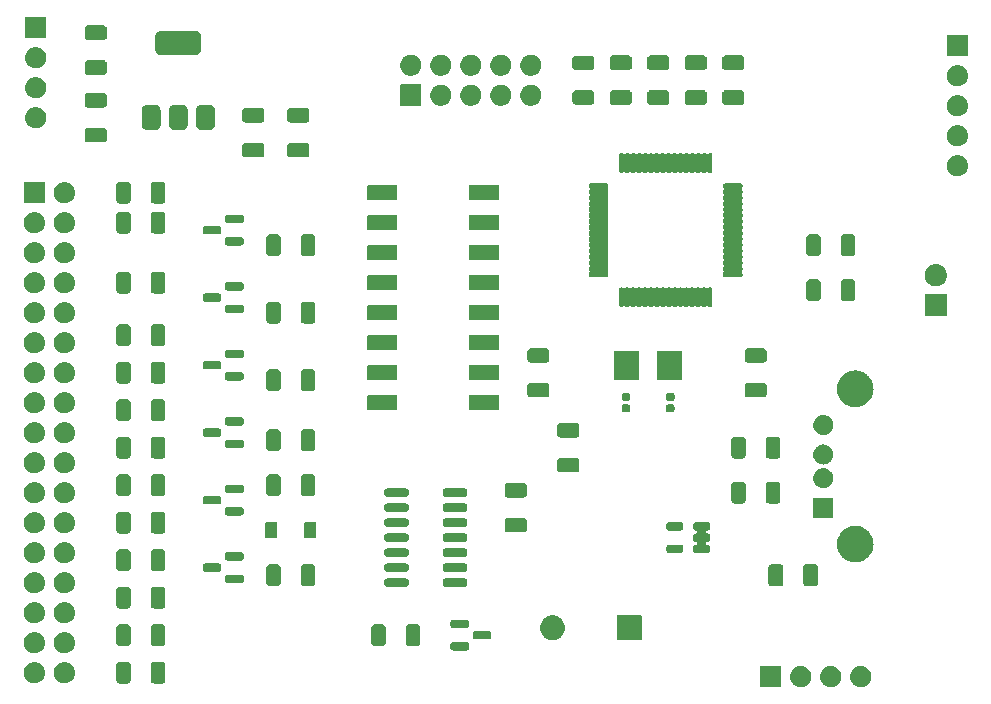
<source format=gbr>
%TF.GenerationSoftware,KiCad,Pcbnew,8.0.1*%
%TF.CreationDate,2024-04-20T00:47:07+02:00*%
%TF.ProjectId,Gotek_Floppy_Disk_Emulator_V2,476f7465-6b5f-4466-9c6f-7070795f4469,rev?*%
%TF.SameCoordinates,Original*%
%TF.FileFunction,Soldermask,Top*%
%TF.FilePolarity,Negative*%
%FSLAX46Y46*%
G04 Gerber Fmt 4.6, Leading zero omitted, Abs format (unit mm)*
G04 Created by KiCad (PCBNEW 8.0.1) date 2024-04-20 00:47:07*
%MOMM*%
%LPD*%
G01*
G04 APERTURE LIST*
G04 APERTURE END LIST*
G36*
X155174517Y-112467882D02*
G01*
X155191062Y-112478938D01*
X155202118Y-112495483D01*
X155206000Y-112515000D01*
X155206000Y-114215000D01*
X155202118Y-114234517D01*
X155191062Y-114251062D01*
X155174517Y-114262118D01*
X155155000Y-114266000D01*
X153455000Y-114266000D01*
X153435483Y-114262118D01*
X153418938Y-114251062D01*
X153407882Y-114234517D01*
X153404000Y-114215000D01*
X153404000Y-112515000D01*
X153407882Y-112495483D01*
X153418938Y-112478938D01*
X153435483Y-112467882D01*
X153455000Y-112464000D01*
X155155000Y-112464000D01*
X155174517Y-112467882D01*
G37*
G36*
X156888983Y-112468936D02*
G01*
X156939180Y-112468936D01*
X156982524Y-112478149D01*
X157020659Y-112481905D01*
X157068566Y-112496437D01*
X157123424Y-112508098D01*
X157158530Y-112523728D01*
X157189566Y-112533143D01*
X157238884Y-112559504D01*
X157295500Y-112584711D01*
X157321822Y-112603835D01*
X157345232Y-112616348D01*
X157392988Y-112655540D01*
X157447887Y-112695427D01*
X157465711Y-112715223D01*
X157481675Y-112728324D01*
X157524572Y-112780594D01*
X157573924Y-112835405D01*
X157584292Y-112853363D01*
X157593651Y-112864767D01*
X157628273Y-112929542D01*
X157668104Y-112998530D01*
X157672685Y-113012630D01*
X157676856Y-113020433D01*
X157699852Y-113096242D01*
X157726311Y-113177672D01*
X157727242Y-113186532D01*
X157728094Y-113189340D01*
X157736384Y-113273513D01*
X157746000Y-113365000D01*
X157736383Y-113456494D01*
X157728094Y-113540659D01*
X157727242Y-113543466D01*
X157726311Y-113552328D01*
X157699848Y-113633771D01*
X157676856Y-113709566D01*
X157672686Y-113717366D01*
X157668104Y-113731470D01*
X157628266Y-113800470D01*
X157593651Y-113865232D01*
X157584294Y-113876633D01*
X157573924Y-113894595D01*
X157524563Y-113949415D01*
X157481675Y-114001675D01*
X157465714Y-114014773D01*
X157447887Y-114034573D01*
X157392977Y-114074467D01*
X157345232Y-114113651D01*
X157321827Y-114126161D01*
X157295500Y-114145289D01*
X157238873Y-114170500D01*
X157189566Y-114196856D01*
X157158537Y-114206268D01*
X157123424Y-114221902D01*
X157068555Y-114233564D01*
X157020659Y-114248094D01*
X156982532Y-114251849D01*
X156939180Y-114261064D01*
X156888973Y-114261064D01*
X156845000Y-114265395D01*
X156801027Y-114261064D01*
X156750820Y-114261064D01*
X156707467Y-114251849D01*
X156669340Y-114248094D01*
X156621441Y-114233563D01*
X156566576Y-114221902D01*
X156531464Y-114206269D01*
X156500433Y-114196856D01*
X156451120Y-114170498D01*
X156394500Y-114145289D01*
X156368175Y-114126163D01*
X156344767Y-114113651D01*
X156297013Y-114074460D01*
X156242113Y-114034573D01*
X156224287Y-114014776D01*
X156208324Y-114001675D01*
X156165425Y-113949402D01*
X156116076Y-113894595D01*
X156105708Y-113876637D01*
X156096348Y-113865232D01*
X156061719Y-113800447D01*
X156021896Y-113731470D01*
X156017315Y-113717371D01*
X156013143Y-113709566D01*
X155990136Y-113633725D01*
X155963689Y-113552328D01*
X155962758Y-113543471D01*
X155961905Y-113540659D01*
X155953600Y-113456342D01*
X155944000Y-113365000D01*
X155953599Y-113273664D01*
X155961905Y-113189340D01*
X155962758Y-113186527D01*
X155963689Y-113177672D01*
X155990132Y-113096288D01*
X156013143Y-113020433D01*
X156017315Y-113012626D01*
X156021896Y-112998530D01*
X156061712Y-112929565D01*
X156096348Y-112864767D01*
X156105710Y-112853359D01*
X156116076Y-112835405D01*
X156165416Y-112780607D01*
X156208324Y-112728324D01*
X156224291Y-112715219D01*
X156242113Y-112695427D01*
X156297002Y-112655546D01*
X156344767Y-112616348D01*
X156368180Y-112603833D01*
X156394500Y-112584711D01*
X156451109Y-112559506D01*
X156500433Y-112533143D01*
X156531471Y-112523727D01*
X156566576Y-112508098D01*
X156621430Y-112496438D01*
X156669340Y-112481905D01*
X156707476Y-112478148D01*
X156750820Y-112468936D01*
X156801016Y-112468936D01*
X156845000Y-112464604D01*
X156888983Y-112468936D01*
G37*
G36*
X159428983Y-112468936D02*
G01*
X159479180Y-112468936D01*
X159522524Y-112478149D01*
X159560659Y-112481905D01*
X159608566Y-112496437D01*
X159663424Y-112508098D01*
X159698530Y-112523728D01*
X159729566Y-112533143D01*
X159778884Y-112559504D01*
X159835500Y-112584711D01*
X159861822Y-112603835D01*
X159885232Y-112616348D01*
X159932988Y-112655540D01*
X159987887Y-112695427D01*
X160005711Y-112715223D01*
X160021675Y-112728324D01*
X160064572Y-112780594D01*
X160113924Y-112835405D01*
X160124292Y-112853363D01*
X160133651Y-112864767D01*
X160168273Y-112929542D01*
X160208104Y-112998530D01*
X160212685Y-113012630D01*
X160216856Y-113020433D01*
X160239852Y-113096242D01*
X160266311Y-113177672D01*
X160267242Y-113186532D01*
X160268094Y-113189340D01*
X160276384Y-113273513D01*
X160286000Y-113365000D01*
X160276383Y-113456494D01*
X160268094Y-113540659D01*
X160267242Y-113543466D01*
X160266311Y-113552328D01*
X160239848Y-113633771D01*
X160216856Y-113709566D01*
X160212686Y-113717366D01*
X160208104Y-113731470D01*
X160168266Y-113800470D01*
X160133651Y-113865232D01*
X160124294Y-113876633D01*
X160113924Y-113894595D01*
X160064563Y-113949415D01*
X160021675Y-114001675D01*
X160005714Y-114014773D01*
X159987887Y-114034573D01*
X159932977Y-114074467D01*
X159885232Y-114113651D01*
X159861827Y-114126161D01*
X159835500Y-114145289D01*
X159778873Y-114170500D01*
X159729566Y-114196856D01*
X159698537Y-114206268D01*
X159663424Y-114221902D01*
X159608555Y-114233564D01*
X159560659Y-114248094D01*
X159522532Y-114251849D01*
X159479180Y-114261064D01*
X159428973Y-114261064D01*
X159385000Y-114265395D01*
X159341027Y-114261064D01*
X159290820Y-114261064D01*
X159247467Y-114251849D01*
X159209340Y-114248094D01*
X159161441Y-114233563D01*
X159106576Y-114221902D01*
X159071464Y-114206269D01*
X159040433Y-114196856D01*
X158991120Y-114170498D01*
X158934500Y-114145289D01*
X158908175Y-114126163D01*
X158884767Y-114113651D01*
X158837013Y-114074460D01*
X158782113Y-114034573D01*
X158764287Y-114014776D01*
X158748324Y-114001675D01*
X158705425Y-113949402D01*
X158656076Y-113894595D01*
X158645708Y-113876637D01*
X158636348Y-113865232D01*
X158601719Y-113800447D01*
X158561896Y-113731470D01*
X158557315Y-113717371D01*
X158553143Y-113709566D01*
X158530136Y-113633725D01*
X158503689Y-113552328D01*
X158502758Y-113543471D01*
X158501905Y-113540659D01*
X158493600Y-113456342D01*
X158484000Y-113365000D01*
X158493599Y-113273664D01*
X158501905Y-113189340D01*
X158502758Y-113186527D01*
X158503689Y-113177672D01*
X158530132Y-113096288D01*
X158553143Y-113020433D01*
X158557315Y-113012626D01*
X158561896Y-112998530D01*
X158601712Y-112929565D01*
X158636348Y-112864767D01*
X158645710Y-112853359D01*
X158656076Y-112835405D01*
X158705416Y-112780607D01*
X158748324Y-112728324D01*
X158764291Y-112715219D01*
X158782113Y-112695427D01*
X158837002Y-112655546D01*
X158884767Y-112616348D01*
X158908180Y-112603833D01*
X158934500Y-112584711D01*
X158991109Y-112559506D01*
X159040433Y-112533143D01*
X159071471Y-112523727D01*
X159106576Y-112508098D01*
X159161430Y-112496438D01*
X159209340Y-112481905D01*
X159247476Y-112478148D01*
X159290820Y-112468936D01*
X159341016Y-112468936D01*
X159385000Y-112464604D01*
X159428983Y-112468936D01*
G37*
G36*
X161968983Y-112468936D02*
G01*
X162019180Y-112468936D01*
X162062524Y-112478149D01*
X162100659Y-112481905D01*
X162148566Y-112496437D01*
X162203424Y-112508098D01*
X162238530Y-112523728D01*
X162269566Y-112533143D01*
X162318884Y-112559504D01*
X162375500Y-112584711D01*
X162401822Y-112603835D01*
X162425232Y-112616348D01*
X162472988Y-112655540D01*
X162527887Y-112695427D01*
X162545711Y-112715223D01*
X162561675Y-112728324D01*
X162604572Y-112780594D01*
X162653924Y-112835405D01*
X162664292Y-112853363D01*
X162673651Y-112864767D01*
X162708273Y-112929542D01*
X162748104Y-112998530D01*
X162752685Y-113012630D01*
X162756856Y-113020433D01*
X162779852Y-113096242D01*
X162806311Y-113177672D01*
X162807242Y-113186532D01*
X162808094Y-113189340D01*
X162816384Y-113273513D01*
X162826000Y-113365000D01*
X162816383Y-113456494D01*
X162808094Y-113540659D01*
X162807242Y-113543466D01*
X162806311Y-113552328D01*
X162779848Y-113633771D01*
X162756856Y-113709566D01*
X162752686Y-113717366D01*
X162748104Y-113731470D01*
X162708266Y-113800470D01*
X162673651Y-113865232D01*
X162664294Y-113876633D01*
X162653924Y-113894595D01*
X162604563Y-113949415D01*
X162561675Y-114001675D01*
X162545714Y-114014773D01*
X162527887Y-114034573D01*
X162472977Y-114074467D01*
X162425232Y-114113651D01*
X162401827Y-114126161D01*
X162375500Y-114145289D01*
X162318873Y-114170500D01*
X162269566Y-114196856D01*
X162238537Y-114206268D01*
X162203424Y-114221902D01*
X162148555Y-114233564D01*
X162100659Y-114248094D01*
X162062532Y-114251849D01*
X162019180Y-114261064D01*
X161968973Y-114261064D01*
X161925000Y-114265395D01*
X161881027Y-114261064D01*
X161830820Y-114261064D01*
X161787467Y-114251849D01*
X161749340Y-114248094D01*
X161701441Y-114233563D01*
X161646576Y-114221902D01*
X161611464Y-114206269D01*
X161580433Y-114196856D01*
X161531120Y-114170498D01*
X161474500Y-114145289D01*
X161448175Y-114126163D01*
X161424767Y-114113651D01*
X161377013Y-114074460D01*
X161322113Y-114034573D01*
X161304287Y-114014776D01*
X161288324Y-114001675D01*
X161245425Y-113949402D01*
X161196076Y-113894595D01*
X161185708Y-113876637D01*
X161176348Y-113865232D01*
X161141719Y-113800447D01*
X161101896Y-113731470D01*
X161097315Y-113717371D01*
X161093143Y-113709566D01*
X161070136Y-113633725D01*
X161043689Y-113552328D01*
X161042758Y-113543471D01*
X161041905Y-113540659D01*
X161033600Y-113456342D01*
X161024000Y-113365000D01*
X161033599Y-113273664D01*
X161041905Y-113189340D01*
X161042758Y-113186527D01*
X161043689Y-113177672D01*
X161070132Y-113096288D01*
X161093143Y-113020433D01*
X161097315Y-113012626D01*
X161101896Y-112998530D01*
X161141712Y-112929565D01*
X161176348Y-112864767D01*
X161185710Y-112853359D01*
X161196076Y-112835405D01*
X161245416Y-112780607D01*
X161288324Y-112728324D01*
X161304291Y-112715219D01*
X161322113Y-112695427D01*
X161377002Y-112655546D01*
X161424767Y-112616348D01*
X161448180Y-112603833D01*
X161474500Y-112584711D01*
X161531109Y-112559506D01*
X161580433Y-112533143D01*
X161611471Y-112523727D01*
X161646576Y-112508098D01*
X161701430Y-112496438D01*
X161749340Y-112481905D01*
X161787476Y-112478148D01*
X161830820Y-112468936D01*
X161881016Y-112468936D01*
X161925000Y-112464604D01*
X161968983Y-112468936D01*
G37*
G36*
X99883914Y-112111995D02*
G01*
X99899726Y-112118976D01*
X99907531Y-112120213D01*
X99940039Y-112136776D01*
X99985106Y-112156676D01*
X100063324Y-112234894D01*
X100083226Y-112279967D01*
X100099786Y-112312468D01*
X100101021Y-112320270D01*
X100108005Y-112336086D01*
X100116000Y-112405000D01*
X100116000Y-113655000D01*
X100108005Y-113723914D01*
X100101021Y-113739729D01*
X100099786Y-113747531D01*
X100083229Y-113780024D01*
X100063324Y-113825106D01*
X99985106Y-113903324D01*
X99940024Y-113923229D01*
X99907531Y-113939786D01*
X99899729Y-113941021D01*
X99883914Y-113948005D01*
X99815000Y-113956000D01*
X99190000Y-113956000D01*
X99121086Y-113948005D01*
X99105270Y-113941021D01*
X99097468Y-113939786D01*
X99064967Y-113923226D01*
X99019894Y-113903324D01*
X98941676Y-113825106D01*
X98921776Y-113780039D01*
X98905213Y-113747531D01*
X98903976Y-113739726D01*
X98896995Y-113723914D01*
X98889000Y-113655000D01*
X98889000Y-112405000D01*
X98896995Y-112336086D01*
X98903976Y-112320274D01*
X98905213Y-112312468D01*
X98921780Y-112279953D01*
X98941676Y-112234894D01*
X99019894Y-112156676D01*
X99064953Y-112136780D01*
X99097468Y-112120213D01*
X99105274Y-112118976D01*
X99121086Y-112111995D01*
X99190000Y-112104000D01*
X99815000Y-112104000D01*
X99883914Y-112111995D01*
G37*
G36*
X102808914Y-112111995D02*
G01*
X102824726Y-112118976D01*
X102832531Y-112120213D01*
X102865039Y-112136776D01*
X102910106Y-112156676D01*
X102988324Y-112234894D01*
X103008226Y-112279967D01*
X103024786Y-112312468D01*
X103026021Y-112320270D01*
X103033005Y-112336086D01*
X103041000Y-112405000D01*
X103041000Y-113655000D01*
X103033005Y-113723914D01*
X103026021Y-113739729D01*
X103024786Y-113747531D01*
X103008229Y-113780024D01*
X102988324Y-113825106D01*
X102910106Y-113903324D01*
X102865024Y-113923229D01*
X102832531Y-113939786D01*
X102824729Y-113941021D01*
X102808914Y-113948005D01*
X102740000Y-113956000D01*
X102115000Y-113956000D01*
X102046086Y-113948005D01*
X102030270Y-113941021D01*
X102022468Y-113939786D01*
X101989967Y-113923226D01*
X101944894Y-113903324D01*
X101866676Y-113825106D01*
X101846776Y-113780039D01*
X101830213Y-113747531D01*
X101828976Y-113739726D01*
X101821995Y-113723914D01*
X101814000Y-113655000D01*
X101814000Y-112405000D01*
X101821995Y-112336086D01*
X101828976Y-112320274D01*
X101830213Y-112312468D01*
X101846780Y-112279953D01*
X101866676Y-112234894D01*
X101944894Y-112156676D01*
X101989953Y-112136780D01*
X102022468Y-112120213D01*
X102030274Y-112118976D01*
X102046086Y-112111995D01*
X102115000Y-112104000D01*
X102740000Y-112104000D01*
X102808914Y-112111995D01*
G37*
G36*
X91991983Y-112133936D02*
G01*
X92042180Y-112133936D01*
X92085524Y-112143149D01*
X92123659Y-112146905D01*
X92171566Y-112161437D01*
X92226424Y-112173098D01*
X92261530Y-112188728D01*
X92292566Y-112198143D01*
X92341884Y-112224504D01*
X92398500Y-112249711D01*
X92424822Y-112268835D01*
X92448232Y-112281348D01*
X92495988Y-112320540D01*
X92550887Y-112360427D01*
X92568711Y-112380223D01*
X92584675Y-112393324D01*
X92627572Y-112445594D01*
X92676924Y-112500405D01*
X92687292Y-112518363D01*
X92696651Y-112529767D01*
X92731273Y-112594542D01*
X92771104Y-112663530D01*
X92775685Y-112677630D01*
X92779856Y-112685433D01*
X92802852Y-112761242D01*
X92829311Y-112842672D01*
X92830242Y-112851532D01*
X92831094Y-112854340D01*
X92839384Y-112938513D01*
X92849000Y-113030000D01*
X92839383Y-113121494D01*
X92831094Y-113205659D01*
X92830242Y-113208466D01*
X92829311Y-113217328D01*
X92802848Y-113298771D01*
X92779856Y-113374566D01*
X92775686Y-113382366D01*
X92771104Y-113396470D01*
X92731266Y-113465470D01*
X92696651Y-113530232D01*
X92687294Y-113541633D01*
X92676924Y-113559595D01*
X92627563Y-113614415D01*
X92584675Y-113666675D01*
X92568714Y-113679773D01*
X92550887Y-113699573D01*
X92495977Y-113739467D01*
X92448232Y-113778651D01*
X92424827Y-113791161D01*
X92398500Y-113810289D01*
X92341873Y-113835500D01*
X92292566Y-113861856D01*
X92261537Y-113871268D01*
X92226424Y-113886902D01*
X92171555Y-113898564D01*
X92123659Y-113913094D01*
X92085532Y-113916849D01*
X92042180Y-113926064D01*
X91991973Y-113926064D01*
X91948000Y-113930395D01*
X91904027Y-113926064D01*
X91853820Y-113926064D01*
X91810467Y-113916849D01*
X91772340Y-113913094D01*
X91724441Y-113898563D01*
X91669576Y-113886902D01*
X91634464Y-113871269D01*
X91603433Y-113861856D01*
X91554120Y-113835498D01*
X91497500Y-113810289D01*
X91471175Y-113791163D01*
X91447767Y-113778651D01*
X91400013Y-113739460D01*
X91345113Y-113699573D01*
X91327287Y-113679776D01*
X91311324Y-113666675D01*
X91268425Y-113614402D01*
X91219076Y-113559595D01*
X91208708Y-113541637D01*
X91199348Y-113530232D01*
X91164719Y-113465447D01*
X91124896Y-113396470D01*
X91120315Y-113382371D01*
X91116143Y-113374566D01*
X91093136Y-113298725D01*
X91066689Y-113217328D01*
X91065758Y-113208471D01*
X91064905Y-113205659D01*
X91056600Y-113121342D01*
X91047000Y-113030000D01*
X91056599Y-112938664D01*
X91064905Y-112854340D01*
X91065758Y-112851527D01*
X91066689Y-112842672D01*
X91093132Y-112761288D01*
X91116143Y-112685433D01*
X91120315Y-112677626D01*
X91124896Y-112663530D01*
X91164712Y-112594565D01*
X91199348Y-112529767D01*
X91208710Y-112518359D01*
X91219076Y-112500405D01*
X91268416Y-112445607D01*
X91311324Y-112393324D01*
X91327291Y-112380219D01*
X91345113Y-112360427D01*
X91400002Y-112320546D01*
X91447767Y-112281348D01*
X91471180Y-112268833D01*
X91497500Y-112249711D01*
X91554109Y-112224506D01*
X91603433Y-112198143D01*
X91634471Y-112188727D01*
X91669576Y-112173098D01*
X91724430Y-112161438D01*
X91772340Y-112146905D01*
X91810476Y-112143148D01*
X91853820Y-112133936D01*
X91904016Y-112133936D01*
X91948000Y-112129604D01*
X91991983Y-112133936D01*
G37*
G36*
X94531983Y-112133936D02*
G01*
X94582180Y-112133936D01*
X94625524Y-112143149D01*
X94663659Y-112146905D01*
X94711566Y-112161437D01*
X94766424Y-112173098D01*
X94801530Y-112188728D01*
X94832566Y-112198143D01*
X94881884Y-112224504D01*
X94938500Y-112249711D01*
X94964822Y-112268835D01*
X94988232Y-112281348D01*
X95035988Y-112320540D01*
X95090887Y-112360427D01*
X95108711Y-112380223D01*
X95124675Y-112393324D01*
X95167572Y-112445594D01*
X95216924Y-112500405D01*
X95227292Y-112518363D01*
X95236651Y-112529767D01*
X95271273Y-112594542D01*
X95311104Y-112663530D01*
X95315685Y-112677630D01*
X95319856Y-112685433D01*
X95342852Y-112761242D01*
X95369311Y-112842672D01*
X95370242Y-112851532D01*
X95371094Y-112854340D01*
X95379384Y-112938513D01*
X95389000Y-113030000D01*
X95379383Y-113121494D01*
X95371094Y-113205659D01*
X95370242Y-113208466D01*
X95369311Y-113217328D01*
X95342848Y-113298771D01*
X95319856Y-113374566D01*
X95315686Y-113382366D01*
X95311104Y-113396470D01*
X95271266Y-113465470D01*
X95236651Y-113530232D01*
X95227294Y-113541633D01*
X95216924Y-113559595D01*
X95167563Y-113614415D01*
X95124675Y-113666675D01*
X95108714Y-113679773D01*
X95090887Y-113699573D01*
X95035977Y-113739467D01*
X94988232Y-113778651D01*
X94964827Y-113791161D01*
X94938500Y-113810289D01*
X94881873Y-113835500D01*
X94832566Y-113861856D01*
X94801537Y-113871268D01*
X94766424Y-113886902D01*
X94711555Y-113898564D01*
X94663659Y-113913094D01*
X94625532Y-113916849D01*
X94582180Y-113926064D01*
X94531973Y-113926064D01*
X94488000Y-113930395D01*
X94444027Y-113926064D01*
X94393820Y-113926064D01*
X94350467Y-113916849D01*
X94312340Y-113913094D01*
X94264441Y-113898563D01*
X94209576Y-113886902D01*
X94174464Y-113871269D01*
X94143433Y-113861856D01*
X94094120Y-113835498D01*
X94037500Y-113810289D01*
X94011175Y-113791163D01*
X93987767Y-113778651D01*
X93940013Y-113739460D01*
X93885113Y-113699573D01*
X93867287Y-113679776D01*
X93851324Y-113666675D01*
X93808425Y-113614402D01*
X93759076Y-113559595D01*
X93748708Y-113541637D01*
X93739348Y-113530232D01*
X93704719Y-113465447D01*
X93664896Y-113396470D01*
X93660315Y-113382371D01*
X93656143Y-113374566D01*
X93633136Y-113298725D01*
X93606689Y-113217328D01*
X93605758Y-113208471D01*
X93604905Y-113205659D01*
X93596600Y-113121342D01*
X93587000Y-113030000D01*
X93596599Y-112938664D01*
X93604905Y-112854340D01*
X93605758Y-112851527D01*
X93606689Y-112842672D01*
X93633132Y-112761288D01*
X93656143Y-112685433D01*
X93660315Y-112677626D01*
X93664896Y-112663530D01*
X93704712Y-112594565D01*
X93739348Y-112529767D01*
X93748710Y-112518359D01*
X93759076Y-112500405D01*
X93808416Y-112445607D01*
X93851324Y-112393324D01*
X93867291Y-112380219D01*
X93885113Y-112360427D01*
X93940002Y-112320546D01*
X93987767Y-112281348D01*
X94011180Y-112268833D01*
X94037500Y-112249711D01*
X94094109Y-112224506D01*
X94143433Y-112198143D01*
X94174471Y-112188727D01*
X94209576Y-112173098D01*
X94264430Y-112161438D01*
X94312340Y-112146905D01*
X94350476Y-112143148D01*
X94393820Y-112133936D01*
X94444016Y-112133936D01*
X94488000Y-112129604D01*
X94531983Y-112133936D01*
G37*
G36*
X91991983Y-109593936D02*
G01*
X92042180Y-109593936D01*
X92085524Y-109603149D01*
X92123659Y-109606905D01*
X92171566Y-109621437D01*
X92226424Y-109633098D01*
X92261530Y-109648728D01*
X92292566Y-109658143D01*
X92341884Y-109684504D01*
X92398500Y-109709711D01*
X92424822Y-109728835D01*
X92448232Y-109741348D01*
X92495988Y-109780540D01*
X92550887Y-109820427D01*
X92568711Y-109840223D01*
X92584675Y-109853324D01*
X92627572Y-109905594D01*
X92676924Y-109960405D01*
X92687292Y-109978363D01*
X92696651Y-109989767D01*
X92731273Y-110054542D01*
X92771104Y-110123530D01*
X92775685Y-110137630D01*
X92779856Y-110145433D01*
X92802852Y-110221242D01*
X92829311Y-110302672D01*
X92830242Y-110311532D01*
X92831094Y-110314340D01*
X92839384Y-110398513D01*
X92849000Y-110490000D01*
X92839383Y-110581494D01*
X92831094Y-110665659D01*
X92830242Y-110668466D01*
X92829311Y-110677328D01*
X92802848Y-110758771D01*
X92779856Y-110834566D01*
X92775686Y-110842366D01*
X92771104Y-110856470D01*
X92731266Y-110925470D01*
X92696651Y-110990232D01*
X92687294Y-111001633D01*
X92676924Y-111019595D01*
X92627563Y-111074415D01*
X92584675Y-111126675D01*
X92568714Y-111139773D01*
X92550887Y-111159573D01*
X92495977Y-111199467D01*
X92448232Y-111238651D01*
X92424827Y-111251161D01*
X92398500Y-111270289D01*
X92341873Y-111295500D01*
X92292566Y-111321856D01*
X92261537Y-111331268D01*
X92226424Y-111346902D01*
X92171555Y-111358564D01*
X92123659Y-111373094D01*
X92085532Y-111376849D01*
X92042180Y-111386064D01*
X91991973Y-111386064D01*
X91948000Y-111390395D01*
X91904027Y-111386064D01*
X91853820Y-111386064D01*
X91810467Y-111376849D01*
X91772340Y-111373094D01*
X91724441Y-111358563D01*
X91669576Y-111346902D01*
X91634464Y-111331269D01*
X91603433Y-111321856D01*
X91554120Y-111295498D01*
X91497500Y-111270289D01*
X91471175Y-111251163D01*
X91447767Y-111238651D01*
X91400013Y-111199460D01*
X91345113Y-111159573D01*
X91327287Y-111139776D01*
X91311324Y-111126675D01*
X91268425Y-111074402D01*
X91219076Y-111019595D01*
X91208708Y-111001637D01*
X91199348Y-110990232D01*
X91164719Y-110925447D01*
X91124896Y-110856470D01*
X91120315Y-110842371D01*
X91116143Y-110834566D01*
X91093136Y-110758725D01*
X91066689Y-110677328D01*
X91065758Y-110668471D01*
X91064905Y-110665659D01*
X91056600Y-110581342D01*
X91047000Y-110490000D01*
X91056599Y-110398664D01*
X91064905Y-110314340D01*
X91065758Y-110311527D01*
X91066689Y-110302672D01*
X91093132Y-110221288D01*
X91116143Y-110145433D01*
X91120315Y-110137626D01*
X91124896Y-110123530D01*
X91164712Y-110054565D01*
X91199348Y-109989767D01*
X91208710Y-109978359D01*
X91219076Y-109960405D01*
X91268416Y-109905607D01*
X91311324Y-109853324D01*
X91327291Y-109840219D01*
X91345113Y-109820427D01*
X91400002Y-109780546D01*
X91447767Y-109741348D01*
X91471180Y-109728833D01*
X91497500Y-109709711D01*
X91554109Y-109684506D01*
X91603433Y-109658143D01*
X91634471Y-109648727D01*
X91669576Y-109633098D01*
X91724430Y-109621438D01*
X91772340Y-109606905D01*
X91810476Y-109603148D01*
X91853820Y-109593936D01*
X91904016Y-109593936D01*
X91948000Y-109589604D01*
X91991983Y-109593936D01*
G37*
G36*
X94531983Y-109593936D02*
G01*
X94582180Y-109593936D01*
X94625524Y-109603149D01*
X94663659Y-109606905D01*
X94711566Y-109621437D01*
X94766424Y-109633098D01*
X94801530Y-109648728D01*
X94832566Y-109658143D01*
X94881884Y-109684504D01*
X94938500Y-109709711D01*
X94964822Y-109728835D01*
X94988232Y-109741348D01*
X95035988Y-109780540D01*
X95090887Y-109820427D01*
X95108711Y-109840223D01*
X95124675Y-109853324D01*
X95167572Y-109905594D01*
X95216924Y-109960405D01*
X95227292Y-109978363D01*
X95236651Y-109989767D01*
X95271273Y-110054542D01*
X95311104Y-110123530D01*
X95315685Y-110137630D01*
X95319856Y-110145433D01*
X95342852Y-110221242D01*
X95369311Y-110302672D01*
X95370242Y-110311532D01*
X95371094Y-110314340D01*
X95379384Y-110398513D01*
X95389000Y-110490000D01*
X95379383Y-110581494D01*
X95371094Y-110665659D01*
X95370242Y-110668466D01*
X95369311Y-110677328D01*
X95342848Y-110758771D01*
X95319856Y-110834566D01*
X95315686Y-110842366D01*
X95311104Y-110856470D01*
X95271266Y-110925470D01*
X95236651Y-110990232D01*
X95227294Y-111001633D01*
X95216924Y-111019595D01*
X95167563Y-111074415D01*
X95124675Y-111126675D01*
X95108714Y-111139773D01*
X95090887Y-111159573D01*
X95035977Y-111199467D01*
X94988232Y-111238651D01*
X94964827Y-111251161D01*
X94938500Y-111270289D01*
X94881873Y-111295500D01*
X94832566Y-111321856D01*
X94801537Y-111331268D01*
X94766424Y-111346902D01*
X94711555Y-111358564D01*
X94663659Y-111373094D01*
X94625532Y-111376849D01*
X94582180Y-111386064D01*
X94531973Y-111386064D01*
X94488000Y-111390395D01*
X94444027Y-111386064D01*
X94393820Y-111386064D01*
X94350467Y-111376849D01*
X94312340Y-111373094D01*
X94264441Y-111358563D01*
X94209576Y-111346902D01*
X94174464Y-111331269D01*
X94143433Y-111321856D01*
X94094120Y-111295498D01*
X94037500Y-111270289D01*
X94011175Y-111251163D01*
X93987767Y-111238651D01*
X93940013Y-111199460D01*
X93885113Y-111159573D01*
X93867287Y-111139776D01*
X93851324Y-111126675D01*
X93808425Y-111074402D01*
X93759076Y-111019595D01*
X93748708Y-111001637D01*
X93739348Y-110990232D01*
X93704719Y-110925447D01*
X93664896Y-110856470D01*
X93660315Y-110842371D01*
X93656143Y-110834566D01*
X93633136Y-110758725D01*
X93606689Y-110677328D01*
X93605758Y-110668471D01*
X93604905Y-110665659D01*
X93596600Y-110581342D01*
X93587000Y-110490000D01*
X93596599Y-110398664D01*
X93604905Y-110314340D01*
X93605758Y-110311527D01*
X93606689Y-110302672D01*
X93633132Y-110221288D01*
X93656143Y-110145433D01*
X93660315Y-110137626D01*
X93664896Y-110123530D01*
X93704712Y-110054565D01*
X93739348Y-109989767D01*
X93748710Y-109978359D01*
X93759076Y-109960405D01*
X93808416Y-109905607D01*
X93851324Y-109853324D01*
X93867291Y-109840219D01*
X93885113Y-109820427D01*
X93940002Y-109780546D01*
X93987767Y-109741348D01*
X94011180Y-109728833D01*
X94037500Y-109709711D01*
X94094109Y-109684506D01*
X94143433Y-109658143D01*
X94174471Y-109648727D01*
X94209576Y-109633098D01*
X94264430Y-109621438D01*
X94312340Y-109606905D01*
X94350476Y-109603148D01*
X94393820Y-109593936D01*
X94444016Y-109593936D01*
X94488000Y-109589604D01*
X94531983Y-109593936D01*
G37*
G36*
X128571040Y-110457190D02*
G01*
X128603987Y-110461528D01*
X128612274Y-110465392D01*
X128631919Y-110469300D01*
X128657938Y-110486686D01*
X128669180Y-110491928D01*
X128676019Y-110498767D01*
X128697128Y-110512872D01*
X128711232Y-110533980D01*
X128718071Y-110540819D01*
X128723312Y-110552058D01*
X128740700Y-110578081D01*
X128744607Y-110597727D01*
X128748471Y-110606012D01*
X128752806Y-110638946D01*
X128756000Y-110655000D01*
X128756000Y-110955000D01*
X128752806Y-110971054D01*
X128748471Y-111003987D01*
X128744608Y-111012270D01*
X128740700Y-111031919D01*
X128723310Y-111057943D01*
X128718071Y-111069180D01*
X128711234Y-111076016D01*
X128697128Y-111097128D01*
X128676016Y-111111234D01*
X128669180Y-111118071D01*
X128657943Y-111123310D01*
X128631919Y-111140700D01*
X128612270Y-111144608D01*
X128603987Y-111148471D01*
X128571054Y-111152806D01*
X128555000Y-111156000D01*
X127380000Y-111156000D01*
X127363946Y-111152806D01*
X127331012Y-111148471D01*
X127322727Y-111144607D01*
X127303081Y-111140700D01*
X127277058Y-111123312D01*
X127265819Y-111118071D01*
X127258980Y-111111232D01*
X127237872Y-111097128D01*
X127223767Y-111076019D01*
X127216928Y-111069180D01*
X127211686Y-111057938D01*
X127194300Y-111031919D01*
X127190392Y-111012274D01*
X127186528Y-111003987D01*
X127182190Y-110971040D01*
X127179000Y-110955000D01*
X127179000Y-110655000D01*
X127182190Y-110638961D01*
X127186528Y-110606012D01*
X127190392Y-110597723D01*
X127194300Y-110578081D01*
X127211684Y-110552063D01*
X127216928Y-110540819D01*
X127223769Y-110533977D01*
X127237872Y-110512872D01*
X127258977Y-110498769D01*
X127265819Y-110491928D01*
X127277063Y-110486684D01*
X127303081Y-110469300D01*
X127322723Y-110465392D01*
X127331012Y-110461528D01*
X127363961Y-110457190D01*
X127380000Y-110454000D01*
X128555000Y-110454000D01*
X128571040Y-110457190D01*
G37*
G36*
X99883914Y-108936995D02*
G01*
X99899726Y-108943976D01*
X99907531Y-108945213D01*
X99940039Y-108961776D01*
X99985106Y-108981676D01*
X100063324Y-109059894D01*
X100083226Y-109104967D01*
X100099786Y-109137468D01*
X100101021Y-109145270D01*
X100108005Y-109161086D01*
X100116000Y-109230000D01*
X100116000Y-110480000D01*
X100108005Y-110548914D01*
X100101021Y-110564729D01*
X100099786Y-110572531D01*
X100083229Y-110605024D01*
X100063324Y-110650106D01*
X99985106Y-110728324D01*
X99940024Y-110748229D01*
X99907531Y-110764786D01*
X99899729Y-110766021D01*
X99883914Y-110773005D01*
X99815000Y-110781000D01*
X99190000Y-110781000D01*
X99121086Y-110773005D01*
X99105270Y-110766021D01*
X99097468Y-110764786D01*
X99064967Y-110748226D01*
X99019894Y-110728324D01*
X98941676Y-110650106D01*
X98921776Y-110605039D01*
X98905213Y-110572531D01*
X98903976Y-110564726D01*
X98896995Y-110548914D01*
X98889000Y-110480000D01*
X98889000Y-109230000D01*
X98896995Y-109161086D01*
X98903976Y-109145274D01*
X98905213Y-109137468D01*
X98921780Y-109104953D01*
X98941676Y-109059894D01*
X99019894Y-108981676D01*
X99064953Y-108961780D01*
X99097468Y-108945213D01*
X99105274Y-108943976D01*
X99121086Y-108936995D01*
X99190000Y-108929000D01*
X99815000Y-108929000D01*
X99883914Y-108936995D01*
G37*
G36*
X102808914Y-108936995D02*
G01*
X102824726Y-108943976D01*
X102832531Y-108945213D01*
X102865039Y-108961776D01*
X102910106Y-108981676D01*
X102988324Y-109059894D01*
X103008226Y-109104967D01*
X103024786Y-109137468D01*
X103026021Y-109145270D01*
X103033005Y-109161086D01*
X103041000Y-109230000D01*
X103041000Y-110480000D01*
X103033005Y-110548914D01*
X103026021Y-110564729D01*
X103024786Y-110572531D01*
X103008229Y-110605024D01*
X102988324Y-110650106D01*
X102910106Y-110728324D01*
X102865024Y-110748229D01*
X102832531Y-110764786D01*
X102824729Y-110766021D01*
X102808914Y-110773005D01*
X102740000Y-110781000D01*
X102115000Y-110781000D01*
X102046086Y-110773005D01*
X102030270Y-110766021D01*
X102022468Y-110764786D01*
X101989967Y-110748226D01*
X101944894Y-110728324D01*
X101866676Y-110650106D01*
X101846776Y-110605039D01*
X101830213Y-110572531D01*
X101828976Y-110564726D01*
X101821995Y-110548914D01*
X101814000Y-110480000D01*
X101814000Y-109230000D01*
X101821995Y-109161086D01*
X101828976Y-109145274D01*
X101830213Y-109137468D01*
X101846780Y-109104953D01*
X101866676Y-109059894D01*
X101944894Y-108981676D01*
X101989953Y-108961780D01*
X102022468Y-108945213D01*
X102030274Y-108943976D01*
X102046086Y-108936995D01*
X102115000Y-108929000D01*
X102740000Y-108929000D01*
X102808914Y-108936995D01*
G37*
G36*
X121473914Y-108936995D02*
G01*
X121489726Y-108943976D01*
X121497531Y-108945213D01*
X121530039Y-108961776D01*
X121575106Y-108981676D01*
X121653324Y-109059894D01*
X121673226Y-109104967D01*
X121689786Y-109137468D01*
X121691021Y-109145270D01*
X121698005Y-109161086D01*
X121706000Y-109230000D01*
X121706000Y-110480000D01*
X121698005Y-110548914D01*
X121691021Y-110564729D01*
X121689786Y-110572531D01*
X121673229Y-110605024D01*
X121653324Y-110650106D01*
X121575106Y-110728324D01*
X121530024Y-110748229D01*
X121497531Y-110764786D01*
X121489729Y-110766021D01*
X121473914Y-110773005D01*
X121405000Y-110781000D01*
X120780000Y-110781000D01*
X120711086Y-110773005D01*
X120695270Y-110766021D01*
X120687468Y-110764786D01*
X120654967Y-110748226D01*
X120609894Y-110728324D01*
X120531676Y-110650106D01*
X120511776Y-110605039D01*
X120495213Y-110572531D01*
X120493976Y-110564726D01*
X120486995Y-110548914D01*
X120479000Y-110480000D01*
X120479000Y-109230000D01*
X120486995Y-109161086D01*
X120493976Y-109145274D01*
X120495213Y-109137468D01*
X120511780Y-109104953D01*
X120531676Y-109059894D01*
X120609894Y-108981676D01*
X120654953Y-108961780D01*
X120687468Y-108945213D01*
X120695274Y-108943976D01*
X120711086Y-108936995D01*
X120780000Y-108929000D01*
X121405000Y-108929000D01*
X121473914Y-108936995D01*
G37*
G36*
X124398914Y-108936995D02*
G01*
X124414726Y-108943976D01*
X124422531Y-108945213D01*
X124455039Y-108961776D01*
X124500106Y-108981676D01*
X124578324Y-109059894D01*
X124598226Y-109104967D01*
X124614786Y-109137468D01*
X124616021Y-109145270D01*
X124623005Y-109161086D01*
X124631000Y-109230000D01*
X124631000Y-110480000D01*
X124623005Y-110548914D01*
X124616021Y-110564729D01*
X124614786Y-110572531D01*
X124598229Y-110605024D01*
X124578324Y-110650106D01*
X124500106Y-110728324D01*
X124455024Y-110748229D01*
X124422531Y-110764786D01*
X124414729Y-110766021D01*
X124398914Y-110773005D01*
X124330000Y-110781000D01*
X123705000Y-110781000D01*
X123636086Y-110773005D01*
X123620270Y-110766021D01*
X123612468Y-110764786D01*
X123579967Y-110748226D01*
X123534894Y-110728324D01*
X123456676Y-110650106D01*
X123436776Y-110605039D01*
X123420213Y-110572531D01*
X123418976Y-110564726D01*
X123411995Y-110548914D01*
X123404000Y-110480000D01*
X123404000Y-109230000D01*
X123411995Y-109161086D01*
X123418976Y-109145274D01*
X123420213Y-109137468D01*
X123436780Y-109104953D01*
X123456676Y-109059894D01*
X123534894Y-108981676D01*
X123579953Y-108961780D01*
X123612468Y-108945213D01*
X123620274Y-108943976D01*
X123636086Y-108936995D01*
X123705000Y-108929000D01*
X124330000Y-108929000D01*
X124398914Y-108936995D01*
G37*
G36*
X135875938Y-108174017D02*
G01*
X135921923Y-108174017D01*
X135973139Y-108183590D01*
X136030040Y-108189195D01*
X136073261Y-108202306D01*
X136112474Y-108209636D01*
X136166785Y-108230676D01*
X136227200Y-108249003D01*
X136261720Y-108267454D01*
X136293232Y-108279662D01*
X136347977Y-108313559D01*
X136408904Y-108346125D01*
X136434506Y-108367136D01*
X136458048Y-108381713D01*
X136510212Y-108429267D01*
X136568169Y-108476831D01*
X136585342Y-108497757D01*
X136601301Y-108512305D01*
X136647629Y-108573653D01*
X136698875Y-108636096D01*
X136708783Y-108654634D01*
X136718122Y-108667000D01*
X136755274Y-108741613D01*
X136795997Y-108817800D01*
X136800340Y-108832117D01*
X136804528Y-108840528D01*
X136829267Y-108927476D01*
X136855805Y-109014960D01*
X136856676Y-109023811D01*
X136857577Y-109026975D01*
X136866938Y-109128002D01*
X136876000Y-109220000D01*
X136866938Y-109312005D01*
X136857577Y-109413024D01*
X136856676Y-109416187D01*
X136855805Y-109425040D01*
X136829262Y-109512538D01*
X136804528Y-109599471D01*
X136800341Y-109607879D01*
X136795997Y-109622200D01*
X136755267Y-109698399D01*
X136718122Y-109772999D01*
X136708785Y-109785362D01*
X136698875Y-109803904D01*
X136647620Y-109866357D01*
X136601301Y-109927694D01*
X136585345Y-109942238D01*
X136568169Y-109963169D01*
X136510201Y-110010741D01*
X136458048Y-110058286D01*
X136434511Y-110072859D01*
X136408904Y-110093875D01*
X136347965Y-110126447D01*
X136293232Y-110160337D01*
X136261726Y-110172542D01*
X136227200Y-110190997D01*
X136166773Y-110209327D01*
X136112474Y-110230363D01*
X136073268Y-110237691D01*
X136030040Y-110250805D01*
X135973136Y-110256409D01*
X135921923Y-110265983D01*
X135875938Y-110265983D01*
X135825000Y-110271000D01*
X135774062Y-110265983D01*
X135728077Y-110265983D01*
X135676863Y-110256409D01*
X135619960Y-110250805D01*
X135576732Y-110237692D01*
X135537525Y-110230363D01*
X135483221Y-110209325D01*
X135422800Y-110190997D01*
X135388275Y-110172543D01*
X135356767Y-110160337D01*
X135302027Y-110126443D01*
X135241096Y-110093875D01*
X135215491Y-110072861D01*
X135191951Y-110058286D01*
X135139788Y-110010733D01*
X135081831Y-109963169D01*
X135064656Y-109942242D01*
X135048698Y-109927694D01*
X135002367Y-109866342D01*
X134951125Y-109803904D01*
X134941216Y-109785366D01*
X134931877Y-109772999D01*
X134894717Y-109698372D01*
X134854003Y-109622200D01*
X134849660Y-109607884D01*
X134845471Y-109599471D01*
X134820721Y-109512485D01*
X134794195Y-109425040D01*
X134793323Y-109416192D01*
X134792422Y-109413024D01*
X134783044Y-109311833D01*
X134774000Y-109220000D01*
X134783044Y-109128173D01*
X134792422Y-109026975D01*
X134793323Y-109023805D01*
X134794195Y-109014960D01*
X134820716Y-108927529D01*
X134845471Y-108840528D01*
X134849661Y-108832112D01*
X134854003Y-108817800D01*
X134894710Y-108741641D01*
X134931877Y-108667000D01*
X134941218Y-108654629D01*
X134951125Y-108636096D01*
X135002357Y-108573668D01*
X135048698Y-108512305D01*
X135064660Y-108497753D01*
X135081831Y-108476831D01*
X135139777Y-108429275D01*
X135191951Y-108381713D01*
X135215496Y-108367134D01*
X135241096Y-108346125D01*
X135302015Y-108313563D01*
X135356767Y-108279662D01*
X135388282Y-108267452D01*
X135422800Y-108249003D01*
X135483209Y-108230677D01*
X135537525Y-108209636D01*
X135576739Y-108202305D01*
X135619960Y-108189195D01*
X135676860Y-108183590D01*
X135728077Y-108174017D01*
X135774062Y-108174017D01*
X135825000Y-108169000D01*
X135875938Y-108174017D01*
G37*
G36*
X143344517Y-108172882D02*
G01*
X143361062Y-108183938D01*
X143372118Y-108200483D01*
X143376000Y-108220000D01*
X143376000Y-110220000D01*
X143372118Y-110239517D01*
X143361062Y-110256062D01*
X143344517Y-110267118D01*
X143325000Y-110271000D01*
X141325000Y-110271000D01*
X141305483Y-110267118D01*
X141288938Y-110256062D01*
X141277882Y-110239517D01*
X141274000Y-110220000D01*
X141274000Y-108220000D01*
X141277882Y-108200483D01*
X141288938Y-108183938D01*
X141305483Y-108172882D01*
X141325000Y-108169000D01*
X143325000Y-108169000D01*
X143344517Y-108172882D01*
G37*
G36*
X130446040Y-109507190D02*
G01*
X130478987Y-109511528D01*
X130487274Y-109515392D01*
X130506919Y-109519300D01*
X130532938Y-109536686D01*
X130544180Y-109541928D01*
X130551019Y-109548767D01*
X130572128Y-109562872D01*
X130586232Y-109583980D01*
X130593071Y-109590819D01*
X130598312Y-109602058D01*
X130615700Y-109628081D01*
X130619607Y-109647727D01*
X130623471Y-109656012D01*
X130627806Y-109688946D01*
X130631000Y-109705000D01*
X130631000Y-110005000D01*
X130627806Y-110021054D01*
X130623471Y-110053987D01*
X130619608Y-110062270D01*
X130615700Y-110081919D01*
X130598310Y-110107943D01*
X130593071Y-110119180D01*
X130586234Y-110126016D01*
X130572128Y-110147128D01*
X130551016Y-110161234D01*
X130544180Y-110168071D01*
X130532943Y-110173310D01*
X130506919Y-110190700D01*
X130487270Y-110194608D01*
X130478987Y-110198471D01*
X130446054Y-110202806D01*
X130430000Y-110206000D01*
X129255000Y-110206000D01*
X129238946Y-110202806D01*
X129206012Y-110198471D01*
X129197727Y-110194607D01*
X129178081Y-110190700D01*
X129152058Y-110173312D01*
X129140819Y-110168071D01*
X129133980Y-110161232D01*
X129112872Y-110147128D01*
X129098767Y-110126019D01*
X129091928Y-110119180D01*
X129086686Y-110107938D01*
X129069300Y-110081919D01*
X129065392Y-110062274D01*
X129061528Y-110053987D01*
X129057190Y-110021040D01*
X129054000Y-110005000D01*
X129054000Y-109705000D01*
X129057190Y-109688961D01*
X129061528Y-109656012D01*
X129065392Y-109647723D01*
X129069300Y-109628081D01*
X129086684Y-109602063D01*
X129091928Y-109590819D01*
X129098769Y-109583977D01*
X129112872Y-109562872D01*
X129133977Y-109548769D01*
X129140819Y-109541928D01*
X129152063Y-109536684D01*
X129178081Y-109519300D01*
X129197723Y-109515392D01*
X129206012Y-109511528D01*
X129238961Y-109507190D01*
X129255000Y-109504000D01*
X130430000Y-109504000D01*
X130446040Y-109507190D01*
G37*
G36*
X128571040Y-108557190D02*
G01*
X128603987Y-108561528D01*
X128612274Y-108565392D01*
X128631919Y-108569300D01*
X128657938Y-108586686D01*
X128669180Y-108591928D01*
X128676019Y-108598767D01*
X128697128Y-108612872D01*
X128711232Y-108633980D01*
X128718071Y-108640819D01*
X128723312Y-108652058D01*
X128740700Y-108678081D01*
X128744607Y-108697727D01*
X128748471Y-108706012D01*
X128752806Y-108738946D01*
X128756000Y-108755000D01*
X128756000Y-109055000D01*
X128752806Y-109071054D01*
X128748471Y-109103987D01*
X128744608Y-109112270D01*
X128740700Y-109131919D01*
X128723310Y-109157943D01*
X128718071Y-109169180D01*
X128711234Y-109176016D01*
X128697128Y-109197128D01*
X128676016Y-109211234D01*
X128669180Y-109218071D01*
X128657943Y-109223310D01*
X128631919Y-109240700D01*
X128612270Y-109244608D01*
X128603987Y-109248471D01*
X128571054Y-109252806D01*
X128555000Y-109256000D01*
X127380000Y-109256000D01*
X127363946Y-109252806D01*
X127331012Y-109248471D01*
X127322727Y-109244607D01*
X127303081Y-109240700D01*
X127277058Y-109223312D01*
X127265819Y-109218071D01*
X127258980Y-109211232D01*
X127237872Y-109197128D01*
X127223767Y-109176019D01*
X127216928Y-109169180D01*
X127211686Y-109157938D01*
X127194300Y-109131919D01*
X127190392Y-109112274D01*
X127186528Y-109103987D01*
X127182190Y-109071040D01*
X127179000Y-109055000D01*
X127179000Y-108755000D01*
X127182190Y-108738961D01*
X127186528Y-108706012D01*
X127190392Y-108697723D01*
X127194300Y-108678081D01*
X127211684Y-108652063D01*
X127216928Y-108640819D01*
X127223769Y-108633977D01*
X127237872Y-108612872D01*
X127258977Y-108598769D01*
X127265819Y-108591928D01*
X127277063Y-108586684D01*
X127303081Y-108569300D01*
X127322723Y-108565392D01*
X127331012Y-108561528D01*
X127363961Y-108557190D01*
X127380000Y-108554000D01*
X128555000Y-108554000D01*
X128571040Y-108557190D01*
G37*
G36*
X91991983Y-107053936D02*
G01*
X92042180Y-107053936D01*
X92085524Y-107063149D01*
X92123659Y-107066905D01*
X92171566Y-107081437D01*
X92226424Y-107093098D01*
X92261530Y-107108728D01*
X92292566Y-107118143D01*
X92341884Y-107144504D01*
X92398500Y-107169711D01*
X92424822Y-107188835D01*
X92448232Y-107201348D01*
X92495988Y-107240540D01*
X92550887Y-107280427D01*
X92568711Y-107300223D01*
X92584675Y-107313324D01*
X92627572Y-107365594D01*
X92676924Y-107420405D01*
X92687292Y-107438363D01*
X92696651Y-107449767D01*
X92731273Y-107514542D01*
X92771104Y-107583530D01*
X92775685Y-107597630D01*
X92779856Y-107605433D01*
X92802852Y-107681242D01*
X92829311Y-107762672D01*
X92830242Y-107771532D01*
X92831094Y-107774340D01*
X92839384Y-107858513D01*
X92849000Y-107950000D01*
X92839383Y-108041494D01*
X92831094Y-108125659D01*
X92830242Y-108128466D01*
X92829311Y-108137328D01*
X92802848Y-108218771D01*
X92779856Y-108294566D01*
X92775686Y-108302366D01*
X92771104Y-108316470D01*
X92731266Y-108385470D01*
X92696651Y-108450232D01*
X92687294Y-108461633D01*
X92676924Y-108479595D01*
X92627563Y-108534415D01*
X92584675Y-108586675D01*
X92568714Y-108599773D01*
X92550887Y-108619573D01*
X92495977Y-108659467D01*
X92448232Y-108698651D01*
X92424827Y-108711161D01*
X92398500Y-108730289D01*
X92341873Y-108755500D01*
X92292566Y-108781856D01*
X92261537Y-108791268D01*
X92226424Y-108806902D01*
X92171555Y-108818564D01*
X92123659Y-108833094D01*
X92085532Y-108836849D01*
X92042180Y-108846064D01*
X91991973Y-108846064D01*
X91948000Y-108850395D01*
X91904027Y-108846064D01*
X91853820Y-108846064D01*
X91810467Y-108836849D01*
X91772340Y-108833094D01*
X91724441Y-108818563D01*
X91669576Y-108806902D01*
X91634464Y-108791269D01*
X91603433Y-108781856D01*
X91554120Y-108755498D01*
X91497500Y-108730289D01*
X91471175Y-108711163D01*
X91447767Y-108698651D01*
X91400013Y-108659460D01*
X91345113Y-108619573D01*
X91327287Y-108599776D01*
X91311324Y-108586675D01*
X91268425Y-108534402D01*
X91219076Y-108479595D01*
X91208708Y-108461637D01*
X91199348Y-108450232D01*
X91164719Y-108385447D01*
X91124896Y-108316470D01*
X91120315Y-108302371D01*
X91116143Y-108294566D01*
X91093136Y-108218725D01*
X91066689Y-108137328D01*
X91065758Y-108128471D01*
X91064905Y-108125659D01*
X91056600Y-108041342D01*
X91047000Y-107950000D01*
X91056599Y-107858664D01*
X91064905Y-107774340D01*
X91065758Y-107771527D01*
X91066689Y-107762672D01*
X91093132Y-107681288D01*
X91116143Y-107605433D01*
X91120315Y-107597626D01*
X91124896Y-107583530D01*
X91164712Y-107514565D01*
X91199348Y-107449767D01*
X91208710Y-107438359D01*
X91219076Y-107420405D01*
X91268416Y-107365607D01*
X91311324Y-107313324D01*
X91327291Y-107300219D01*
X91345113Y-107280427D01*
X91400002Y-107240546D01*
X91447767Y-107201348D01*
X91471180Y-107188833D01*
X91497500Y-107169711D01*
X91554109Y-107144506D01*
X91603433Y-107118143D01*
X91634471Y-107108727D01*
X91669576Y-107093098D01*
X91724430Y-107081438D01*
X91772340Y-107066905D01*
X91810476Y-107063148D01*
X91853820Y-107053936D01*
X91904016Y-107053936D01*
X91948000Y-107049604D01*
X91991983Y-107053936D01*
G37*
G36*
X94531983Y-107053936D02*
G01*
X94582180Y-107053936D01*
X94625524Y-107063149D01*
X94663659Y-107066905D01*
X94711566Y-107081437D01*
X94766424Y-107093098D01*
X94801530Y-107108728D01*
X94832566Y-107118143D01*
X94881884Y-107144504D01*
X94938500Y-107169711D01*
X94964822Y-107188835D01*
X94988232Y-107201348D01*
X95035988Y-107240540D01*
X95090887Y-107280427D01*
X95108711Y-107300223D01*
X95124675Y-107313324D01*
X95167572Y-107365594D01*
X95216924Y-107420405D01*
X95227292Y-107438363D01*
X95236651Y-107449767D01*
X95271273Y-107514542D01*
X95311104Y-107583530D01*
X95315685Y-107597630D01*
X95319856Y-107605433D01*
X95342852Y-107681242D01*
X95369311Y-107762672D01*
X95370242Y-107771532D01*
X95371094Y-107774340D01*
X95379384Y-107858513D01*
X95389000Y-107950000D01*
X95379383Y-108041494D01*
X95371094Y-108125659D01*
X95370242Y-108128466D01*
X95369311Y-108137328D01*
X95342848Y-108218771D01*
X95319856Y-108294566D01*
X95315686Y-108302366D01*
X95311104Y-108316470D01*
X95271266Y-108385470D01*
X95236651Y-108450232D01*
X95227294Y-108461633D01*
X95216924Y-108479595D01*
X95167563Y-108534415D01*
X95124675Y-108586675D01*
X95108714Y-108599773D01*
X95090887Y-108619573D01*
X95035977Y-108659467D01*
X94988232Y-108698651D01*
X94964827Y-108711161D01*
X94938500Y-108730289D01*
X94881873Y-108755500D01*
X94832566Y-108781856D01*
X94801537Y-108791268D01*
X94766424Y-108806902D01*
X94711555Y-108818564D01*
X94663659Y-108833094D01*
X94625532Y-108836849D01*
X94582180Y-108846064D01*
X94531973Y-108846064D01*
X94488000Y-108850395D01*
X94444027Y-108846064D01*
X94393820Y-108846064D01*
X94350467Y-108836849D01*
X94312340Y-108833094D01*
X94264441Y-108818563D01*
X94209576Y-108806902D01*
X94174464Y-108791269D01*
X94143433Y-108781856D01*
X94094120Y-108755498D01*
X94037500Y-108730289D01*
X94011175Y-108711163D01*
X93987767Y-108698651D01*
X93940013Y-108659460D01*
X93885113Y-108619573D01*
X93867287Y-108599776D01*
X93851324Y-108586675D01*
X93808425Y-108534402D01*
X93759076Y-108479595D01*
X93748708Y-108461637D01*
X93739348Y-108450232D01*
X93704719Y-108385447D01*
X93664896Y-108316470D01*
X93660315Y-108302371D01*
X93656143Y-108294566D01*
X93633136Y-108218725D01*
X93606689Y-108137328D01*
X93605758Y-108128471D01*
X93604905Y-108125659D01*
X93596600Y-108041342D01*
X93587000Y-107950000D01*
X93596599Y-107858664D01*
X93604905Y-107774340D01*
X93605758Y-107771527D01*
X93606689Y-107762672D01*
X93633132Y-107681288D01*
X93656143Y-107605433D01*
X93660315Y-107597626D01*
X93664896Y-107583530D01*
X93704712Y-107514565D01*
X93739348Y-107449767D01*
X93748710Y-107438359D01*
X93759076Y-107420405D01*
X93808416Y-107365607D01*
X93851324Y-107313324D01*
X93867291Y-107300219D01*
X93885113Y-107280427D01*
X93940002Y-107240546D01*
X93987767Y-107201348D01*
X94011180Y-107188833D01*
X94037500Y-107169711D01*
X94094109Y-107144506D01*
X94143433Y-107118143D01*
X94174471Y-107108727D01*
X94209576Y-107093098D01*
X94264430Y-107081438D01*
X94312340Y-107066905D01*
X94350476Y-107063148D01*
X94393820Y-107053936D01*
X94444016Y-107053936D01*
X94488000Y-107049604D01*
X94531983Y-107053936D01*
G37*
G36*
X99883914Y-105761995D02*
G01*
X99899726Y-105768976D01*
X99907531Y-105770213D01*
X99940039Y-105786776D01*
X99985106Y-105806676D01*
X100063324Y-105884894D01*
X100083226Y-105929967D01*
X100099786Y-105962468D01*
X100101021Y-105970270D01*
X100108005Y-105986086D01*
X100116000Y-106055000D01*
X100116000Y-107305000D01*
X100108005Y-107373914D01*
X100101021Y-107389729D01*
X100099786Y-107397531D01*
X100083229Y-107430024D01*
X100063324Y-107475106D01*
X99985106Y-107553324D01*
X99940024Y-107573229D01*
X99907531Y-107589786D01*
X99899729Y-107591021D01*
X99883914Y-107598005D01*
X99815000Y-107606000D01*
X99190000Y-107606000D01*
X99121086Y-107598005D01*
X99105270Y-107591021D01*
X99097468Y-107589786D01*
X99064967Y-107573226D01*
X99019894Y-107553324D01*
X98941676Y-107475106D01*
X98921776Y-107430039D01*
X98905213Y-107397531D01*
X98903976Y-107389726D01*
X98896995Y-107373914D01*
X98889000Y-107305000D01*
X98889000Y-106055000D01*
X98896995Y-105986086D01*
X98903976Y-105970274D01*
X98905213Y-105962468D01*
X98921780Y-105929953D01*
X98941676Y-105884894D01*
X99019894Y-105806676D01*
X99064953Y-105786780D01*
X99097468Y-105770213D01*
X99105274Y-105768976D01*
X99121086Y-105761995D01*
X99190000Y-105754000D01*
X99815000Y-105754000D01*
X99883914Y-105761995D01*
G37*
G36*
X102808914Y-105761995D02*
G01*
X102824726Y-105768976D01*
X102832531Y-105770213D01*
X102865039Y-105786776D01*
X102910106Y-105806676D01*
X102988324Y-105884894D01*
X103008226Y-105929967D01*
X103024786Y-105962468D01*
X103026021Y-105970270D01*
X103033005Y-105986086D01*
X103041000Y-106055000D01*
X103041000Y-107305000D01*
X103033005Y-107373914D01*
X103026021Y-107389729D01*
X103024786Y-107397531D01*
X103008229Y-107430024D01*
X102988324Y-107475106D01*
X102910106Y-107553324D01*
X102865024Y-107573229D01*
X102832531Y-107589786D01*
X102824729Y-107591021D01*
X102808914Y-107598005D01*
X102740000Y-107606000D01*
X102115000Y-107606000D01*
X102046086Y-107598005D01*
X102030270Y-107591021D01*
X102022468Y-107589786D01*
X101989967Y-107573226D01*
X101944894Y-107553324D01*
X101866676Y-107475106D01*
X101846776Y-107430039D01*
X101830213Y-107397531D01*
X101828976Y-107389726D01*
X101821995Y-107373914D01*
X101814000Y-107305000D01*
X101814000Y-106055000D01*
X101821995Y-105986086D01*
X101828976Y-105970274D01*
X101830213Y-105962468D01*
X101846780Y-105929953D01*
X101866676Y-105884894D01*
X101944894Y-105806676D01*
X101989953Y-105786780D01*
X102022468Y-105770213D01*
X102030274Y-105768976D01*
X102046086Y-105761995D01*
X102115000Y-105754000D01*
X102740000Y-105754000D01*
X102808914Y-105761995D01*
G37*
G36*
X91991983Y-104513936D02*
G01*
X92042180Y-104513936D01*
X92085524Y-104523149D01*
X92123659Y-104526905D01*
X92171566Y-104541437D01*
X92226424Y-104553098D01*
X92261530Y-104568728D01*
X92292566Y-104578143D01*
X92341884Y-104604504D01*
X92398500Y-104629711D01*
X92424822Y-104648835D01*
X92448232Y-104661348D01*
X92495988Y-104700540D01*
X92550887Y-104740427D01*
X92568711Y-104760223D01*
X92584675Y-104773324D01*
X92627572Y-104825594D01*
X92676924Y-104880405D01*
X92687292Y-104898363D01*
X92696651Y-104909767D01*
X92731273Y-104974542D01*
X92771104Y-105043530D01*
X92775685Y-105057630D01*
X92779856Y-105065433D01*
X92802852Y-105141242D01*
X92829311Y-105222672D01*
X92830242Y-105231532D01*
X92831094Y-105234340D01*
X92839384Y-105318513D01*
X92849000Y-105410000D01*
X92839383Y-105501494D01*
X92831094Y-105585659D01*
X92830242Y-105588466D01*
X92829311Y-105597328D01*
X92802848Y-105678771D01*
X92779856Y-105754566D01*
X92775686Y-105762366D01*
X92771104Y-105776470D01*
X92731266Y-105845470D01*
X92696651Y-105910232D01*
X92687294Y-105921633D01*
X92676924Y-105939595D01*
X92627563Y-105994415D01*
X92584675Y-106046675D01*
X92568714Y-106059773D01*
X92550887Y-106079573D01*
X92495977Y-106119467D01*
X92448232Y-106158651D01*
X92424827Y-106171161D01*
X92398500Y-106190289D01*
X92341873Y-106215500D01*
X92292566Y-106241856D01*
X92261537Y-106251268D01*
X92226424Y-106266902D01*
X92171555Y-106278564D01*
X92123659Y-106293094D01*
X92085532Y-106296849D01*
X92042180Y-106306064D01*
X91991973Y-106306064D01*
X91948000Y-106310395D01*
X91904027Y-106306064D01*
X91853820Y-106306064D01*
X91810467Y-106296849D01*
X91772340Y-106293094D01*
X91724441Y-106278563D01*
X91669576Y-106266902D01*
X91634464Y-106251269D01*
X91603433Y-106241856D01*
X91554120Y-106215498D01*
X91497500Y-106190289D01*
X91471175Y-106171163D01*
X91447767Y-106158651D01*
X91400013Y-106119460D01*
X91345113Y-106079573D01*
X91327287Y-106059776D01*
X91311324Y-106046675D01*
X91268425Y-105994402D01*
X91219076Y-105939595D01*
X91208708Y-105921637D01*
X91199348Y-105910232D01*
X91164719Y-105845447D01*
X91124896Y-105776470D01*
X91120315Y-105762371D01*
X91116143Y-105754566D01*
X91093136Y-105678725D01*
X91066689Y-105597328D01*
X91065758Y-105588471D01*
X91064905Y-105585659D01*
X91056600Y-105501342D01*
X91047000Y-105410000D01*
X91056599Y-105318664D01*
X91064905Y-105234340D01*
X91065758Y-105231527D01*
X91066689Y-105222672D01*
X91093132Y-105141288D01*
X91116143Y-105065433D01*
X91120315Y-105057626D01*
X91124896Y-105043530D01*
X91164712Y-104974565D01*
X91199348Y-104909767D01*
X91208710Y-104898359D01*
X91219076Y-104880405D01*
X91268416Y-104825607D01*
X91311324Y-104773324D01*
X91327291Y-104760219D01*
X91345113Y-104740427D01*
X91400002Y-104700546D01*
X91447767Y-104661348D01*
X91471180Y-104648833D01*
X91497500Y-104629711D01*
X91554109Y-104604506D01*
X91603433Y-104578143D01*
X91634471Y-104568727D01*
X91669576Y-104553098D01*
X91724430Y-104541438D01*
X91772340Y-104526905D01*
X91810476Y-104523148D01*
X91853820Y-104513936D01*
X91904016Y-104513936D01*
X91948000Y-104509604D01*
X91991983Y-104513936D01*
G37*
G36*
X94531983Y-104513936D02*
G01*
X94582180Y-104513936D01*
X94625524Y-104523149D01*
X94663659Y-104526905D01*
X94711566Y-104541437D01*
X94766424Y-104553098D01*
X94801530Y-104568728D01*
X94832566Y-104578143D01*
X94881884Y-104604504D01*
X94938500Y-104629711D01*
X94964822Y-104648835D01*
X94988232Y-104661348D01*
X95035988Y-104700540D01*
X95090887Y-104740427D01*
X95108711Y-104760223D01*
X95124675Y-104773324D01*
X95167572Y-104825594D01*
X95216924Y-104880405D01*
X95227292Y-104898363D01*
X95236651Y-104909767D01*
X95271273Y-104974542D01*
X95311104Y-105043530D01*
X95315685Y-105057630D01*
X95319856Y-105065433D01*
X95342852Y-105141242D01*
X95369311Y-105222672D01*
X95370242Y-105231532D01*
X95371094Y-105234340D01*
X95379384Y-105318513D01*
X95389000Y-105410000D01*
X95379383Y-105501494D01*
X95371094Y-105585659D01*
X95370242Y-105588466D01*
X95369311Y-105597328D01*
X95342848Y-105678771D01*
X95319856Y-105754566D01*
X95315686Y-105762366D01*
X95311104Y-105776470D01*
X95271266Y-105845470D01*
X95236651Y-105910232D01*
X95227294Y-105921633D01*
X95216924Y-105939595D01*
X95167563Y-105994415D01*
X95124675Y-106046675D01*
X95108714Y-106059773D01*
X95090887Y-106079573D01*
X95035977Y-106119467D01*
X94988232Y-106158651D01*
X94964827Y-106171161D01*
X94938500Y-106190289D01*
X94881873Y-106215500D01*
X94832566Y-106241856D01*
X94801537Y-106251268D01*
X94766424Y-106266902D01*
X94711555Y-106278564D01*
X94663659Y-106293094D01*
X94625532Y-106296849D01*
X94582180Y-106306064D01*
X94531973Y-106306064D01*
X94488000Y-106310395D01*
X94444027Y-106306064D01*
X94393820Y-106306064D01*
X94350467Y-106296849D01*
X94312340Y-106293094D01*
X94264441Y-106278563D01*
X94209576Y-106266902D01*
X94174464Y-106251269D01*
X94143433Y-106241856D01*
X94094120Y-106215498D01*
X94037500Y-106190289D01*
X94011175Y-106171163D01*
X93987767Y-106158651D01*
X93940013Y-106119460D01*
X93885113Y-106079573D01*
X93867287Y-106059776D01*
X93851324Y-106046675D01*
X93808425Y-105994402D01*
X93759076Y-105939595D01*
X93748708Y-105921637D01*
X93739348Y-105910232D01*
X93704719Y-105845447D01*
X93664896Y-105776470D01*
X93660315Y-105762371D01*
X93656143Y-105754566D01*
X93633136Y-105678725D01*
X93606689Y-105597328D01*
X93605758Y-105588471D01*
X93604905Y-105585659D01*
X93596600Y-105501342D01*
X93587000Y-105410000D01*
X93596599Y-105318664D01*
X93604905Y-105234340D01*
X93605758Y-105231527D01*
X93606689Y-105222672D01*
X93633132Y-105141288D01*
X93656143Y-105065433D01*
X93660315Y-105057626D01*
X93664896Y-105043530D01*
X93704712Y-104974565D01*
X93739348Y-104909767D01*
X93748710Y-104898359D01*
X93759076Y-104880405D01*
X93808416Y-104825607D01*
X93851324Y-104773324D01*
X93867291Y-104760219D01*
X93885113Y-104740427D01*
X93940002Y-104700546D01*
X93987767Y-104661348D01*
X94011180Y-104648833D01*
X94037500Y-104629711D01*
X94094109Y-104604506D01*
X94143433Y-104578143D01*
X94174471Y-104568727D01*
X94209576Y-104553098D01*
X94264430Y-104541438D01*
X94312340Y-104526905D01*
X94350476Y-104523148D01*
X94393820Y-104513936D01*
X94444016Y-104513936D01*
X94488000Y-104509604D01*
X94531983Y-104513936D01*
G37*
G36*
X123461040Y-105062190D02*
G01*
X123493987Y-105066528D01*
X123502274Y-105070392D01*
X123521919Y-105074300D01*
X123547938Y-105091686D01*
X123559180Y-105096928D01*
X123566019Y-105103767D01*
X123587128Y-105117872D01*
X123601232Y-105138980D01*
X123608071Y-105145819D01*
X123613312Y-105157058D01*
X123630700Y-105183081D01*
X123634607Y-105202727D01*
X123638471Y-105211012D01*
X123642806Y-105243946D01*
X123646000Y-105260000D01*
X123646000Y-105560000D01*
X123642806Y-105576054D01*
X123638471Y-105608987D01*
X123634608Y-105617270D01*
X123630700Y-105636919D01*
X123613310Y-105662943D01*
X123608071Y-105674180D01*
X123601234Y-105681016D01*
X123587128Y-105702128D01*
X123566016Y-105716234D01*
X123559180Y-105723071D01*
X123547943Y-105728310D01*
X123521919Y-105745700D01*
X123502270Y-105749608D01*
X123493987Y-105753471D01*
X123461054Y-105757806D01*
X123445000Y-105761000D01*
X121795000Y-105761000D01*
X121778946Y-105757806D01*
X121746012Y-105753471D01*
X121737727Y-105749607D01*
X121718081Y-105745700D01*
X121692058Y-105728312D01*
X121680819Y-105723071D01*
X121673980Y-105716232D01*
X121652872Y-105702128D01*
X121638767Y-105681019D01*
X121631928Y-105674180D01*
X121626686Y-105662938D01*
X121609300Y-105636919D01*
X121605392Y-105617274D01*
X121601528Y-105608987D01*
X121597190Y-105576040D01*
X121594000Y-105560000D01*
X121594000Y-105260000D01*
X121597190Y-105243961D01*
X121601528Y-105211012D01*
X121605392Y-105202723D01*
X121609300Y-105183081D01*
X121626684Y-105157063D01*
X121631928Y-105145819D01*
X121638769Y-105138977D01*
X121652872Y-105117872D01*
X121673977Y-105103769D01*
X121680819Y-105096928D01*
X121692063Y-105091684D01*
X121718081Y-105074300D01*
X121737723Y-105070392D01*
X121746012Y-105066528D01*
X121778961Y-105062190D01*
X121795000Y-105059000D01*
X123445000Y-105059000D01*
X123461040Y-105062190D01*
G37*
G36*
X128411040Y-105062190D02*
G01*
X128443987Y-105066528D01*
X128452274Y-105070392D01*
X128471919Y-105074300D01*
X128497938Y-105091686D01*
X128509180Y-105096928D01*
X128516019Y-105103767D01*
X128537128Y-105117872D01*
X128551232Y-105138980D01*
X128558071Y-105145819D01*
X128563312Y-105157058D01*
X128580700Y-105183081D01*
X128584607Y-105202727D01*
X128588471Y-105211012D01*
X128592806Y-105243946D01*
X128596000Y-105260000D01*
X128596000Y-105560000D01*
X128592806Y-105576054D01*
X128588471Y-105608987D01*
X128584608Y-105617270D01*
X128580700Y-105636919D01*
X128563310Y-105662943D01*
X128558071Y-105674180D01*
X128551234Y-105681016D01*
X128537128Y-105702128D01*
X128516016Y-105716234D01*
X128509180Y-105723071D01*
X128497943Y-105728310D01*
X128471919Y-105745700D01*
X128452270Y-105749608D01*
X128443987Y-105753471D01*
X128411054Y-105757806D01*
X128395000Y-105761000D01*
X126745000Y-105761000D01*
X126728946Y-105757806D01*
X126696012Y-105753471D01*
X126687727Y-105749607D01*
X126668081Y-105745700D01*
X126642058Y-105728312D01*
X126630819Y-105723071D01*
X126623980Y-105716232D01*
X126602872Y-105702128D01*
X126588767Y-105681019D01*
X126581928Y-105674180D01*
X126576686Y-105662938D01*
X126559300Y-105636919D01*
X126555392Y-105617274D01*
X126551528Y-105608987D01*
X126547190Y-105576040D01*
X126544000Y-105560000D01*
X126544000Y-105260000D01*
X126547190Y-105243961D01*
X126551528Y-105211012D01*
X126555392Y-105202723D01*
X126559300Y-105183081D01*
X126576684Y-105157063D01*
X126581928Y-105145819D01*
X126588769Y-105138977D01*
X126602872Y-105117872D01*
X126623977Y-105103769D01*
X126630819Y-105096928D01*
X126642063Y-105091684D01*
X126668081Y-105074300D01*
X126687723Y-105070392D01*
X126696012Y-105066528D01*
X126728961Y-105062190D01*
X126745000Y-105059000D01*
X128395000Y-105059000D01*
X128411040Y-105062190D01*
G37*
G36*
X155128914Y-103831995D02*
G01*
X155144726Y-103838976D01*
X155152531Y-103840213D01*
X155185039Y-103856776D01*
X155230106Y-103876676D01*
X155308324Y-103954894D01*
X155328226Y-103999967D01*
X155344786Y-104032468D01*
X155346021Y-104040270D01*
X155353005Y-104056086D01*
X155361000Y-104125000D01*
X155361000Y-105425000D01*
X155353005Y-105493914D01*
X155346021Y-105509729D01*
X155344786Y-105517531D01*
X155328229Y-105550024D01*
X155308324Y-105595106D01*
X155230106Y-105673324D01*
X155185024Y-105693229D01*
X155152531Y-105709786D01*
X155144729Y-105711021D01*
X155128914Y-105718005D01*
X155060000Y-105726000D01*
X154410000Y-105726000D01*
X154341086Y-105718005D01*
X154325270Y-105711021D01*
X154317468Y-105709786D01*
X154284967Y-105693226D01*
X154239894Y-105673324D01*
X154161676Y-105595106D01*
X154141776Y-105550039D01*
X154125213Y-105517531D01*
X154123976Y-105509726D01*
X154116995Y-105493914D01*
X154109000Y-105425000D01*
X154109000Y-104125000D01*
X154116995Y-104056086D01*
X154123976Y-104040274D01*
X154125213Y-104032468D01*
X154141780Y-103999953D01*
X154161676Y-103954894D01*
X154239894Y-103876676D01*
X154284953Y-103856780D01*
X154317468Y-103840213D01*
X154325274Y-103838976D01*
X154341086Y-103831995D01*
X154410000Y-103824000D01*
X155060000Y-103824000D01*
X155128914Y-103831995D01*
G37*
G36*
X158078914Y-103831995D02*
G01*
X158094726Y-103838976D01*
X158102531Y-103840213D01*
X158135039Y-103856776D01*
X158180106Y-103876676D01*
X158258324Y-103954894D01*
X158278226Y-103999967D01*
X158294786Y-104032468D01*
X158296021Y-104040270D01*
X158303005Y-104056086D01*
X158311000Y-104125000D01*
X158311000Y-105425000D01*
X158303005Y-105493914D01*
X158296021Y-105509729D01*
X158294786Y-105517531D01*
X158278229Y-105550024D01*
X158258324Y-105595106D01*
X158180106Y-105673324D01*
X158135024Y-105693229D01*
X158102531Y-105709786D01*
X158094729Y-105711021D01*
X158078914Y-105718005D01*
X158010000Y-105726000D01*
X157360000Y-105726000D01*
X157291086Y-105718005D01*
X157275270Y-105711021D01*
X157267468Y-105709786D01*
X157234967Y-105693226D01*
X157189894Y-105673324D01*
X157111676Y-105595106D01*
X157091776Y-105550039D01*
X157075213Y-105517531D01*
X157073976Y-105509726D01*
X157066995Y-105493914D01*
X157059000Y-105425000D01*
X157059000Y-104125000D01*
X157066995Y-104056086D01*
X157073976Y-104040274D01*
X157075213Y-104032468D01*
X157091780Y-103999953D01*
X157111676Y-103954894D01*
X157189894Y-103876676D01*
X157234953Y-103856780D01*
X157267468Y-103840213D01*
X157275274Y-103838976D01*
X157291086Y-103831995D01*
X157360000Y-103824000D01*
X158010000Y-103824000D01*
X158078914Y-103831995D01*
G37*
G36*
X112583914Y-103856995D02*
G01*
X112599726Y-103863976D01*
X112607531Y-103865213D01*
X112640039Y-103881776D01*
X112685106Y-103901676D01*
X112763324Y-103979894D01*
X112783226Y-104024967D01*
X112799786Y-104057468D01*
X112801021Y-104065270D01*
X112808005Y-104081086D01*
X112816000Y-104150000D01*
X112816000Y-105400000D01*
X112808005Y-105468914D01*
X112801021Y-105484729D01*
X112799786Y-105492531D01*
X112783229Y-105525024D01*
X112763324Y-105570106D01*
X112685106Y-105648324D01*
X112640024Y-105668229D01*
X112607531Y-105684786D01*
X112599729Y-105686021D01*
X112583914Y-105693005D01*
X112515000Y-105701000D01*
X111890000Y-105701000D01*
X111821086Y-105693005D01*
X111805270Y-105686021D01*
X111797468Y-105684786D01*
X111764967Y-105668226D01*
X111719894Y-105648324D01*
X111641676Y-105570106D01*
X111621776Y-105525039D01*
X111605213Y-105492531D01*
X111603976Y-105484726D01*
X111596995Y-105468914D01*
X111589000Y-105400000D01*
X111589000Y-104150000D01*
X111596995Y-104081086D01*
X111603976Y-104065274D01*
X111605213Y-104057468D01*
X111621780Y-104024953D01*
X111641676Y-103979894D01*
X111719894Y-103901676D01*
X111764953Y-103881780D01*
X111797468Y-103865213D01*
X111805274Y-103863976D01*
X111821086Y-103856995D01*
X111890000Y-103849000D01*
X112515000Y-103849000D01*
X112583914Y-103856995D01*
G37*
G36*
X115508914Y-103856995D02*
G01*
X115524726Y-103863976D01*
X115532531Y-103865213D01*
X115565039Y-103881776D01*
X115610106Y-103901676D01*
X115688324Y-103979894D01*
X115708226Y-104024967D01*
X115724786Y-104057468D01*
X115726021Y-104065270D01*
X115733005Y-104081086D01*
X115741000Y-104150000D01*
X115741000Y-105400000D01*
X115733005Y-105468914D01*
X115726021Y-105484729D01*
X115724786Y-105492531D01*
X115708229Y-105525024D01*
X115688324Y-105570106D01*
X115610106Y-105648324D01*
X115565024Y-105668229D01*
X115532531Y-105684786D01*
X115524729Y-105686021D01*
X115508914Y-105693005D01*
X115440000Y-105701000D01*
X114815000Y-105701000D01*
X114746086Y-105693005D01*
X114730270Y-105686021D01*
X114722468Y-105684786D01*
X114689967Y-105668226D01*
X114644894Y-105648324D01*
X114566676Y-105570106D01*
X114546776Y-105525039D01*
X114530213Y-105492531D01*
X114528976Y-105484726D01*
X114521995Y-105468914D01*
X114514000Y-105400000D01*
X114514000Y-104150000D01*
X114521995Y-104081086D01*
X114528976Y-104065274D01*
X114530213Y-104057468D01*
X114546780Y-104024953D01*
X114566676Y-103979894D01*
X114644894Y-103901676D01*
X114689953Y-103881780D01*
X114722468Y-103865213D01*
X114730274Y-103863976D01*
X114746086Y-103856995D01*
X114815000Y-103849000D01*
X115440000Y-103849000D01*
X115508914Y-103856995D01*
G37*
G36*
X109491040Y-104742190D02*
G01*
X109523987Y-104746528D01*
X109532274Y-104750392D01*
X109551919Y-104754300D01*
X109577938Y-104771686D01*
X109589180Y-104776928D01*
X109596019Y-104783767D01*
X109617128Y-104797872D01*
X109631232Y-104818980D01*
X109638071Y-104825819D01*
X109643312Y-104837058D01*
X109660700Y-104863081D01*
X109664607Y-104882727D01*
X109668471Y-104891012D01*
X109672806Y-104923946D01*
X109676000Y-104940000D01*
X109676000Y-105240000D01*
X109672806Y-105256054D01*
X109668471Y-105288987D01*
X109664608Y-105297270D01*
X109660700Y-105316919D01*
X109643310Y-105342943D01*
X109638071Y-105354180D01*
X109631234Y-105361016D01*
X109617128Y-105382128D01*
X109596016Y-105396234D01*
X109589180Y-105403071D01*
X109577943Y-105408310D01*
X109551919Y-105425700D01*
X109532270Y-105429608D01*
X109523987Y-105433471D01*
X109491054Y-105437806D01*
X109475000Y-105441000D01*
X108300000Y-105441000D01*
X108283946Y-105437806D01*
X108251012Y-105433471D01*
X108242727Y-105429607D01*
X108223081Y-105425700D01*
X108197058Y-105408312D01*
X108185819Y-105403071D01*
X108178980Y-105396232D01*
X108157872Y-105382128D01*
X108143767Y-105361019D01*
X108136928Y-105354180D01*
X108131686Y-105342938D01*
X108114300Y-105316919D01*
X108110392Y-105297274D01*
X108106528Y-105288987D01*
X108102190Y-105256040D01*
X108099000Y-105240000D01*
X108099000Y-104940000D01*
X108102190Y-104923961D01*
X108106528Y-104891012D01*
X108110392Y-104882723D01*
X108114300Y-104863081D01*
X108131684Y-104837063D01*
X108136928Y-104825819D01*
X108143769Y-104818977D01*
X108157872Y-104797872D01*
X108178977Y-104783769D01*
X108185819Y-104776928D01*
X108197063Y-104771684D01*
X108223081Y-104754300D01*
X108242723Y-104750392D01*
X108251012Y-104746528D01*
X108283961Y-104742190D01*
X108300000Y-104739000D01*
X109475000Y-104739000D01*
X109491040Y-104742190D01*
G37*
G36*
X107616040Y-103792190D02*
G01*
X107648987Y-103796528D01*
X107657274Y-103800392D01*
X107676919Y-103804300D01*
X107702938Y-103821686D01*
X107714180Y-103826928D01*
X107721019Y-103833767D01*
X107742128Y-103847872D01*
X107756232Y-103868980D01*
X107763071Y-103875819D01*
X107768312Y-103887058D01*
X107785700Y-103913081D01*
X107789607Y-103932727D01*
X107793471Y-103941012D01*
X107797806Y-103973946D01*
X107801000Y-103990000D01*
X107801000Y-104290000D01*
X107797806Y-104306054D01*
X107793471Y-104338987D01*
X107789608Y-104347270D01*
X107785700Y-104366919D01*
X107768310Y-104392943D01*
X107763071Y-104404180D01*
X107756234Y-104411016D01*
X107742128Y-104432128D01*
X107721016Y-104446234D01*
X107714180Y-104453071D01*
X107702943Y-104458310D01*
X107676919Y-104475700D01*
X107657270Y-104479608D01*
X107648987Y-104483471D01*
X107616054Y-104487806D01*
X107600000Y-104491000D01*
X106425000Y-104491000D01*
X106408946Y-104487806D01*
X106376012Y-104483471D01*
X106367727Y-104479607D01*
X106348081Y-104475700D01*
X106322058Y-104458312D01*
X106310819Y-104453071D01*
X106303980Y-104446232D01*
X106282872Y-104432128D01*
X106268767Y-104411019D01*
X106261928Y-104404180D01*
X106256686Y-104392938D01*
X106239300Y-104366919D01*
X106235392Y-104347274D01*
X106231528Y-104338987D01*
X106227190Y-104306040D01*
X106224000Y-104290000D01*
X106224000Y-103990000D01*
X106227190Y-103973961D01*
X106231528Y-103941012D01*
X106235392Y-103932723D01*
X106239300Y-103913081D01*
X106256684Y-103887063D01*
X106261928Y-103875819D01*
X106268769Y-103868977D01*
X106282872Y-103847872D01*
X106303977Y-103833769D01*
X106310819Y-103826928D01*
X106322063Y-103821684D01*
X106348081Y-103804300D01*
X106367723Y-103800392D01*
X106376012Y-103796528D01*
X106408961Y-103792190D01*
X106425000Y-103789000D01*
X107600000Y-103789000D01*
X107616040Y-103792190D01*
G37*
G36*
X123461040Y-103792190D02*
G01*
X123493987Y-103796528D01*
X123502274Y-103800392D01*
X123521919Y-103804300D01*
X123547938Y-103821686D01*
X123559180Y-103826928D01*
X123566019Y-103833767D01*
X123587128Y-103847872D01*
X123601232Y-103868980D01*
X123608071Y-103875819D01*
X123613312Y-103887058D01*
X123630700Y-103913081D01*
X123634607Y-103932727D01*
X123638471Y-103941012D01*
X123642806Y-103973946D01*
X123646000Y-103990000D01*
X123646000Y-104290000D01*
X123642806Y-104306054D01*
X123638471Y-104338987D01*
X123634608Y-104347270D01*
X123630700Y-104366919D01*
X123613310Y-104392943D01*
X123608071Y-104404180D01*
X123601234Y-104411016D01*
X123587128Y-104432128D01*
X123566016Y-104446234D01*
X123559180Y-104453071D01*
X123547943Y-104458310D01*
X123521919Y-104475700D01*
X123502270Y-104479608D01*
X123493987Y-104483471D01*
X123461054Y-104487806D01*
X123445000Y-104491000D01*
X121795000Y-104491000D01*
X121778946Y-104487806D01*
X121746012Y-104483471D01*
X121737727Y-104479607D01*
X121718081Y-104475700D01*
X121692058Y-104458312D01*
X121680819Y-104453071D01*
X121673980Y-104446232D01*
X121652872Y-104432128D01*
X121638767Y-104411019D01*
X121631928Y-104404180D01*
X121626686Y-104392938D01*
X121609300Y-104366919D01*
X121605392Y-104347274D01*
X121601528Y-104338987D01*
X121597190Y-104306040D01*
X121594000Y-104290000D01*
X121594000Y-103990000D01*
X121597190Y-103973961D01*
X121601528Y-103941012D01*
X121605392Y-103932723D01*
X121609300Y-103913081D01*
X121626684Y-103887063D01*
X121631928Y-103875819D01*
X121638769Y-103868977D01*
X121652872Y-103847872D01*
X121673977Y-103833769D01*
X121680819Y-103826928D01*
X121692063Y-103821684D01*
X121718081Y-103804300D01*
X121737723Y-103800392D01*
X121746012Y-103796528D01*
X121778961Y-103792190D01*
X121795000Y-103789000D01*
X123445000Y-103789000D01*
X123461040Y-103792190D01*
G37*
G36*
X128411040Y-103792190D02*
G01*
X128443987Y-103796528D01*
X128452274Y-103800392D01*
X128471919Y-103804300D01*
X128497938Y-103821686D01*
X128509180Y-103826928D01*
X128516019Y-103833767D01*
X128537128Y-103847872D01*
X128551232Y-103868980D01*
X128558071Y-103875819D01*
X128563312Y-103887058D01*
X128580700Y-103913081D01*
X128584607Y-103932727D01*
X128588471Y-103941012D01*
X128592806Y-103973946D01*
X128596000Y-103990000D01*
X128596000Y-104290000D01*
X128592806Y-104306054D01*
X128588471Y-104338987D01*
X128584608Y-104347270D01*
X128580700Y-104366919D01*
X128563310Y-104392943D01*
X128558071Y-104404180D01*
X128551234Y-104411016D01*
X128537128Y-104432128D01*
X128516016Y-104446234D01*
X128509180Y-104453071D01*
X128497943Y-104458310D01*
X128471919Y-104475700D01*
X128452270Y-104479608D01*
X128443987Y-104483471D01*
X128411054Y-104487806D01*
X128395000Y-104491000D01*
X126745000Y-104491000D01*
X126728946Y-104487806D01*
X126696012Y-104483471D01*
X126687727Y-104479607D01*
X126668081Y-104475700D01*
X126642058Y-104458312D01*
X126630819Y-104453071D01*
X126623980Y-104446232D01*
X126602872Y-104432128D01*
X126588767Y-104411019D01*
X126581928Y-104404180D01*
X126576686Y-104392938D01*
X126559300Y-104366919D01*
X126555392Y-104347274D01*
X126551528Y-104338987D01*
X126547190Y-104306040D01*
X126544000Y-104290000D01*
X126544000Y-103990000D01*
X126547190Y-103973961D01*
X126551528Y-103941012D01*
X126555392Y-103932723D01*
X126559300Y-103913081D01*
X126576684Y-103887063D01*
X126581928Y-103875819D01*
X126588769Y-103868977D01*
X126602872Y-103847872D01*
X126623977Y-103833769D01*
X126630819Y-103826928D01*
X126642063Y-103821684D01*
X126668081Y-103804300D01*
X126687723Y-103800392D01*
X126696012Y-103796528D01*
X126728961Y-103792190D01*
X126745000Y-103789000D01*
X128395000Y-103789000D01*
X128411040Y-103792190D01*
G37*
G36*
X99883914Y-102586995D02*
G01*
X99899726Y-102593976D01*
X99907531Y-102595213D01*
X99940039Y-102611776D01*
X99985106Y-102631676D01*
X100063324Y-102709894D01*
X100083226Y-102754967D01*
X100099786Y-102787468D01*
X100101021Y-102795270D01*
X100108005Y-102811086D01*
X100116000Y-102880000D01*
X100116000Y-104130000D01*
X100108005Y-104198914D01*
X100101021Y-104214729D01*
X100099786Y-104222531D01*
X100083229Y-104255024D01*
X100063324Y-104300106D01*
X99985106Y-104378324D01*
X99940024Y-104398229D01*
X99907531Y-104414786D01*
X99899729Y-104416021D01*
X99883914Y-104423005D01*
X99815000Y-104431000D01*
X99190000Y-104431000D01*
X99121086Y-104423005D01*
X99105270Y-104416021D01*
X99097468Y-104414786D01*
X99064967Y-104398226D01*
X99019894Y-104378324D01*
X98941676Y-104300106D01*
X98921776Y-104255039D01*
X98905213Y-104222531D01*
X98903976Y-104214726D01*
X98896995Y-104198914D01*
X98889000Y-104130000D01*
X98889000Y-102880000D01*
X98896995Y-102811086D01*
X98903976Y-102795274D01*
X98905213Y-102787468D01*
X98921780Y-102754953D01*
X98941676Y-102709894D01*
X99019894Y-102631676D01*
X99064953Y-102611780D01*
X99097468Y-102595213D01*
X99105274Y-102593976D01*
X99121086Y-102586995D01*
X99190000Y-102579000D01*
X99815000Y-102579000D01*
X99883914Y-102586995D01*
G37*
G36*
X102808914Y-102586995D02*
G01*
X102824726Y-102593976D01*
X102832531Y-102595213D01*
X102865039Y-102611776D01*
X102910106Y-102631676D01*
X102988324Y-102709894D01*
X103008226Y-102754967D01*
X103024786Y-102787468D01*
X103026021Y-102795270D01*
X103033005Y-102811086D01*
X103041000Y-102880000D01*
X103041000Y-104130000D01*
X103033005Y-104198914D01*
X103026021Y-104214729D01*
X103024786Y-104222531D01*
X103008229Y-104255024D01*
X102988324Y-104300106D01*
X102910106Y-104378324D01*
X102865024Y-104398229D01*
X102832531Y-104414786D01*
X102824729Y-104416021D01*
X102808914Y-104423005D01*
X102740000Y-104431000D01*
X102115000Y-104431000D01*
X102046086Y-104423005D01*
X102030270Y-104416021D01*
X102022468Y-104414786D01*
X101989967Y-104398226D01*
X101944894Y-104378324D01*
X101866676Y-104300106D01*
X101846776Y-104255039D01*
X101830213Y-104222531D01*
X101828976Y-104214726D01*
X101821995Y-104198914D01*
X101814000Y-104130000D01*
X101814000Y-102880000D01*
X101821995Y-102811086D01*
X101828976Y-102795274D01*
X101830213Y-102787468D01*
X101846780Y-102754953D01*
X101866676Y-102709894D01*
X101944894Y-102631676D01*
X101989953Y-102611780D01*
X102022468Y-102595213D01*
X102030274Y-102593976D01*
X102046086Y-102586995D01*
X102115000Y-102579000D01*
X102740000Y-102579000D01*
X102808914Y-102586995D01*
G37*
G36*
X91991983Y-101973936D02*
G01*
X92042180Y-101973936D01*
X92085524Y-101983149D01*
X92123659Y-101986905D01*
X92171566Y-102001437D01*
X92226424Y-102013098D01*
X92261530Y-102028728D01*
X92292566Y-102038143D01*
X92341884Y-102064504D01*
X92398500Y-102089711D01*
X92424822Y-102108835D01*
X92448232Y-102121348D01*
X92495988Y-102160540D01*
X92550887Y-102200427D01*
X92568711Y-102220223D01*
X92584675Y-102233324D01*
X92627572Y-102285594D01*
X92676924Y-102340405D01*
X92687292Y-102358363D01*
X92696651Y-102369767D01*
X92731273Y-102434542D01*
X92771104Y-102503530D01*
X92775685Y-102517630D01*
X92779856Y-102525433D01*
X92802852Y-102601242D01*
X92829311Y-102682672D01*
X92830242Y-102691532D01*
X92831094Y-102694340D01*
X92839384Y-102778513D01*
X92849000Y-102870000D01*
X92839383Y-102961494D01*
X92831094Y-103045659D01*
X92830242Y-103048466D01*
X92829311Y-103057328D01*
X92802848Y-103138771D01*
X92779856Y-103214566D01*
X92775686Y-103222366D01*
X92771104Y-103236470D01*
X92731266Y-103305470D01*
X92696651Y-103370232D01*
X92687294Y-103381633D01*
X92676924Y-103399595D01*
X92627563Y-103454415D01*
X92584675Y-103506675D01*
X92568714Y-103519773D01*
X92550887Y-103539573D01*
X92495977Y-103579467D01*
X92448232Y-103618651D01*
X92424827Y-103631161D01*
X92398500Y-103650289D01*
X92341873Y-103675500D01*
X92292566Y-103701856D01*
X92261537Y-103711268D01*
X92226424Y-103726902D01*
X92171555Y-103738564D01*
X92123659Y-103753094D01*
X92085532Y-103756849D01*
X92042180Y-103766064D01*
X91991973Y-103766064D01*
X91948000Y-103770395D01*
X91904027Y-103766064D01*
X91853820Y-103766064D01*
X91810467Y-103756849D01*
X91772340Y-103753094D01*
X91724441Y-103738563D01*
X91669576Y-103726902D01*
X91634464Y-103711269D01*
X91603433Y-103701856D01*
X91554120Y-103675498D01*
X91497500Y-103650289D01*
X91471175Y-103631163D01*
X91447767Y-103618651D01*
X91400013Y-103579460D01*
X91345113Y-103539573D01*
X91327287Y-103519776D01*
X91311324Y-103506675D01*
X91268425Y-103454402D01*
X91219076Y-103399595D01*
X91208708Y-103381637D01*
X91199348Y-103370232D01*
X91164719Y-103305447D01*
X91124896Y-103236470D01*
X91120315Y-103222371D01*
X91116143Y-103214566D01*
X91093136Y-103138725D01*
X91066689Y-103057328D01*
X91065758Y-103048471D01*
X91064905Y-103045659D01*
X91056600Y-102961342D01*
X91047000Y-102870000D01*
X91056599Y-102778664D01*
X91064905Y-102694340D01*
X91065758Y-102691527D01*
X91066689Y-102682672D01*
X91093132Y-102601288D01*
X91116143Y-102525433D01*
X91120315Y-102517626D01*
X91124896Y-102503530D01*
X91164712Y-102434565D01*
X91199348Y-102369767D01*
X91208710Y-102358359D01*
X91219076Y-102340405D01*
X91268416Y-102285607D01*
X91311324Y-102233324D01*
X91327291Y-102220219D01*
X91345113Y-102200427D01*
X91400002Y-102160546D01*
X91447767Y-102121348D01*
X91471180Y-102108833D01*
X91497500Y-102089711D01*
X91554109Y-102064506D01*
X91603433Y-102038143D01*
X91634471Y-102028727D01*
X91669576Y-102013098D01*
X91724430Y-102001438D01*
X91772340Y-101986905D01*
X91810476Y-101983148D01*
X91853820Y-101973936D01*
X91904016Y-101973936D01*
X91948000Y-101969604D01*
X91991983Y-101973936D01*
G37*
G36*
X94531983Y-101973936D02*
G01*
X94582180Y-101973936D01*
X94625524Y-101983149D01*
X94663659Y-101986905D01*
X94711566Y-102001437D01*
X94766424Y-102013098D01*
X94801530Y-102028728D01*
X94832566Y-102038143D01*
X94881884Y-102064504D01*
X94938500Y-102089711D01*
X94964822Y-102108835D01*
X94988232Y-102121348D01*
X95035988Y-102160540D01*
X95090887Y-102200427D01*
X95108711Y-102220223D01*
X95124675Y-102233324D01*
X95167572Y-102285594D01*
X95216924Y-102340405D01*
X95227292Y-102358363D01*
X95236651Y-102369767D01*
X95271273Y-102434542D01*
X95311104Y-102503530D01*
X95315685Y-102517630D01*
X95319856Y-102525433D01*
X95342852Y-102601242D01*
X95369311Y-102682672D01*
X95370242Y-102691532D01*
X95371094Y-102694340D01*
X95379384Y-102778513D01*
X95389000Y-102870000D01*
X95379383Y-102961494D01*
X95371094Y-103045659D01*
X95370242Y-103048466D01*
X95369311Y-103057328D01*
X95342848Y-103138771D01*
X95319856Y-103214566D01*
X95315686Y-103222366D01*
X95311104Y-103236470D01*
X95271266Y-103305470D01*
X95236651Y-103370232D01*
X95227294Y-103381633D01*
X95216924Y-103399595D01*
X95167563Y-103454415D01*
X95124675Y-103506675D01*
X95108714Y-103519773D01*
X95090887Y-103539573D01*
X95035977Y-103579467D01*
X94988232Y-103618651D01*
X94964827Y-103631161D01*
X94938500Y-103650289D01*
X94881873Y-103675500D01*
X94832566Y-103701856D01*
X94801537Y-103711268D01*
X94766424Y-103726902D01*
X94711555Y-103738564D01*
X94663659Y-103753094D01*
X94625532Y-103756849D01*
X94582180Y-103766064D01*
X94531973Y-103766064D01*
X94488000Y-103770395D01*
X94444027Y-103766064D01*
X94393820Y-103766064D01*
X94350467Y-103756849D01*
X94312340Y-103753094D01*
X94264441Y-103738563D01*
X94209576Y-103726902D01*
X94174464Y-103711269D01*
X94143433Y-103701856D01*
X94094120Y-103675498D01*
X94037500Y-103650289D01*
X94011175Y-103631163D01*
X93987767Y-103618651D01*
X93940013Y-103579460D01*
X93885113Y-103539573D01*
X93867287Y-103519776D01*
X93851324Y-103506675D01*
X93808425Y-103454402D01*
X93759076Y-103399595D01*
X93748708Y-103381637D01*
X93739348Y-103370232D01*
X93704719Y-103305447D01*
X93664896Y-103236470D01*
X93660315Y-103222371D01*
X93656143Y-103214566D01*
X93633136Y-103138725D01*
X93606689Y-103057328D01*
X93605758Y-103048471D01*
X93604905Y-103045659D01*
X93596600Y-102961342D01*
X93587000Y-102870000D01*
X93596599Y-102778664D01*
X93604905Y-102694340D01*
X93605758Y-102691527D01*
X93606689Y-102682672D01*
X93633132Y-102601288D01*
X93656143Y-102525433D01*
X93660315Y-102517626D01*
X93664896Y-102503530D01*
X93704712Y-102434565D01*
X93739348Y-102369767D01*
X93748710Y-102358359D01*
X93759076Y-102340405D01*
X93808416Y-102285607D01*
X93851324Y-102233324D01*
X93867291Y-102220219D01*
X93885113Y-102200427D01*
X93940002Y-102160546D01*
X93987767Y-102121348D01*
X94011180Y-102108833D01*
X94037500Y-102089711D01*
X94094109Y-102064506D01*
X94143433Y-102038143D01*
X94174471Y-102028727D01*
X94209576Y-102013098D01*
X94264430Y-102001438D01*
X94312340Y-101986905D01*
X94350476Y-101983148D01*
X94393820Y-101973936D01*
X94444016Y-101973936D01*
X94488000Y-101969604D01*
X94531983Y-101973936D01*
G37*
G36*
X161519543Y-100583686D02*
G01*
X161575880Y-100583686D01*
X161637437Y-100592964D01*
X161702630Y-100598095D01*
X161755181Y-100610711D01*
X161805050Y-100618228D01*
X161870215Y-100638328D01*
X161939285Y-100654911D01*
X161983943Y-100673409D01*
X162026519Y-100686542D01*
X162093365Y-100718733D01*
X162164139Y-100748049D01*
X162200466Y-100770310D01*
X162235322Y-100787096D01*
X162301620Y-100832297D01*
X162371655Y-100875215D01*
X162399700Y-100899167D01*
X162426813Y-100917653D01*
X162490119Y-100976392D01*
X162556723Y-101033277D01*
X162576946Y-101056956D01*
X162596706Y-101075290D01*
X162654478Y-101147734D01*
X162714785Y-101218345D01*
X162728048Y-101239988D01*
X162741206Y-101256488D01*
X162790834Y-101342447D01*
X162841951Y-101425861D01*
X162849458Y-101443984D01*
X162857088Y-101457200D01*
X162895994Y-101556331D01*
X162935089Y-101650715D01*
X162938322Y-101664184D01*
X162941757Y-101672935D01*
X162967473Y-101785604D01*
X162991905Y-101887370D01*
X162992538Y-101895423D01*
X162993330Y-101898890D01*
X163003656Y-102036692D01*
X163011000Y-102130000D01*
X163003656Y-102223315D01*
X162993330Y-102361109D01*
X162992538Y-102364574D01*
X162991905Y-102372630D01*
X162967468Y-102474414D01*
X162941757Y-102587064D01*
X162938323Y-102595812D01*
X162935089Y-102609285D01*
X162895986Y-102703686D01*
X162857088Y-102802799D01*
X162849459Y-102816011D01*
X162841951Y-102834139D01*
X162790824Y-102917569D01*
X162741206Y-103003511D01*
X162728050Y-103020007D01*
X162714785Y-103041655D01*
X162654466Y-103112279D01*
X162596706Y-103184709D01*
X162576951Y-103203038D01*
X162556723Y-103226723D01*
X162490105Y-103283618D01*
X162426813Y-103342346D01*
X162399706Y-103360827D01*
X162371655Y-103384785D01*
X162301606Y-103427710D01*
X162235322Y-103472903D01*
X162200474Y-103489684D01*
X162164139Y-103511951D01*
X162093350Y-103541272D01*
X162026519Y-103573457D01*
X161983952Y-103586586D01*
X161939285Y-103605089D01*
X161870200Y-103621674D01*
X161805050Y-103641771D01*
X161755189Y-103649286D01*
X161702630Y-103661905D01*
X161637433Y-103667035D01*
X161575880Y-103676314D01*
X161519543Y-103676314D01*
X161460000Y-103681000D01*
X161400457Y-103676314D01*
X161344120Y-103676314D01*
X161282565Y-103667035D01*
X161217370Y-103661905D01*
X161164811Y-103649286D01*
X161114949Y-103641771D01*
X161049796Y-103621673D01*
X160980715Y-103605089D01*
X160936047Y-103586587D01*
X160893481Y-103573457D01*
X160826646Y-103541271D01*
X160755861Y-103511951D01*
X160719528Y-103489686D01*
X160684675Y-103472902D01*
X160618377Y-103427700D01*
X160548345Y-103384785D01*
X160520301Y-103360833D01*
X160493188Y-103342348D01*
X160429880Y-103283607D01*
X160363277Y-103226723D01*
X160343052Y-103203043D01*
X160323293Y-103184709D01*
X160265518Y-103112261D01*
X160205215Y-103041655D01*
X160191952Y-103020012D01*
X160178793Y-103003511D01*
X160129157Y-102917540D01*
X160078049Y-102834139D01*
X160070542Y-102816017D01*
X160062911Y-102802799D01*
X160023994Y-102703640D01*
X159984911Y-102609285D01*
X159981678Y-102595819D01*
X159978242Y-102587064D01*
X159952511Y-102474329D01*
X159928095Y-102372630D01*
X159927461Y-102364581D01*
X159926669Y-102361109D01*
X159916323Y-102223050D01*
X159909000Y-102130000D01*
X159916322Y-102036957D01*
X159926669Y-101898890D01*
X159927461Y-101895416D01*
X159928095Y-101887370D01*
X159952506Y-101785689D01*
X159978242Y-101672935D01*
X159981678Y-101664178D01*
X159984911Y-101650715D01*
X160023986Y-101556377D01*
X160062911Y-101457200D01*
X160070544Y-101443978D01*
X160078049Y-101425861D01*
X160129147Y-101342475D01*
X160178793Y-101256488D01*
X160191955Y-101239983D01*
X160205215Y-101218345D01*
X160265506Y-101147752D01*
X160323293Y-101075290D01*
X160343056Y-101056951D01*
X160363277Y-101033277D01*
X160429866Y-100976404D01*
X160493188Y-100917651D01*
X160520307Y-100899161D01*
X160548345Y-100875215D01*
X160618362Y-100832308D01*
X160684675Y-100787097D01*
X160719536Y-100770308D01*
X160755861Y-100748049D01*
X160826632Y-100718734D01*
X160893481Y-100686542D01*
X160936057Y-100673408D01*
X160980715Y-100654911D01*
X161049781Y-100638329D01*
X161114949Y-100618228D01*
X161164820Y-100610711D01*
X161217370Y-100598095D01*
X161282561Y-100592964D01*
X161344120Y-100583686D01*
X161400457Y-100583686D01*
X161460000Y-100579000D01*
X161519543Y-100583686D01*
G37*
G36*
X109491040Y-102842190D02*
G01*
X109523987Y-102846528D01*
X109532274Y-102850392D01*
X109551919Y-102854300D01*
X109577938Y-102871686D01*
X109589180Y-102876928D01*
X109596019Y-102883767D01*
X109617128Y-102897872D01*
X109631232Y-102918980D01*
X109638071Y-102925819D01*
X109643312Y-102937058D01*
X109660700Y-102963081D01*
X109664607Y-102982727D01*
X109668471Y-102991012D01*
X109672806Y-103023946D01*
X109676000Y-103040000D01*
X109676000Y-103340000D01*
X109672806Y-103356054D01*
X109668471Y-103388987D01*
X109664608Y-103397270D01*
X109660700Y-103416919D01*
X109643310Y-103442943D01*
X109638071Y-103454180D01*
X109631234Y-103461016D01*
X109617128Y-103482128D01*
X109596016Y-103496234D01*
X109589180Y-103503071D01*
X109577943Y-103508310D01*
X109551919Y-103525700D01*
X109532270Y-103529608D01*
X109523987Y-103533471D01*
X109491054Y-103537806D01*
X109475000Y-103541000D01*
X108300000Y-103541000D01*
X108283946Y-103537806D01*
X108251012Y-103533471D01*
X108242727Y-103529607D01*
X108223081Y-103525700D01*
X108197058Y-103508312D01*
X108185819Y-103503071D01*
X108178980Y-103496232D01*
X108157872Y-103482128D01*
X108143767Y-103461019D01*
X108136928Y-103454180D01*
X108131686Y-103442938D01*
X108114300Y-103416919D01*
X108110392Y-103397274D01*
X108106528Y-103388987D01*
X108102190Y-103356040D01*
X108099000Y-103340000D01*
X108099000Y-103040000D01*
X108102190Y-103023961D01*
X108106528Y-102991012D01*
X108110392Y-102982723D01*
X108114300Y-102963081D01*
X108131684Y-102937063D01*
X108136928Y-102925819D01*
X108143769Y-102918977D01*
X108157872Y-102897872D01*
X108178977Y-102883769D01*
X108185819Y-102876928D01*
X108197063Y-102871684D01*
X108223081Y-102854300D01*
X108242723Y-102850392D01*
X108251012Y-102846528D01*
X108283961Y-102842190D01*
X108300000Y-102839000D01*
X109475000Y-102839000D01*
X109491040Y-102842190D01*
G37*
G36*
X123461040Y-102522190D02*
G01*
X123493987Y-102526528D01*
X123502274Y-102530392D01*
X123521919Y-102534300D01*
X123547938Y-102551686D01*
X123559180Y-102556928D01*
X123566019Y-102563767D01*
X123587128Y-102577872D01*
X123601232Y-102598980D01*
X123608071Y-102605819D01*
X123613312Y-102617058D01*
X123630700Y-102643081D01*
X123634607Y-102662727D01*
X123638471Y-102671012D01*
X123642806Y-102703946D01*
X123646000Y-102720000D01*
X123646000Y-103020000D01*
X123642806Y-103036054D01*
X123638471Y-103068987D01*
X123634608Y-103077270D01*
X123630700Y-103096919D01*
X123613310Y-103122943D01*
X123608071Y-103134180D01*
X123601234Y-103141016D01*
X123587128Y-103162128D01*
X123566016Y-103176234D01*
X123559180Y-103183071D01*
X123547943Y-103188310D01*
X123521919Y-103205700D01*
X123502270Y-103209608D01*
X123493987Y-103213471D01*
X123461054Y-103217806D01*
X123445000Y-103221000D01*
X121795000Y-103221000D01*
X121778946Y-103217806D01*
X121746012Y-103213471D01*
X121737727Y-103209607D01*
X121718081Y-103205700D01*
X121692058Y-103188312D01*
X121680819Y-103183071D01*
X121673980Y-103176232D01*
X121652872Y-103162128D01*
X121638767Y-103141019D01*
X121631928Y-103134180D01*
X121626686Y-103122938D01*
X121609300Y-103096919D01*
X121605392Y-103077274D01*
X121601528Y-103068987D01*
X121597190Y-103036040D01*
X121594000Y-103020000D01*
X121594000Y-102720000D01*
X121597190Y-102703961D01*
X121601528Y-102671012D01*
X121605392Y-102662723D01*
X121609300Y-102643081D01*
X121626684Y-102617063D01*
X121631928Y-102605819D01*
X121638769Y-102598977D01*
X121652872Y-102577872D01*
X121673977Y-102563769D01*
X121680819Y-102556928D01*
X121692063Y-102551684D01*
X121718081Y-102534300D01*
X121737723Y-102530392D01*
X121746012Y-102526528D01*
X121778961Y-102522190D01*
X121795000Y-102519000D01*
X123445000Y-102519000D01*
X123461040Y-102522190D01*
G37*
G36*
X128411040Y-102522190D02*
G01*
X128443987Y-102526528D01*
X128452274Y-102530392D01*
X128471919Y-102534300D01*
X128497938Y-102551686D01*
X128509180Y-102556928D01*
X128516019Y-102563767D01*
X128537128Y-102577872D01*
X128551232Y-102598980D01*
X128558071Y-102605819D01*
X128563312Y-102617058D01*
X128580700Y-102643081D01*
X128584607Y-102662727D01*
X128588471Y-102671012D01*
X128592806Y-102703946D01*
X128596000Y-102720000D01*
X128596000Y-103020000D01*
X128592806Y-103036054D01*
X128588471Y-103068987D01*
X128584608Y-103077270D01*
X128580700Y-103096919D01*
X128563310Y-103122943D01*
X128558071Y-103134180D01*
X128551234Y-103141016D01*
X128537128Y-103162128D01*
X128516016Y-103176234D01*
X128509180Y-103183071D01*
X128497943Y-103188310D01*
X128471919Y-103205700D01*
X128452270Y-103209608D01*
X128443987Y-103213471D01*
X128411054Y-103217806D01*
X128395000Y-103221000D01*
X126745000Y-103221000D01*
X126728946Y-103217806D01*
X126696012Y-103213471D01*
X126687727Y-103209607D01*
X126668081Y-103205700D01*
X126642058Y-103188312D01*
X126630819Y-103183071D01*
X126623980Y-103176232D01*
X126602872Y-103162128D01*
X126588767Y-103141019D01*
X126581928Y-103134180D01*
X126576686Y-103122938D01*
X126559300Y-103096919D01*
X126555392Y-103077274D01*
X126551528Y-103068987D01*
X126547190Y-103036040D01*
X126544000Y-103020000D01*
X126544000Y-102720000D01*
X126547190Y-102703961D01*
X126551528Y-102671012D01*
X126555392Y-102662723D01*
X126559300Y-102643081D01*
X126576684Y-102617063D01*
X126581928Y-102605819D01*
X126588769Y-102598977D01*
X126602872Y-102577872D01*
X126623977Y-102563769D01*
X126630819Y-102556928D01*
X126642063Y-102551684D01*
X126668081Y-102534300D01*
X126687723Y-102530392D01*
X126696012Y-102526528D01*
X126728961Y-102522190D01*
X126745000Y-102519000D01*
X128395000Y-102519000D01*
X128411040Y-102522190D01*
G37*
G36*
X146711040Y-102202190D02*
G01*
X146743987Y-102206528D01*
X146752274Y-102210392D01*
X146771919Y-102214300D01*
X146797938Y-102231686D01*
X146809180Y-102236928D01*
X146816019Y-102243767D01*
X146837128Y-102257872D01*
X146851232Y-102278980D01*
X146858071Y-102285819D01*
X146863312Y-102297058D01*
X146880700Y-102323081D01*
X146884607Y-102342727D01*
X146888471Y-102351012D01*
X146892806Y-102383946D01*
X146896000Y-102400000D01*
X146896000Y-102700000D01*
X146892806Y-102716054D01*
X146888471Y-102748987D01*
X146884608Y-102757270D01*
X146880700Y-102776919D01*
X146863310Y-102802943D01*
X146858071Y-102814180D01*
X146851234Y-102821016D01*
X146837128Y-102842128D01*
X146816016Y-102856234D01*
X146809180Y-102863071D01*
X146797943Y-102868310D01*
X146771919Y-102885700D01*
X146752270Y-102889608D01*
X146743987Y-102893471D01*
X146711054Y-102897806D01*
X146695000Y-102901000D01*
X145670000Y-102901000D01*
X145653946Y-102897806D01*
X145621012Y-102893471D01*
X145612727Y-102889607D01*
X145593081Y-102885700D01*
X145567058Y-102868312D01*
X145555819Y-102863071D01*
X145548980Y-102856232D01*
X145527872Y-102842128D01*
X145513767Y-102821019D01*
X145506928Y-102814180D01*
X145501686Y-102802938D01*
X145484300Y-102776919D01*
X145480392Y-102757274D01*
X145476528Y-102748987D01*
X145472190Y-102716040D01*
X145469000Y-102700000D01*
X145469000Y-102400000D01*
X145472190Y-102383961D01*
X145476528Y-102351012D01*
X145480392Y-102342723D01*
X145484300Y-102323081D01*
X145501684Y-102297063D01*
X145506928Y-102285819D01*
X145513769Y-102278977D01*
X145527872Y-102257872D01*
X145548977Y-102243769D01*
X145555819Y-102236928D01*
X145567063Y-102231684D01*
X145593081Y-102214300D01*
X145612723Y-102210392D01*
X145621012Y-102206528D01*
X145653961Y-102202190D01*
X145670000Y-102199000D01*
X146695000Y-102199000D01*
X146711040Y-102202190D01*
G37*
G36*
X148986040Y-100302190D02*
G01*
X149018987Y-100306528D01*
X149027274Y-100310392D01*
X149046919Y-100314300D01*
X149072938Y-100331686D01*
X149084180Y-100336928D01*
X149091019Y-100343767D01*
X149112128Y-100357872D01*
X149126232Y-100378980D01*
X149133071Y-100385819D01*
X149138312Y-100397058D01*
X149155700Y-100423081D01*
X149159607Y-100442727D01*
X149163471Y-100451012D01*
X149167806Y-100483946D01*
X149171000Y-100500000D01*
X149171000Y-100800000D01*
X149167806Y-100816054D01*
X149163471Y-100848987D01*
X149159608Y-100857270D01*
X149155700Y-100876919D01*
X149138310Y-100902943D01*
X149133071Y-100914180D01*
X149126234Y-100921016D01*
X149112128Y-100942128D01*
X149091016Y-100956234D01*
X149084180Y-100963071D01*
X149072943Y-100968310D01*
X149046919Y-100985700D01*
X149027270Y-100989608D01*
X149018987Y-100993471D01*
X148986062Y-100997804D01*
X148970000Y-101001000D01*
X148961790Y-101001000D01*
X148852586Y-101015375D01*
X148852584Y-101234620D01*
X148961808Y-101249000D01*
X148970000Y-101249000D01*
X148986036Y-101252189D01*
X149018987Y-101256528D01*
X149027274Y-101260392D01*
X149046919Y-101264300D01*
X149072938Y-101281686D01*
X149084180Y-101286928D01*
X149091019Y-101293767D01*
X149112128Y-101307872D01*
X149126232Y-101328980D01*
X149133071Y-101335819D01*
X149138312Y-101347058D01*
X149155700Y-101373081D01*
X149159607Y-101392727D01*
X149163471Y-101401012D01*
X149167806Y-101433946D01*
X149171000Y-101450000D01*
X149171000Y-101750000D01*
X149167806Y-101766054D01*
X149163471Y-101798987D01*
X149159608Y-101807270D01*
X149155700Y-101826919D01*
X149138310Y-101852943D01*
X149133071Y-101864180D01*
X149126234Y-101871016D01*
X149112128Y-101892128D01*
X149091016Y-101906234D01*
X149084180Y-101913071D01*
X149072943Y-101918310D01*
X149046919Y-101935700D01*
X149027270Y-101939608D01*
X149018987Y-101943471D01*
X148986062Y-101947804D01*
X148970000Y-101951000D01*
X148961790Y-101951000D01*
X148852586Y-101965375D01*
X148852584Y-102184620D01*
X148961808Y-102199000D01*
X148970000Y-102199000D01*
X148986036Y-102202189D01*
X149018987Y-102206528D01*
X149027274Y-102210392D01*
X149046919Y-102214300D01*
X149072938Y-102231686D01*
X149084180Y-102236928D01*
X149091019Y-102243767D01*
X149112128Y-102257872D01*
X149126232Y-102278980D01*
X149133071Y-102285819D01*
X149138312Y-102297058D01*
X149155700Y-102323081D01*
X149159607Y-102342727D01*
X149163471Y-102351012D01*
X149167806Y-102383946D01*
X149171000Y-102400000D01*
X149171000Y-102700000D01*
X149167806Y-102716054D01*
X149163471Y-102748987D01*
X149159608Y-102757270D01*
X149155700Y-102776919D01*
X149138310Y-102802943D01*
X149133071Y-102814180D01*
X149126234Y-102821016D01*
X149112128Y-102842128D01*
X149091016Y-102856234D01*
X149084180Y-102863071D01*
X149072943Y-102868310D01*
X149046919Y-102885700D01*
X149027270Y-102889608D01*
X149018987Y-102893471D01*
X148986054Y-102897806D01*
X148970000Y-102901000D01*
X147945000Y-102901000D01*
X147928946Y-102897806D01*
X147896012Y-102893471D01*
X147887727Y-102889607D01*
X147868081Y-102885700D01*
X147842058Y-102868312D01*
X147830819Y-102863071D01*
X147823980Y-102856232D01*
X147802872Y-102842128D01*
X147788767Y-102821019D01*
X147781928Y-102814180D01*
X147776686Y-102802938D01*
X147759300Y-102776919D01*
X147755392Y-102757274D01*
X147751528Y-102748987D01*
X147747190Y-102716040D01*
X147744000Y-102700000D01*
X147744000Y-102400000D01*
X147747190Y-102383961D01*
X147751528Y-102351012D01*
X147755392Y-102342723D01*
X147759300Y-102323081D01*
X147776684Y-102297063D01*
X147781928Y-102285819D01*
X147788769Y-102278977D01*
X147802872Y-102257872D01*
X147823977Y-102243769D01*
X147830819Y-102236928D01*
X147842063Y-102231684D01*
X147868081Y-102214300D01*
X147887723Y-102210392D01*
X147896012Y-102206528D01*
X147928959Y-102202190D01*
X147945000Y-102199000D01*
X147953196Y-102199000D01*
X148062414Y-102184622D01*
X148062414Y-101965378D01*
X147953201Y-101951000D01*
X147945000Y-101951000D01*
X147928947Y-101947807D01*
X147896012Y-101943471D01*
X147887727Y-101939607D01*
X147868081Y-101935700D01*
X147842058Y-101918312D01*
X147830819Y-101913071D01*
X147823980Y-101906232D01*
X147802872Y-101892128D01*
X147788767Y-101871019D01*
X147781928Y-101864180D01*
X147776686Y-101852938D01*
X147759300Y-101826919D01*
X147755392Y-101807274D01*
X147751528Y-101798987D01*
X147747190Y-101766040D01*
X147744000Y-101750000D01*
X147744000Y-101450000D01*
X147747190Y-101433961D01*
X147751528Y-101401012D01*
X147755392Y-101392723D01*
X147759300Y-101373081D01*
X147776684Y-101347063D01*
X147781928Y-101335819D01*
X147788769Y-101328977D01*
X147802872Y-101307872D01*
X147823977Y-101293769D01*
X147830819Y-101286928D01*
X147842063Y-101281684D01*
X147868081Y-101264300D01*
X147887723Y-101260392D01*
X147896012Y-101256528D01*
X147928959Y-101252190D01*
X147945000Y-101249000D01*
X147953196Y-101249000D01*
X148062414Y-101234622D01*
X148062414Y-101015378D01*
X147953201Y-101001000D01*
X147945000Y-101001000D01*
X147928947Y-100997807D01*
X147896012Y-100993471D01*
X147887727Y-100989607D01*
X147868081Y-100985700D01*
X147842058Y-100968312D01*
X147830819Y-100963071D01*
X147823980Y-100956232D01*
X147802872Y-100942128D01*
X147788767Y-100921019D01*
X147781928Y-100914180D01*
X147776686Y-100902938D01*
X147759300Y-100876919D01*
X147755392Y-100857274D01*
X147751528Y-100848987D01*
X147747190Y-100816040D01*
X147744000Y-100800000D01*
X147744000Y-100500000D01*
X147747190Y-100483961D01*
X147751528Y-100451012D01*
X147755392Y-100442723D01*
X147759300Y-100423081D01*
X147776684Y-100397063D01*
X147781928Y-100385819D01*
X147788769Y-100378977D01*
X147802872Y-100357872D01*
X147823977Y-100343769D01*
X147830819Y-100336928D01*
X147842063Y-100331684D01*
X147868081Y-100314300D01*
X147887723Y-100310392D01*
X147896012Y-100306528D01*
X147928961Y-100302190D01*
X147945000Y-100299000D01*
X148970000Y-100299000D01*
X148986040Y-100302190D01*
G37*
G36*
X123461040Y-101252190D02*
G01*
X123493987Y-101256528D01*
X123502274Y-101260392D01*
X123521919Y-101264300D01*
X123547938Y-101281686D01*
X123559180Y-101286928D01*
X123566019Y-101293767D01*
X123587128Y-101307872D01*
X123601232Y-101328980D01*
X123608071Y-101335819D01*
X123613312Y-101347058D01*
X123630700Y-101373081D01*
X123634607Y-101392727D01*
X123638471Y-101401012D01*
X123642806Y-101433946D01*
X123646000Y-101450000D01*
X123646000Y-101750000D01*
X123642806Y-101766054D01*
X123638471Y-101798987D01*
X123634608Y-101807270D01*
X123630700Y-101826919D01*
X123613310Y-101852943D01*
X123608071Y-101864180D01*
X123601234Y-101871016D01*
X123587128Y-101892128D01*
X123566016Y-101906234D01*
X123559180Y-101913071D01*
X123547943Y-101918310D01*
X123521919Y-101935700D01*
X123502270Y-101939608D01*
X123493987Y-101943471D01*
X123461054Y-101947806D01*
X123445000Y-101951000D01*
X121795000Y-101951000D01*
X121778946Y-101947806D01*
X121746012Y-101943471D01*
X121737727Y-101939607D01*
X121718081Y-101935700D01*
X121692058Y-101918312D01*
X121680819Y-101913071D01*
X121673980Y-101906232D01*
X121652872Y-101892128D01*
X121638767Y-101871019D01*
X121631928Y-101864180D01*
X121626686Y-101852938D01*
X121609300Y-101826919D01*
X121605392Y-101807274D01*
X121601528Y-101798987D01*
X121597190Y-101766040D01*
X121594000Y-101750000D01*
X121594000Y-101450000D01*
X121597190Y-101433961D01*
X121601528Y-101401012D01*
X121605392Y-101392723D01*
X121609300Y-101373081D01*
X121626684Y-101347063D01*
X121631928Y-101335819D01*
X121638769Y-101328977D01*
X121652872Y-101307872D01*
X121673977Y-101293769D01*
X121680819Y-101286928D01*
X121692063Y-101281684D01*
X121718081Y-101264300D01*
X121737723Y-101260392D01*
X121746012Y-101256528D01*
X121778961Y-101252190D01*
X121795000Y-101249000D01*
X123445000Y-101249000D01*
X123461040Y-101252190D01*
G37*
G36*
X128411040Y-101252190D02*
G01*
X128443987Y-101256528D01*
X128452274Y-101260392D01*
X128471919Y-101264300D01*
X128497938Y-101281686D01*
X128509180Y-101286928D01*
X128516019Y-101293767D01*
X128537128Y-101307872D01*
X128551232Y-101328980D01*
X128558071Y-101335819D01*
X128563312Y-101347058D01*
X128580700Y-101373081D01*
X128584607Y-101392727D01*
X128588471Y-101401012D01*
X128592806Y-101433946D01*
X128596000Y-101450000D01*
X128596000Y-101750000D01*
X128592806Y-101766054D01*
X128588471Y-101798987D01*
X128584608Y-101807270D01*
X128580700Y-101826919D01*
X128563310Y-101852943D01*
X128558071Y-101864180D01*
X128551234Y-101871016D01*
X128537128Y-101892128D01*
X128516016Y-101906234D01*
X128509180Y-101913071D01*
X128497943Y-101918310D01*
X128471919Y-101935700D01*
X128452270Y-101939608D01*
X128443987Y-101943471D01*
X128411054Y-101947806D01*
X128395000Y-101951000D01*
X126745000Y-101951000D01*
X126728946Y-101947806D01*
X126696012Y-101943471D01*
X126687727Y-101939607D01*
X126668081Y-101935700D01*
X126642058Y-101918312D01*
X126630819Y-101913071D01*
X126623980Y-101906232D01*
X126602872Y-101892128D01*
X126588767Y-101871019D01*
X126581928Y-101864180D01*
X126576686Y-101852938D01*
X126559300Y-101826919D01*
X126555392Y-101807274D01*
X126551528Y-101798987D01*
X126547190Y-101766040D01*
X126544000Y-101750000D01*
X126544000Y-101450000D01*
X126547190Y-101433961D01*
X126551528Y-101401012D01*
X126555392Y-101392723D01*
X126559300Y-101373081D01*
X126576684Y-101347063D01*
X126581928Y-101335819D01*
X126588769Y-101328977D01*
X126602872Y-101307872D01*
X126623977Y-101293769D01*
X126630819Y-101286928D01*
X126642063Y-101281684D01*
X126668081Y-101264300D01*
X126687723Y-101260392D01*
X126696012Y-101256528D01*
X126728961Y-101252190D01*
X126745000Y-101249000D01*
X128395000Y-101249000D01*
X128411040Y-101252190D01*
G37*
G36*
X112484517Y-100317882D02*
G01*
X112501062Y-100328938D01*
X112512118Y-100345483D01*
X112516000Y-100365000D01*
X112516000Y-101565000D01*
X112512118Y-101584517D01*
X112501062Y-101601062D01*
X112484517Y-101612118D01*
X112465000Y-101616000D01*
X111565000Y-101616000D01*
X111545483Y-101612118D01*
X111528938Y-101601062D01*
X111517882Y-101584517D01*
X111514000Y-101565000D01*
X111514000Y-100365000D01*
X111517882Y-100345483D01*
X111528938Y-100328938D01*
X111545483Y-100317882D01*
X111565000Y-100314000D01*
X112465000Y-100314000D01*
X112484517Y-100317882D01*
G37*
G36*
X115784517Y-100317882D02*
G01*
X115801062Y-100328938D01*
X115812118Y-100345483D01*
X115816000Y-100365000D01*
X115816000Y-101565000D01*
X115812118Y-101584517D01*
X115801062Y-101601062D01*
X115784517Y-101612118D01*
X115765000Y-101616000D01*
X114865000Y-101616000D01*
X114845483Y-101612118D01*
X114828938Y-101601062D01*
X114817882Y-101584517D01*
X114814000Y-101565000D01*
X114814000Y-100365000D01*
X114817882Y-100345483D01*
X114828938Y-100328938D01*
X114845483Y-100317882D01*
X114865000Y-100314000D01*
X115765000Y-100314000D01*
X115784517Y-100317882D01*
G37*
G36*
X99883914Y-99411995D02*
G01*
X99899726Y-99418976D01*
X99907531Y-99420213D01*
X99940039Y-99436776D01*
X99985106Y-99456676D01*
X100063324Y-99534894D01*
X100083226Y-99579967D01*
X100099786Y-99612468D01*
X100101021Y-99620270D01*
X100108005Y-99636086D01*
X100116000Y-99705000D01*
X100116000Y-100955000D01*
X100108005Y-101023914D01*
X100101021Y-101039729D01*
X100099786Y-101047531D01*
X100083229Y-101080024D01*
X100063324Y-101125106D01*
X99985106Y-101203324D01*
X99940024Y-101223229D01*
X99907531Y-101239786D01*
X99899729Y-101241021D01*
X99883914Y-101248005D01*
X99815000Y-101256000D01*
X99190000Y-101256000D01*
X99121086Y-101248005D01*
X99105270Y-101241021D01*
X99097468Y-101239786D01*
X99064967Y-101223226D01*
X99019894Y-101203324D01*
X98941676Y-101125106D01*
X98921776Y-101080039D01*
X98905213Y-101047531D01*
X98903976Y-101039726D01*
X98896995Y-101023914D01*
X98889000Y-100955000D01*
X98889000Y-99705000D01*
X98896995Y-99636086D01*
X98903976Y-99620274D01*
X98905213Y-99612468D01*
X98921780Y-99579953D01*
X98941676Y-99534894D01*
X99019894Y-99456676D01*
X99064953Y-99436780D01*
X99097468Y-99420213D01*
X99105274Y-99418976D01*
X99121086Y-99411995D01*
X99190000Y-99404000D01*
X99815000Y-99404000D01*
X99883914Y-99411995D01*
G37*
G36*
X102808914Y-99411995D02*
G01*
X102824726Y-99418976D01*
X102832531Y-99420213D01*
X102865039Y-99436776D01*
X102910106Y-99456676D01*
X102988324Y-99534894D01*
X103008226Y-99579967D01*
X103024786Y-99612468D01*
X103026021Y-99620270D01*
X103033005Y-99636086D01*
X103041000Y-99705000D01*
X103041000Y-100955000D01*
X103033005Y-101023914D01*
X103026021Y-101039729D01*
X103024786Y-101047531D01*
X103008229Y-101080024D01*
X102988324Y-101125106D01*
X102910106Y-101203324D01*
X102865024Y-101223229D01*
X102832531Y-101239786D01*
X102824729Y-101241021D01*
X102808914Y-101248005D01*
X102740000Y-101256000D01*
X102115000Y-101256000D01*
X102046086Y-101248005D01*
X102030270Y-101241021D01*
X102022468Y-101239786D01*
X101989967Y-101223226D01*
X101944894Y-101203324D01*
X101866676Y-101125106D01*
X101846776Y-101080039D01*
X101830213Y-101047531D01*
X101828976Y-101039726D01*
X101821995Y-101023914D01*
X101814000Y-100955000D01*
X101814000Y-99705000D01*
X101821995Y-99636086D01*
X101828976Y-99620274D01*
X101830213Y-99612468D01*
X101846780Y-99579953D01*
X101866676Y-99534894D01*
X101944894Y-99456676D01*
X101989953Y-99436780D01*
X102022468Y-99420213D01*
X102030274Y-99418976D01*
X102046086Y-99411995D01*
X102115000Y-99404000D01*
X102740000Y-99404000D01*
X102808914Y-99411995D01*
G37*
G36*
X91991983Y-99433936D02*
G01*
X92042180Y-99433936D01*
X92085524Y-99443149D01*
X92123659Y-99446905D01*
X92171566Y-99461437D01*
X92226424Y-99473098D01*
X92261530Y-99488728D01*
X92292566Y-99498143D01*
X92341884Y-99524504D01*
X92398500Y-99549711D01*
X92424822Y-99568835D01*
X92448232Y-99581348D01*
X92495988Y-99620540D01*
X92550887Y-99660427D01*
X92568711Y-99680223D01*
X92584675Y-99693324D01*
X92627572Y-99745594D01*
X92676924Y-99800405D01*
X92687292Y-99818363D01*
X92696651Y-99829767D01*
X92731273Y-99894542D01*
X92771104Y-99963530D01*
X92775685Y-99977630D01*
X92779856Y-99985433D01*
X92802852Y-100061242D01*
X92829311Y-100142672D01*
X92830242Y-100151532D01*
X92831094Y-100154340D01*
X92839384Y-100238513D01*
X92849000Y-100330000D01*
X92839383Y-100421494D01*
X92831094Y-100505659D01*
X92830242Y-100508466D01*
X92829311Y-100517328D01*
X92802848Y-100598771D01*
X92779856Y-100674566D01*
X92775686Y-100682366D01*
X92771104Y-100696470D01*
X92731266Y-100765470D01*
X92696651Y-100830232D01*
X92687294Y-100841633D01*
X92676924Y-100859595D01*
X92627563Y-100914415D01*
X92584675Y-100966675D01*
X92568714Y-100979773D01*
X92550887Y-100999573D01*
X92495977Y-101039467D01*
X92448232Y-101078651D01*
X92424827Y-101091161D01*
X92398500Y-101110289D01*
X92341873Y-101135500D01*
X92292566Y-101161856D01*
X92261537Y-101171268D01*
X92226424Y-101186902D01*
X92171555Y-101198564D01*
X92123659Y-101213094D01*
X92085532Y-101216849D01*
X92042180Y-101226064D01*
X91991973Y-101226064D01*
X91948000Y-101230395D01*
X91904027Y-101226064D01*
X91853820Y-101226064D01*
X91810467Y-101216849D01*
X91772340Y-101213094D01*
X91724441Y-101198563D01*
X91669576Y-101186902D01*
X91634464Y-101171269D01*
X91603433Y-101161856D01*
X91554120Y-101135498D01*
X91497500Y-101110289D01*
X91471175Y-101091163D01*
X91447767Y-101078651D01*
X91400013Y-101039460D01*
X91345113Y-100999573D01*
X91327287Y-100979776D01*
X91311324Y-100966675D01*
X91268425Y-100914402D01*
X91219076Y-100859595D01*
X91208708Y-100841637D01*
X91199348Y-100830232D01*
X91164719Y-100765447D01*
X91124896Y-100696470D01*
X91120315Y-100682371D01*
X91116143Y-100674566D01*
X91093136Y-100598725D01*
X91066689Y-100517328D01*
X91065758Y-100508471D01*
X91064905Y-100505659D01*
X91056600Y-100421342D01*
X91047000Y-100330000D01*
X91056599Y-100238664D01*
X91064905Y-100154340D01*
X91065758Y-100151527D01*
X91066689Y-100142672D01*
X91093132Y-100061288D01*
X91116143Y-99985433D01*
X91120315Y-99977626D01*
X91124896Y-99963530D01*
X91164712Y-99894565D01*
X91199348Y-99829767D01*
X91208710Y-99818359D01*
X91219076Y-99800405D01*
X91268416Y-99745607D01*
X91311324Y-99693324D01*
X91327291Y-99680219D01*
X91345113Y-99660427D01*
X91400002Y-99620546D01*
X91447767Y-99581348D01*
X91471180Y-99568833D01*
X91497500Y-99549711D01*
X91554109Y-99524506D01*
X91603433Y-99498143D01*
X91634471Y-99488727D01*
X91669576Y-99473098D01*
X91724430Y-99461438D01*
X91772340Y-99446905D01*
X91810476Y-99443148D01*
X91853820Y-99433936D01*
X91904016Y-99433936D01*
X91948000Y-99429604D01*
X91991983Y-99433936D01*
G37*
G36*
X94531983Y-99433936D02*
G01*
X94582180Y-99433936D01*
X94625524Y-99443149D01*
X94663659Y-99446905D01*
X94711566Y-99461437D01*
X94766424Y-99473098D01*
X94801530Y-99488728D01*
X94832566Y-99498143D01*
X94881884Y-99524504D01*
X94938500Y-99549711D01*
X94964822Y-99568835D01*
X94988232Y-99581348D01*
X95035988Y-99620540D01*
X95090887Y-99660427D01*
X95108711Y-99680223D01*
X95124675Y-99693324D01*
X95167572Y-99745594D01*
X95216924Y-99800405D01*
X95227292Y-99818363D01*
X95236651Y-99829767D01*
X95271273Y-99894542D01*
X95311104Y-99963530D01*
X95315685Y-99977630D01*
X95319856Y-99985433D01*
X95342852Y-100061242D01*
X95369311Y-100142672D01*
X95370242Y-100151532D01*
X95371094Y-100154340D01*
X95379384Y-100238513D01*
X95389000Y-100330000D01*
X95379383Y-100421494D01*
X95371094Y-100505659D01*
X95370242Y-100508466D01*
X95369311Y-100517328D01*
X95342848Y-100598771D01*
X95319856Y-100674566D01*
X95315686Y-100682366D01*
X95311104Y-100696470D01*
X95271266Y-100765470D01*
X95236651Y-100830232D01*
X95227294Y-100841633D01*
X95216924Y-100859595D01*
X95167563Y-100914415D01*
X95124675Y-100966675D01*
X95108714Y-100979773D01*
X95090887Y-100999573D01*
X95035977Y-101039467D01*
X94988232Y-101078651D01*
X94964827Y-101091161D01*
X94938500Y-101110289D01*
X94881873Y-101135500D01*
X94832566Y-101161856D01*
X94801537Y-101171268D01*
X94766424Y-101186902D01*
X94711555Y-101198564D01*
X94663659Y-101213094D01*
X94625532Y-101216849D01*
X94582180Y-101226064D01*
X94531973Y-101226064D01*
X94488000Y-101230395D01*
X94444027Y-101226064D01*
X94393820Y-101226064D01*
X94350467Y-101216849D01*
X94312340Y-101213094D01*
X94264441Y-101198563D01*
X94209576Y-101186902D01*
X94174464Y-101171269D01*
X94143433Y-101161856D01*
X94094120Y-101135498D01*
X94037500Y-101110289D01*
X94011175Y-101091163D01*
X93987767Y-101078651D01*
X93940013Y-101039460D01*
X93885113Y-100999573D01*
X93867287Y-100979776D01*
X93851324Y-100966675D01*
X93808425Y-100914402D01*
X93759076Y-100859595D01*
X93748708Y-100841637D01*
X93739348Y-100830232D01*
X93704719Y-100765447D01*
X93664896Y-100696470D01*
X93660315Y-100682371D01*
X93656143Y-100674566D01*
X93633136Y-100598725D01*
X93606689Y-100517328D01*
X93605758Y-100508471D01*
X93604905Y-100505659D01*
X93596600Y-100421342D01*
X93587000Y-100330000D01*
X93596599Y-100238664D01*
X93604905Y-100154340D01*
X93605758Y-100151527D01*
X93606689Y-100142672D01*
X93633132Y-100061288D01*
X93656143Y-99985433D01*
X93660315Y-99977626D01*
X93664896Y-99963530D01*
X93704712Y-99894565D01*
X93739348Y-99829767D01*
X93748710Y-99818359D01*
X93759076Y-99800405D01*
X93808416Y-99745607D01*
X93851324Y-99693324D01*
X93867291Y-99680219D01*
X93885113Y-99660427D01*
X93940002Y-99620546D01*
X93987767Y-99581348D01*
X94011180Y-99568833D01*
X94037500Y-99549711D01*
X94094109Y-99524506D01*
X94143433Y-99498143D01*
X94174471Y-99488727D01*
X94209576Y-99473098D01*
X94264430Y-99461438D01*
X94312340Y-99446905D01*
X94350476Y-99443148D01*
X94393820Y-99433936D01*
X94444016Y-99433936D01*
X94488000Y-99429604D01*
X94531983Y-99433936D01*
G37*
G36*
X133433914Y-99916995D02*
G01*
X133449726Y-99923976D01*
X133457531Y-99925213D01*
X133490039Y-99941776D01*
X133535106Y-99961676D01*
X133613324Y-100039894D01*
X133633226Y-100084967D01*
X133649786Y-100117468D01*
X133651021Y-100125270D01*
X133658005Y-100141086D01*
X133666000Y-100210000D01*
X133666000Y-100860000D01*
X133658005Y-100928914D01*
X133651021Y-100944729D01*
X133649786Y-100952531D01*
X133633229Y-100985024D01*
X133613324Y-101030106D01*
X133535106Y-101108324D01*
X133490024Y-101128229D01*
X133457531Y-101144786D01*
X133449729Y-101146021D01*
X133433914Y-101153005D01*
X133365000Y-101161000D01*
X132065000Y-101161000D01*
X131996086Y-101153005D01*
X131980270Y-101146021D01*
X131972468Y-101144786D01*
X131939967Y-101128226D01*
X131894894Y-101108324D01*
X131816676Y-101030106D01*
X131796776Y-100985039D01*
X131780213Y-100952531D01*
X131778976Y-100944726D01*
X131771995Y-100928914D01*
X131764000Y-100860000D01*
X131764000Y-100210000D01*
X131771995Y-100141086D01*
X131778976Y-100125274D01*
X131780213Y-100117468D01*
X131796780Y-100084953D01*
X131816676Y-100039894D01*
X131894894Y-99961676D01*
X131939953Y-99941780D01*
X131972468Y-99925213D01*
X131980274Y-99923976D01*
X131996086Y-99916995D01*
X132065000Y-99909000D01*
X133365000Y-99909000D01*
X133433914Y-99916995D01*
G37*
G36*
X146711040Y-100302190D02*
G01*
X146743987Y-100306528D01*
X146752274Y-100310392D01*
X146771919Y-100314300D01*
X146797938Y-100331686D01*
X146809180Y-100336928D01*
X146816019Y-100343767D01*
X146837128Y-100357872D01*
X146851232Y-100378980D01*
X146858071Y-100385819D01*
X146863312Y-100397058D01*
X146880700Y-100423081D01*
X146884607Y-100442727D01*
X146888471Y-100451012D01*
X146892806Y-100483946D01*
X146896000Y-100500000D01*
X146896000Y-100800000D01*
X146892806Y-100816054D01*
X146888471Y-100848987D01*
X146884608Y-100857270D01*
X146880700Y-100876919D01*
X146863310Y-100902943D01*
X146858071Y-100914180D01*
X146851234Y-100921016D01*
X146837128Y-100942128D01*
X146816016Y-100956234D01*
X146809180Y-100963071D01*
X146797943Y-100968310D01*
X146771919Y-100985700D01*
X146752270Y-100989608D01*
X146743987Y-100993471D01*
X146711054Y-100997806D01*
X146695000Y-101001000D01*
X145670000Y-101001000D01*
X145653946Y-100997806D01*
X145621012Y-100993471D01*
X145612727Y-100989607D01*
X145593081Y-100985700D01*
X145567058Y-100968312D01*
X145555819Y-100963071D01*
X145548980Y-100956232D01*
X145527872Y-100942128D01*
X145513767Y-100921019D01*
X145506928Y-100914180D01*
X145501686Y-100902938D01*
X145484300Y-100876919D01*
X145480392Y-100857274D01*
X145476528Y-100848987D01*
X145472190Y-100816040D01*
X145469000Y-100800000D01*
X145469000Y-100500000D01*
X145472190Y-100483961D01*
X145476528Y-100451012D01*
X145480392Y-100442723D01*
X145484300Y-100423081D01*
X145501684Y-100397063D01*
X145506928Y-100385819D01*
X145513769Y-100378977D01*
X145527872Y-100357872D01*
X145548977Y-100343769D01*
X145555819Y-100336928D01*
X145567063Y-100331684D01*
X145593081Y-100314300D01*
X145612723Y-100310392D01*
X145621012Y-100306528D01*
X145653961Y-100302190D01*
X145670000Y-100299000D01*
X146695000Y-100299000D01*
X146711040Y-100302190D01*
G37*
G36*
X123461040Y-99982190D02*
G01*
X123493987Y-99986528D01*
X123502274Y-99990392D01*
X123521919Y-99994300D01*
X123547938Y-100011686D01*
X123559180Y-100016928D01*
X123566019Y-100023767D01*
X123587128Y-100037872D01*
X123601232Y-100058980D01*
X123608071Y-100065819D01*
X123613312Y-100077058D01*
X123630700Y-100103081D01*
X123634607Y-100122727D01*
X123638471Y-100131012D01*
X123642806Y-100163946D01*
X123646000Y-100180000D01*
X123646000Y-100480000D01*
X123642806Y-100496054D01*
X123638471Y-100528987D01*
X123634608Y-100537270D01*
X123630700Y-100556919D01*
X123613310Y-100582943D01*
X123608071Y-100594180D01*
X123601234Y-100601016D01*
X123587128Y-100622128D01*
X123566016Y-100636234D01*
X123559180Y-100643071D01*
X123547943Y-100648310D01*
X123521919Y-100665700D01*
X123502270Y-100669608D01*
X123493987Y-100673471D01*
X123461054Y-100677806D01*
X123445000Y-100681000D01*
X121795000Y-100681000D01*
X121778946Y-100677806D01*
X121746012Y-100673471D01*
X121737727Y-100669607D01*
X121718081Y-100665700D01*
X121692058Y-100648312D01*
X121680819Y-100643071D01*
X121673980Y-100636232D01*
X121652872Y-100622128D01*
X121638767Y-100601019D01*
X121631928Y-100594180D01*
X121626686Y-100582938D01*
X121609300Y-100556919D01*
X121605392Y-100537274D01*
X121601528Y-100528987D01*
X121597190Y-100496040D01*
X121594000Y-100480000D01*
X121594000Y-100180000D01*
X121597190Y-100163961D01*
X121601528Y-100131012D01*
X121605392Y-100122723D01*
X121609300Y-100103081D01*
X121626684Y-100077063D01*
X121631928Y-100065819D01*
X121638769Y-100058977D01*
X121652872Y-100037872D01*
X121673977Y-100023769D01*
X121680819Y-100016928D01*
X121692063Y-100011684D01*
X121718081Y-99994300D01*
X121737723Y-99990392D01*
X121746012Y-99986528D01*
X121778961Y-99982190D01*
X121795000Y-99979000D01*
X123445000Y-99979000D01*
X123461040Y-99982190D01*
G37*
G36*
X128411040Y-99982190D02*
G01*
X128443987Y-99986528D01*
X128452274Y-99990392D01*
X128471919Y-99994300D01*
X128497938Y-100011686D01*
X128509180Y-100016928D01*
X128516019Y-100023767D01*
X128537128Y-100037872D01*
X128551232Y-100058980D01*
X128558071Y-100065819D01*
X128563312Y-100077058D01*
X128580700Y-100103081D01*
X128584607Y-100122727D01*
X128588471Y-100131012D01*
X128592806Y-100163946D01*
X128596000Y-100180000D01*
X128596000Y-100480000D01*
X128592806Y-100496054D01*
X128588471Y-100528987D01*
X128584608Y-100537270D01*
X128580700Y-100556919D01*
X128563310Y-100582943D01*
X128558071Y-100594180D01*
X128551234Y-100601016D01*
X128537128Y-100622128D01*
X128516016Y-100636234D01*
X128509180Y-100643071D01*
X128497943Y-100648310D01*
X128471919Y-100665700D01*
X128452270Y-100669608D01*
X128443987Y-100673471D01*
X128411054Y-100677806D01*
X128395000Y-100681000D01*
X126745000Y-100681000D01*
X126728946Y-100677806D01*
X126696012Y-100673471D01*
X126687727Y-100669607D01*
X126668081Y-100665700D01*
X126642058Y-100648312D01*
X126630819Y-100643071D01*
X126623980Y-100636232D01*
X126602872Y-100622128D01*
X126588767Y-100601019D01*
X126581928Y-100594180D01*
X126576686Y-100582938D01*
X126559300Y-100556919D01*
X126555392Y-100537274D01*
X126551528Y-100528987D01*
X126547190Y-100496040D01*
X126544000Y-100480000D01*
X126544000Y-100180000D01*
X126547190Y-100163961D01*
X126551528Y-100131012D01*
X126555392Y-100122723D01*
X126559300Y-100103081D01*
X126576684Y-100077063D01*
X126581928Y-100065819D01*
X126588769Y-100058977D01*
X126602872Y-100037872D01*
X126623977Y-100023769D01*
X126630819Y-100016928D01*
X126642063Y-100011684D01*
X126668081Y-99994300D01*
X126687723Y-99990392D01*
X126696012Y-99986528D01*
X126728961Y-99982190D01*
X126745000Y-99979000D01*
X128395000Y-99979000D01*
X128411040Y-99982190D01*
G37*
G36*
X159569517Y-98212882D02*
G01*
X159586062Y-98223938D01*
X159597118Y-98240483D01*
X159601000Y-98260000D01*
X159601000Y-99860000D01*
X159597118Y-99879517D01*
X159586062Y-99896062D01*
X159569517Y-99907118D01*
X159550000Y-99911000D01*
X157950000Y-99911000D01*
X157930483Y-99907118D01*
X157913938Y-99896062D01*
X157902882Y-99879517D01*
X157899000Y-99860000D01*
X157899000Y-98260000D01*
X157902882Y-98240483D01*
X157913938Y-98223938D01*
X157930483Y-98212882D01*
X157950000Y-98209000D01*
X159550000Y-98209000D01*
X159569517Y-98212882D01*
G37*
G36*
X109491040Y-99027190D02*
G01*
X109523987Y-99031528D01*
X109532274Y-99035392D01*
X109551919Y-99039300D01*
X109577938Y-99056686D01*
X109589180Y-99061928D01*
X109596019Y-99068767D01*
X109617128Y-99082872D01*
X109631232Y-99103980D01*
X109638071Y-99110819D01*
X109643312Y-99122058D01*
X109660700Y-99148081D01*
X109664607Y-99167727D01*
X109668471Y-99176012D01*
X109672806Y-99208946D01*
X109676000Y-99225000D01*
X109676000Y-99525000D01*
X109672806Y-99541054D01*
X109668471Y-99573987D01*
X109664608Y-99582270D01*
X109660700Y-99601919D01*
X109643310Y-99627943D01*
X109638071Y-99639180D01*
X109631234Y-99646016D01*
X109617128Y-99667128D01*
X109596016Y-99681234D01*
X109589180Y-99688071D01*
X109577943Y-99693310D01*
X109551919Y-99710700D01*
X109532270Y-99714608D01*
X109523987Y-99718471D01*
X109491054Y-99722806D01*
X109475000Y-99726000D01*
X108300000Y-99726000D01*
X108283946Y-99722806D01*
X108251012Y-99718471D01*
X108242727Y-99714607D01*
X108223081Y-99710700D01*
X108197058Y-99693312D01*
X108185819Y-99688071D01*
X108178980Y-99681232D01*
X108157872Y-99667128D01*
X108143767Y-99646019D01*
X108136928Y-99639180D01*
X108131686Y-99627938D01*
X108114300Y-99601919D01*
X108110392Y-99582274D01*
X108106528Y-99573987D01*
X108102190Y-99541040D01*
X108099000Y-99525000D01*
X108099000Y-99225000D01*
X108102190Y-99208961D01*
X108106528Y-99176012D01*
X108110392Y-99167723D01*
X108114300Y-99148081D01*
X108131684Y-99122063D01*
X108136928Y-99110819D01*
X108143769Y-99103977D01*
X108157872Y-99082872D01*
X108178977Y-99068769D01*
X108185819Y-99061928D01*
X108197063Y-99056684D01*
X108223081Y-99039300D01*
X108242723Y-99035392D01*
X108251012Y-99031528D01*
X108283961Y-99027190D01*
X108300000Y-99024000D01*
X109475000Y-99024000D01*
X109491040Y-99027190D01*
G37*
G36*
X123461040Y-98712190D02*
G01*
X123493987Y-98716528D01*
X123502274Y-98720392D01*
X123521919Y-98724300D01*
X123547938Y-98741686D01*
X123559180Y-98746928D01*
X123566019Y-98753767D01*
X123587128Y-98767872D01*
X123601232Y-98788980D01*
X123608071Y-98795819D01*
X123613312Y-98807058D01*
X123630700Y-98833081D01*
X123634607Y-98852727D01*
X123638471Y-98861012D01*
X123642806Y-98893946D01*
X123646000Y-98910000D01*
X123646000Y-99210000D01*
X123642806Y-99226054D01*
X123638471Y-99258987D01*
X123634608Y-99267270D01*
X123630700Y-99286919D01*
X123613310Y-99312943D01*
X123608071Y-99324180D01*
X123601234Y-99331016D01*
X123587128Y-99352128D01*
X123566016Y-99366234D01*
X123559180Y-99373071D01*
X123547943Y-99378310D01*
X123521919Y-99395700D01*
X123502270Y-99399608D01*
X123493987Y-99403471D01*
X123461054Y-99407806D01*
X123445000Y-99411000D01*
X121795000Y-99411000D01*
X121778946Y-99407806D01*
X121746012Y-99403471D01*
X121737727Y-99399607D01*
X121718081Y-99395700D01*
X121692058Y-99378312D01*
X121680819Y-99373071D01*
X121673980Y-99366232D01*
X121652872Y-99352128D01*
X121638767Y-99331019D01*
X121631928Y-99324180D01*
X121626686Y-99312938D01*
X121609300Y-99286919D01*
X121605392Y-99267274D01*
X121601528Y-99258987D01*
X121597190Y-99226040D01*
X121594000Y-99210000D01*
X121594000Y-98910000D01*
X121597190Y-98893961D01*
X121601528Y-98861012D01*
X121605392Y-98852723D01*
X121609300Y-98833081D01*
X121626684Y-98807063D01*
X121631928Y-98795819D01*
X121638769Y-98788977D01*
X121652872Y-98767872D01*
X121673977Y-98753769D01*
X121680819Y-98746928D01*
X121692063Y-98741684D01*
X121718081Y-98724300D01*
X121737723Y-98720392D01*
X121746012Y-98716528D01*
X121778961Y-98712190D01*
X121795000Y-98709000D01*
X123445000Y-98709000D01*
X123461040Y-98712190D01*
G37*
G36*
X128411040Y-98712190D02*
G01*
X128443987Y-98716528D01*
X128452274Y-98720392D01*
X128471919Y-98724300D01*
X128497938Y-98741686D01*
X128509180Y-98746928D01*
X128516019Y-98753767D01*
X128537128Y-98767872D01*
X128551232Y-98788980D01*
X128558071Y-98795819D01*
X128563312Y-98807058D01*
X128580700Y-98833081D01*
X128584607Y-98852727D01*
X128588471Y-98861012D01*
X128592806Y-98893946D01*
X128596000Y-98910000D01*
X128596000Y-99210000D01*
X128592806Y-99226054D01*
X128588471Y-99258987D01*
X128584608Y-99267270D01*
X128580700Y-99286919D01*
X128563310Y-99312943D01*
X128558071Y-99324180D01*
X128551234Y-99331016D01*
X128537128Y-99352128D01*
X128516016Y-99366234D01*
X128509180Y-99373071D01*
X128497943Y-99378310D01*
X128471919Y-99395700D01*
X128452270Y-99399608D01*
X128443987Y-99403471D01*
X128411054Y-99407806D01*
X128395000Y-99411000D01*
X126745000Y-99411000D01*
X126728946Y-99407806D01*
X126696012Y-99403471D01*
X126687727Y-99399607D01*
X126668081Y-99395700D01*
X126642058Y-99378312D01*
X126630819Y-99373071D01*
X126623980Y-99366232D01*
X126602872Y-99352128D01*
X126588767Y-99331019D01*
X126581928Y-99324180D01*
X126576686Y-99312938D01*
X126559300Y-99286919D01*
X126555392Y-99267274D01*
X126551528Y-99258987D01*
X126547190Y-99226040D01*
X126544000Y-99210000D01*
X126544000Y-98910000D01*
X126547190Y-98893961D01*
X126551528Y-98861012D01*
X126555392Y-98852723D01*
X126559300Y-98833081D01*
X126576684Y-98807063D01*
X126581928Y-98795819D01*
X126588769Y-98788977D01*
X126602872Y-98767872D01*
X126623977Y-98753769D01*
X126630819Y-98746928D01*
X126642063Y-98741684D01*
X126668081Y-98724300D01*
X126687723Y-98720392D01*
X126696012Y-98716528D01*
X126728961Y-98712190D01*
X126745000Y-98709000D01*
X128395000Y-98709000D01*
X128411040Y-98712190D01*
G37*
G36*
X107616040Y-98077190D02*
G01*
X107648987Y-98081528D01*
X107657274Y-98085392D01*
X107676919Y-98089300D01*
X107702938Y-98106686D01*
X107714180Y-98111928D01*
X107721019Y-98118767D01*
X107742128Y-98132872D01*
X107756232Y-98153980D01*
X107763071Y-98160819D01*
X107768312Y-98172058D01*
X107785700Y-98198081D01*
X107789607Y-98217727D01*
X107793471Y-98226012D01*
X107797806Y-98258946D01*
X107801000Y-98275000D01*
X107801000Y-98575000D01*
X107797806Y-98591054D01*
X107793471Y-98623987D01*
X107789608Y-98632270D01*
X107785700Y-98651919D01*
X107768310Y-98677943D01*
X107763071Y-98689180D01*
X107756234Y-98696016D01*
X107742128Y-98717128D01*
X107721016Y-98731234D01*
X107714180Y-98738071D01*
X107702943Y-98743310D01*
X107676919Y-98760700D01*
X107657270Y-98764608D01*
X107648987Y-98768471D01*
X107616054Y-98772806D01*
X107600000Y-98776000D01*
X106425000Y-98776000D01*
X106408946Y-98772806D01*
X106376012Y-98768471D01*
X106367727Y-98764607D01*
X106348081Y-98760700D01*
X106322058Y-98743312D01*
X106310819Y-98738071D01*
X106303980Y-98731232D01*
X106282872Y-98717128D01*
X106268767Y-98696019D01*
X106261928Y-98689180D01*
X106256686Y-98677938D01*
X106239300Y-98651919D01*
X106235392Y-98632274D01*
X106231528Y-98623987D01*
X106227190Y-98591040D01*
X106224000Y-98575000D01*
X106224000Y-98275000D01*
X106227190Y-98258961D01*
X106231528Y-98226012D01*
X106235392Y-98217723D01*
X106239300Y-98198081D01*
X106256684Y-98172063D01*
X106261928Y-98160819D01*
X106268769Y-98153977D01*
X106282872Y-98132872D01*
X106303977Y-98118769D01*
X106310819Y-98111928D01*
X106322063Y-98106684D01*
X106348081Y-98089300D01*
X106367723Y-98085392D01*
X106376012Y-98081528D01*
X106408961Y-98077190D01*
X106425000Y-98074000D01*
X107600000Y-98074000D01*
X107616040Y-98077190D01*
G37*
G36*
X151953914Y-96871995D02*
G01*
X151969726Y-96878976D01*
X151977531Y-96880213D01*
X152010039Y-96896776D01*
X152055106Y-96916676D01*
X152133324Y-96994894D01*
X152153226Y-97039967D01*
X152169786Y-97072468D01*
X152171021Y-97080270D01*
X152178005Y-97096086D01*
X152186000Y-97165000D01*
X152186000Y-98415000D01*
X152178005Y-98483914D01*
X152171021Y-98499729D01*
X152169786Y-98507531D01*
X152153229Y-98540024D01*
X152133324Y-98585106D01*
X152055106Y-98663324D01*
X152010024Y-98683229D01*
X151977531Y-98699786D01*
X151969729Y-98701021D01*
X151953914Y-98708005D01*
X151885000Y-98716000D01*
X151260000Y-98716000D01*
X151191086Y-98708005D01*
X151175270Y-98701021D01*
X151167468Y-98699786D01*
X151134967Y-98683226D01*
X151089894Y-98663324D01*
X151011676Y-98585106D01*
X150991776Y-98540039D01*
X150975213Y-98507531D01*
X150973976Y-98499726D01*
X150966995Y-98483914D01*
X150959000Y-98415000D01*
X150959000Y-97165000D01*
X150966995Y-97096086D01*
X150973976Y-97080274D01*
X150975213Y-97072468D01*
X150991780Y-97039953D01*
X151011676Y-96994894D01*
X151089894Y-96916676D01*
X151134953Y-96896780D01*
X151167468Y-96880213D01*
X151175274Y-96878976D01*
X151191086Y-96871995D01*
X151260000Y-96864000D01*
X151885000Y-96864000D01*
X151953914Y-96871995D01*
G37*
G36*
X154878914Y-96871995D02*
G01*
X154894726Y-96878976D01*
X154902531Y-96880213D01*
X154935039Y-96896776D01*
X154980106Y-96916676D01*
X155058324Y-96994894D01*
X155078226Y-97039967D01*
X155094786Y-97072468D01*
X155096021Y-97080270D01*
X155103005Y-97096086D01*
X155111000Y-97165000D01*
X155111000Y-98415000D01*
X155103005Y-98483914D01*
X155096021Y-98499729D01*
X155094786Y-98507531D01*
X155078229Y-98540024D01*
X155058324Y-98585106D01*
X154980106Y-98663324D01*
X154935024Y-98683229D01*
X154902531Y-98699786D01*
X154894729Y-98701021D01*
X154878914Y-98708005D01*
X154810000Y-98716000D01*
X154185000Y-98716000D01*
X154116086Y-98708005D01*
X154100270Y-98701021D01*
X154092468Y-98699786D01*
X154059967Y-98683226D01*
X154014894Y-98663324D01*
X153936676Y-98585106D01*
X153916776Y-98540039D01*
X153900213Y-98507531D01*
X153898976Y-98499726D01*
X153891995Y-98483914D01*
X153884000Y-98415000D01*
X153884000Y-97165000D01*
X153891995Y-97096086D01*
X153898976Y-97080274D01*
X153900213Y-97072468D01*
X153916780Y-97039953D01*
X153936676Y-96994894D01*
X154014894Y-96916676D01*
X154059953Y-96896780D01*
X154092468Y-96880213D01*
X154100274Y-96878976D01*
X154116086Y-96871995D01*
X154185000Y-96864000D01*
X154810000Y-96864000D01*
X154878914Y-96871995D01*
G37*
G36*
X91991983Y-96893936D02*
G01*
X92042180Y-96893936D01*
X92085524Y-96903149D01*
X92123659Y-96906905D01*
X92171566Y-96921437D01*
X92226424Y-96933098D01*
X92261530Y-96948728D01*
X92292566Y-96958143D01*
X92341884Y-96984504D01*
X92398500Y-97009711D01*
X92424822Y-97028835D01*
X92448232Y-97041348D01*
X92495988Y-97080540D01*
X92550887Y-97120427D01*
X92568711Y-97140223D01*
X92584675Y-97153324D01*
X92627572Y-97205594D01*
X92676924Y-97260405D01*
X92687292Y-97278363D01*
X92696651Y-97289767D01*
X92731273Y-97354542D01*
X92771104Y-97423530D01*
X92775685Y-97437630D01*
X92779856Y-97445433D01*
X92802852Y-97521242D01*
X92829311Y-97602672D01*
X92830242Y-97611532D01*
X92831094Y-97614340D01*
X92839384Y-97698513D01*
X92849000Y-97790000D01*
X92839383Y-97881494D01*
X92831094Y-97965659D01*
X92830242Y-97968466D01*
X92829311Y-97977328D01*
X92802848Y-98058771D01*
X92779856Y-98134566D01*
X92775686Y-98142366D01*
X92771104Y-98156470D01*
X92731266Y-98225470D01*
X92696651Y-98290232D01*
X92687294Y-98301633D01*
X92676924Y-98319595D01*
X92627563Y-98374415D01*
X92584675Y-98426675D01*
X92568714Y-98439773D01*
X92550887Y-98459573D01*
X92495977Y-98499467D01*
X92448232Y-98538651D01*
X92424827Y-98551161D01*
X92398500Y-98570289D01*
X92341873Y-98595500D01*
X92292566Y-98621856D01*
X92261537Y-98631268D01*
X92226424Y-98646902D01*
X92171555Y-98658564D01*
X92123659Y-98673094D01*
X92085532Y-98676849D01*
X92042180Y-98686064D01*
X91991973Y-98686064D01*
X91948000Y-98690395D01*
X91904027Y-98686064D01*
X91853820Y-98686064D01*
X91810467Y-98676849D01*
X91772340Y-98673094D01*
X91724441Y-98658563D01*
X91669576Y-98646902D01*
X91634464Y-98631269D01*
X91603433Y-98621856D01*
X91554120Y-98595498D01*
X91497500Y-98570289D01*
X91471175Y-98551163D01*
X91447767Y-98538651D01*
X91400013Y-98499460D01*
X91345113Y-98459573D01*
X91327287Y-98439776D01*
X91311324Y-98426675D01*
X91268425Y-98374402D01*
X91219076Y-98319595D01*
X91208708Y-98301637D01*
X91199348Y-98290232D01*
X91164719Y-98225447D01*
X91124896Y-98156470D01*
X91120315Y-98142371D01*
X91116143Y-98134566D01*
X91093136Y-98058725D01*
X91066689Y-97977328D01*
X91065758Y-97968471D01*
X91064905Y-97965659D01*
X91056600Y-97881342D01*
X91047000Y-97790000D01*
X91056599Y-97698664D01*
X91064905Y-97614340D01*
X91065758Y-97611527D01*
X91066689Y-97602672D01*
X91093132Y-97521288D01*
X91116143Y-97445433D01*
X91120315Y-97437626D01*
X91124896Y-97423530D01*
X91164712Y-97354565D01*
X91199348Y-97289767D01*
X91208710Y-97278359D01*
X91219076Y-97260405D01*
X91268416Y-97205607D01*
X91311324Y-97153324D01*
X91327291Y-97140219D01*
X91345113Y-97120427D01*
X91400002Y-97080546D01*
X91447767Y-97041348D01*
X91471180Y-97028833D01*
X91497500Y-97009711D01*
X91554109Y-96984506D01*
X91603433Y-96958143D01*
X91634471Y-96948727D01*
X91669576Y-96933098D01*
X91724430Y-96921438D01*
X91772340Y-96906905D01*
X91810476Y-96903148D01*
X91853820Y-96893936D01*
X91904016Y-96893936D01*
X91948000Y-96889604D01*
X91991983Y-96893936D01*
G37*
G36*
X94531983Y-96893936D02*
G01*
X94582180Y-96893936D01*
X94625524Y-96903149D01*
X94663659Y-96906905D01*
X94711566Y-96921437D01*
X94766424Y-96933098D01*
X94801530Y-96948728D01*
X94832566Y-96958143D01*
X94881884Y-96984504D01*
X94938500Y-97009711D01*
X94964822Y-97028835D01*
X94988232Y-97041348D01*
X95035988Y-97080540D01*
X95090887Y-97120427D01*
X95108711Y-97140223D01*
X95124675Y-97153324D01*
X95167572Y-97205594D01*
X95216924Y-97260405D01*
X95227292Y-97278363D01*
X95236651Y-97289767D01*
X95271273Y-97354542D01*
X95311104Y-97423530D01*
X95315685Y-97437630D01*
X95319856Y-97445433D01*
X95342852Y-97521242D01*
X95369311Y-97602672D01*
X95370242Y-97611532D01*
X95371094Y-97614340D01*
X95379384Y-97698513D01*
X95389000Y-97790000D01*
X95379383Y-97881494D01*
X95371094Y-97965659D01*
X95370242Y-97968466D01*
X95369311Y-97977328D01*
X95342848Y-98058771D01*
X95319856Y-98134566D01*
X95315686Y-98142366D01*
X95311104Y-98156470D01*
X95271266Y-98225470D01*
X95236651Y-98290232D01*
X95227294Y-98301633D01*
X95216924Y-98319595D01*
X95167563Y-98374415D01*
X95124675Y-98426675D01*
X95108714Y-98439773D01*
X95090887Y-98459573D01*
X95035977Y-98499467D01*
X94988232Y-98538651D01*
X94964827Y-98551161D01*
X94938500Y-98570289D01*
X94881873Y-98595500D01*
X94832566Y-98621856D01*
X94801537Y-98631268D01*
X94766424Y-98646902D01*
X94711555Y-98658564D01*
X94663659Y-98673094D01*
X94625532Y-98676849D01*
X94582180Y-98686064D01*
X94531973Y-98686064D01*
X94488000Y-98690395D01*
X94444027Y-98686064D01*
X94393820Y-98686064D01*
X94350467Y-98676849D01*
X94312340Y-98673094D01*
X94264441Y-98658563D01*
X94209576Y-98646902D01*
X94174464Y-98631269D01*
X94143433Y-98621856D01*
X94094120Y-98595498D01*
X94037500Y-98570289D01*
X94011175Y-98551163D01*
X93987767Y-98538651D01*
X93940013Y-98499460D01*
X93885113Y-98459573D01*
X93867287Y-98439776D01*
X93851324Y-98426675D01*
X93808425Y-98374402D01*
X93759076Y-98319595D01*
X93748708Y-98301637D01*
X93739348Y-98290232D01*
X93704719Y-98225447D01*
X93664896Y-98156470D01*
X93660315Y-98142371D01*
X93656143Y-98134566D01*
X93633136Y-98058725D01*
X93606689Y-97977328D01*
X93605758Y-97968471D01*
X93604905Y-97965659D01*
X93596600Y-97881342D01*
X93587000Y-97790000D01*
X93596599Y-97698664D01*
X93604905Y-97614340D01*
X93605758Y-97611527D01*
X93606689Y-97602672D01*
X93633132Y-97521288D01*
X93656143Y-97445433D01*
X93660315Y-97437626D01*
X93664896Y-97423530D01*
X93704712Y-97354565D01*
X93739348Y-97289767D01*
X93748710Y-97278359D01*
X93759076Y-97260405D01*
X93808416Y-97205607D01*
X93851324Y-97153324D01*
X93867291Y-97140219D01*
X93885113Y-97120427D01*
X93940002Y-97080546D01*
X93987767Y-97041348D01*
X94011180Y-97028833D01*
X94037500Y-97009711D01*
X94094109Y-96984506D01*
X94143433Y-96958143D01*
X94174471Y-96948727D01*
X94209576Y-96933098D01*
X94264430Y-96921438D01*
X94312340Y-96906905D01*
X94350476Y-96903148D01*
X94393820Y-96893936D01*
X94444016Y-96893936D01*
X94488000Y-96889604D01*
X94531983Y-96893936D01*
G37*
G36*
X133433914Y-96966995D02*
G01*
X133449726Y-96973976D01*
X133457531Y-96975213D01*
X133490039Y-96991776D01*
X133535106Y-97011676D01*
X133613324Y-97089894D01*
X133633226Y-97134967D01*
X133649786Y-97167468D01*
X133651021Y-97175270D01*
X133658005Y-97191086D01*
X133666000Y-97260000D01*
X133666000Y-97910000D01*
X133658005Y-97978914D01*
X133651021Y-97994729D01*
X133649786Y-98002531D01*
X133633229Y-98035024D01*
X133613324Y-98080106D01*
X133535106Y-98158324D01*
X133490024Y-98178229D01*
X133457531Y-98194786D01*
X133449729Y-98196021D01*
X133433914Y-98203005D01*
X133365000Y-98211000D01*
X132065000Y-98211000D01*
X131996086Y-98203005D01*
X131980270Y-98196021D01*
X131972468Y-98194786D01*
X131939967Y-98178226D01*
X131894894Y-98158324D01*
X131816676Y-98080106D01*
X131796776Y-98035039D01*
X131780213Y-98002531D01*
X131778976Y-97994726D01*
X131771995Y-97978914D01*
X131764000Y-97910000D01*
X131764000Y-97260000D01*
X131771995Y-97191086D01*
X131778976Y-97175274D01*
X131780213Y-97167468D01*
X131796780Y-97134953D01*
X131816676Y-97089894D01*
X131894894Y-97011676D01*
X131939953Y-96991780D01*
X131972468Y-96975213D01*
X131980274Y-96973976D01*
X131996086Y-96966995D01*
X132065000Y-96959000D01*
X133365000Y-96959000D01*
X133433914Y-96966995D01*
G37*
G36*
X123461040Y-97442190D02*
G01*
X123493987Y-97446528D01*
X123502274Y-97450392D01*
X123521919Y-97454300D01*
X123547938Y-97471686D01*
X123559180Y-97476928D01*
X123566019Y-97483767D01*
X123587128Y-97497872D01*
X123601232Y-97518980D01*
X123608071Y-97525819D01*
X123613312Y-97537058D01*
X123630700Y-97563081D01*
X123634607Y-97582727D01*
X123638471Y-97591012D01*
X123642806Y-97623946D01*
X123646000Y-97640000D01*
X123646000Y-97940000D01*
X123642806Y-97956054D01*
X123638471Y-97988987D01*
X123634608Y-97997270D01*
X123630700Y-98016919D01*
X123613310Y-98042943D01*
X123608071Y-98054180D01*
X123601234Y-98061016D01*
X123587128Y-98082128D01*
X123566016Y-98096234D01*
X123559180Y-98103071D01*
X123547943Y-98108310D01*
X123521919Y-98125700D01*
X123502270Y-98129608D01*
X123493987Y-98133471D01*
X123461054Y-98137806D01*
X123445000Y-98141000D01*
X121795000Y-98141000D01*
X121778946Y-98137806D01*
X121746012Y-98133471D01*
X121737727Y-98129607D01*
X121718081Y-98125700D01*
X121692058Y-98108312D01*
X121680819Y-98103071D01*
X121673980Y-98096232D01*
X121652872Y-98082128D01*
X121638767Y-98061019D01*
X121631928Y-98054180D01*
X121626686Y-98042938D01*
X121609300Y-98016919D01*
X121605392Y-97997274D01*
X121601528Y-97988987D01*
X121597190Y-97956040D01*
X121594000Y-97940000D01*
X121594000Y-97640000D01*
X121597190Y-97623961D01*
X121601528Y-97591012D01*
X121605392Y-97582723D01*
X121609300Y-97563081D01*
X121626684Y-97537063D01*
X121631928Y-97525819D01*
X121638769Y-97518977D01*
X121652872Y-97497872D01*
X121673977Y-97483769D01*
X121680819Y-97476928D01*
X121692063Y-97471684D01*
X121718081Y-97454300D01*
X121737723Y-97450392D01*
X121746012Y-97446528D01*
X121778961Y-97442190D01*
X121795000Y-97439000D01*
X123445000Y-97439000D01*
X123461040Y-97442190D01*
G37*
G36*
X128411040Y-97442190D02*
G01*
X128443987Y-97446528D01*
X128452274Y-97450392D01*
X128471919Y-97454300D01*
X128497938Y-97471686D01*
X128509180Y-97476928D01*
X128516019Y-97483767D01*
X128537128Y-97497872D01*
X128551232Y-97518980D01*
X128558071Y-97525819D01*
X128563312Y-97537058D01*
X128580700Y-97563081D01*
X128584607Y-97582727D01*
X128588471Y-97591012D01*
X128592806Y-97623946D01*
X128596000Y-97640000D01*
X128596000Y-97940000D01*
X128592806Y-97956054D01*
X128588471Y-97988987D01*
X128584608Y-97997270D01*
X128580700Y-98016919D01*
X128563310Y-98042943D01*
X128558071Y-98054180D01*
X128551234Y-98061016D01*
X128537128Y-98082128D01*
X128516016Y-98096234D01*
X128509180Y-98103071D01*
X128497943Y-98108310D01*
X128471919Y-98125700D01*
X128452270Y-98129608D01*
X128443987Y-98133471D01*
X128411054Y-98137806D01*
X128395000Y-98141000D01*
X126745000Y-98141000D01*
X126728946Y-98137806D01*
X126696012Y-98133471D01*
X126687727Y-98129607D01*
X126668081Y-98125700D01*
X126642058Y-98108312D01*
X126630819Y-98103071D01*
X126623980Y-98096232D01*
X126602872Y-98082128D01*
X126588767Y-98061019D01*
X126581928Y-98054180D01*
X126576686Y-98042938D01*
X126559300Y-98016919D01*
X126555392Y-97997274D01*
X126551528Y-97988987D01*
X126547190Y-97956040D01*
X126544000Y-97940000D01*
X126544000Y-97640000D01*
X126547190Y-97623961D01*
X126551528Y-97591012D01*
X126555392Y-97582723D01*
X126559300Y-97563081D01*
X126576684Y-97537063D01*
X126581928Y-97525819D01*
X126588769Y-97518977D01*
X126602872Y-97497872D01*
X126623977Y-97483769D01*
X126630819Y-97476928D01*
X126642063Y-97471684D01*
X126668081Y-97454300D01*
X126687723Y-97450392D01*
X126696012Y-97446528D01*
X126728961Y-97442190D01*
X126745000Y-97439000D01*
X128395000Y-97439000D01*
X128411040Y-97442190D01*
G37*
G36*
X99883914Y-96236995D02*
G01*
X99899726Y-96243976D01*
X99907531Y-96245213D01*
X99940039Y-96261776D01*
X99985106Y-96281676D01*
X100063324Y-96359894D01*
X100083226Y-96404967D01*
X100099786Y-96437468D01*
X100101021Y-96445270D01*
X100108005Y-96461086D01*
X100116000Y-96530000D01*
X100116000Y-97780000D01*
X100108005Y-97848914D01*
X100101021Y-97864729D01*
X100099786Y-97872531D01*
X100083229Y-97905024D01*
X100063324Y-97950106D01*
X99985106Y-98028324D01*
X99940024Y-98048229D01*
X99907531Y-98064786D01*
X99899729Y-98066021D01*
X99883914Y-98073005D01*
X99815000Y-98081000D01*
X99190000Y-98081000D01*
X99121086Y-98073005D01*
X99105270Y-98066021D01*
X99097468Y-98064786D01*
X99064967Y-98048226D01*
X99019894Y-98028324D01*
X98941676Y-97950106D01*
X98921776Y-97905039D01*
X98905213Y-97872531D01*
X98903976Y-97864726D01*
X98896995Y-97848914D01*
X98889000Y-97780000D01*
X98889000Y-96530000D01*
X98896995Y-96461086D01*
X98903976Y-96445274D01*
X98905213Y-96437468D01*
X98921780Y-96404953D01*
X98941676Y-96359894D01*
X99019894Y-96281676D01*
X99064953Y-96261780D01*
X99097468Y-96245213D01*
X99105274Y-96243976D01*
X99121086Y-96236995D01*
X99190000Y-96229000D01*
X99815000Y-96229000D01*
X99883914Y-96236995D01*
G37*
G36*
X102808914Y-96236995D02*
G01*
X102824726Y-96243976D01*
X102832531Y-96245213D01*
X102865039Y-96261776D01*
X102910106Y-96281676D01*
X102988324Y-96359894D01*
X103008226Y-96404967D01*
X103024786Y-96437468D01*
X103026021Y-96445270D01*
X103033005Y-96461086D01*
X103041000Y-96530000D01*
X103041000Y-97780000D01*
X103033005Y-97848914D01*
X103026021Y-97864729D01*
X103024786Y-97872531D01*
X103008229Y-97905024D01*
X102988324Y-97950106D01*
X102910106Y-98028324D01*
X102865024Y-98048229D01*
X102832531Y-98064786D01*
X102824729Y-98066021D01*
X102808914Y-98073005D01*
X102740000Y-98081000D01*
X102115000Y-98081000D01*
X102046086Y-98073005D01*
X102030270Y-98066021D01*
X102022468Y-98064786D01*
X101989967Y-98048226D01*
X101944894Y-98028324D01*
X101866676Y-97950106D01*
X101846776Y-97905039D01*
X101830213Y-97872531D01*
X101828976Y-97864726D01*
X101821995Y-97848914D01*
X101814000Y-97780000D01*
X101814000Y-96530000D01*
X101821995Y-96461086D01*
X101828976Y-96445274D01*
X101830213Y-96437468D01*
X101846780Y-96404953D01*
X101866676Y-96359894D01*
X101944894Y-96281676D01*
X101989953Y-96261780D01*
X102022468Y-96245213D01*
X102030274Y-96243976D01*
X102046086Y-96236995D01*
X102115000Y-96229000D01*
X102740000Y-96229000D01*
X102808914Y-96236995D01*
G37*
G36*
X112583914Y-96236995D02*
G01*
X112599726Y-96243976D01*
X112607531Y-96245213D01*
X112640039Y-96261776D01*
X112685106Y-96281676D01*
X112763324Y-96359894D01*
X112783226Y-96404967D01*
X112799786Y-96437468D01*
X112801021Y-96445270D01*
X112808005Y-96461086D01*
X112816000Y-96530000D01*
X112816000Y-97780000D01*
X112808005Y-97848914D01*
X112801021Y-97864729D01*
X112799786Y-97872531D01*
X112783229Y-97905024D01*
X112763324Y-97950106D01*
X112685106Y-98028324D01*
X112640024Y-98048229D01*
X112607531Y-98064786D01*
X112599729Y-98066021D01*
X112583914Y-98073005D01*
X112515000Y-98081000D01*
X111890000Y-98081000D01*
X111821086Y-98073005D01*
X111805270Y-98066021D01*
X111797468Y-98064786D01*
X111764967Y-98048226D01*
X111719894Y-98028324D01*
X111641676Y-97950106D01*
X111621776Y-97905039D01*
X111605213Y-97872531D01*
X111603976Y-97864726D01*
X111596995Y-97848914D01*
X111589000Y-97780000D01*
X111589000Y-96530000D01*
X111596995Y-96461086D01*
X111603976Y-96445274D01*
X111605213Y-96437468D01*
X111621780Y-96404953D01*
X111641676Y-96359894D01*
X111719894Y-96281676D01*
X111764953Y-96261780D01*
X111797468Y-96245213D01*
X111805274Y-96243976D01*
X111821086Y-96236995D01*
X111890000Y-96229000D01*
X112515000Y-96229000D01*
X112583914Y-96236995D01*
G37*
G36*
X115508914Y-96236995D02*
G01*
X115524726Y-96243976D01*
X115532531Y-96245213D01*
X115565039Y-96261776D01*
X115610106Y-96281676D01*
X115688324Y-96359894D01*
X115708226Y-96404967D01*
X115724786Y-96437468D01*
X115726021Y-96445270D01*
X115733005Y-96461086D01*
X115741000Y-96530000D01*
X115741000Y-97780000D01*
X115733005Y-97848914D01*
X115726021Y-97864729D01*
X115724786Y-97872531D01*
X115708229Y-97905024D01*
X115688324Y-97950106D01*
X115610106Y-98028324D01*
X115565024Y-98048229D01*
X115532531Y-98064786D01*
X115524729Y-98066021D01*
X115508914Y-98073005D01*
X115440000Y-98081000D01*
X114815000Y-98081000D01*
X114746086Y-98073005D01*
X114730270Y-98066021D01*
X114722468Y-98064786D01*
X114689967Y-98048226D01*
X114644894Y-98028324D01*
X114566676Y-97950106D01*
X114546776Y-97905039D01*
X114530213Y-97872531D01*
X114528976Y-97864726D01*
X114521995Y-97848914D01*
X114514000Y-97780000D01*
X114514000Y-96530000D01*
X114521995Y-96461086D01*
X114528976Y-96445274D01*
X114530213Y-96437468D01*
X114546780Y-96404953D01*
X114566676Y-96359894D01*
X114644894Y-96281676D01*
X114689953Y-96261780D01*
X114722468Y-96245213D01*
X114730274Y-96243976D01*
X114746086Y-96236995D01*
X114815000Y-96229000D01*
X115440000Y-96229000D01*
X115508914Y-96236995D01*
G37*
G36*
X109491040Y-97127190D02*
G01*
X109523987Y-97131528D01*
X109532274Y-97135392D01*
X109551919Y-97139300D01*
X109577938Y-97156686D01*
X109589180Y-97161928D01*
X109596019Y-97168767D01*
X109617128Y-97182872D01*
X109631232Y-97203980D01*
X109638071Y-97210819D01*
X109643312Y-97222058D01*
X109660700Y-97248081D01*
X109664607Y-97267727D01*
X109668471Y-97276012D01*
X109672806Y-97308946D01*
X109676000Y-97325000D01*
X109676000Y-97625000D01*
X109672806Y-97641054D01*
X109668471Y-97673987D01*
X109664608Y-97682270D01*
X109660700Y-97701919D01*
X109643310Y-97727943D01*
X109638071Y-97739180D01*
X109631234Y-97746016D01*
X109617128Y-97767128D01*
X109596016Y-97781234D01*
X109589180Y-97788071D01*
X109577943Y-97793310D01*
X109551919Y-97810700D01*
X109532270Y-97814608D01*
X109523987Y-97818471D01*
X109491054Y-97822806D01*
X109475000Y-97826000D01*
X108300000Y-97826000D01*
X108283946Y-97822806D01*
X108251012Y-97818471D01*
X108242727Y-97814607D01*
X108223081Y-97810700D01*
X108197058Y-97793312D01*
X108185819Y-97788071D01*
X108178980Y-97781232D01*
X108157872Y-97767128D01*
X108143767Y-97746019D01*
X108136928Y-97739180D01*
X108131686Y-97727938D01*
X108114300Y-97701919D01*
X108110392Y-97682274D01*
X108106528Y-97673987D01*
X108102190Y-97641040D01*
X108099000Y-97625000D01*
X108099000Y-97325000D01*
X108102190Y-97308961D01*
X108106528Y-97276012D01*
X108110392Y-97267723D01*
X108114300Y-97248081D01*
X108131684Y-97222063D01*
X108136928Y-97210819D01*
X108143769Y-97203977D01*
X108157872Y-97182872D01*
X108178977Y-97168769D01*
X108185819Y-97161928D01*
X108197063Y-97156684D01*
X108223081Y-97139300D01*
X108242723Y-97135392D01*
X108251012Y-97131528D01*
X108283961Y-97127190D01*
X108300000Y-97124000D01*
X109475000Y-97124000D01*
X109491040Y-97127190D01*
G37*
G36*
X158791199Y-95713662D02*
G01*
X158838954Y-95713662D01*
X158880194Y-95722427D01*
X158915901Y-95725945D01*
X158960759Y-95739552D01*
X159012973Y-95750651D01*
X159046384Y-95765526D01*
X159075435Y-95774339D01*
X159121602Y-95799015D01*
X159175500Y-95823012D01*
X159200554Y-95841215D01*
X159222453Y-95852920D01*
X159267128Y-95889584D01*
X159319430Y-95927584D01*
X159336411Y-95946443D01*
X159351320Y-95958679D01*
X159391387Y-96007501D01*
X159438473Y-96059795D01*
X159448364Y-96076927D01*
X159457079Y-96087546D01*
X159489306Y-96147840D01*
X159527427Y-96213867D01*
X159531813Y-96227368D01*
X159535660Y-96234564D01*
X159556861Y-96304455D01*
X159582404Y-96383067D01*
X159583303Y-96391623D01*
X159584054Y-96394098D01*
X159591371Y-96468389D01*
X159601000Y-96560000D01*
X159591370Y-96651619D01*
X159584054Y-96725901D01*
X159583303Y-96728375D01*
X159582404Y-96736933D01*
X159556856Y-96815558D01*
X159535660Y-96885435D01*
X159531814Y-96892629D01*
X159527427Y-96906133D01*
X159489299Y-96972172D01*
X159457079Y-97032453D01*
X159448366Y-97043069D01*
X159438473Y-97060205D01*
X159391378Y-97112509D01*
X159351320Y-97161320D01*
X159336414Y-97173552D01*
X159319430Y-97192416D01*
X159267118Y-97230423D01*
X159222453Y-97267079D01*
X159200559Y-97278780D01*
X159175500Y-97296988D01*
X159121591Y-97320989D01*
X159075435Y-97345660D01*
X159046391Y-97354470D01*
X159012973Y-97369349D01*
X158960748Y-97380449D01*
X158915901Y-97394054D01*
X158880203Y-97397570D01*
X158838954Y-97406338D01*
X158791188Y-97406338D01*
X158750000Y-97410395D01*
X158708811Y-97406338D01*
X158661046Y-97406338D01*
X158619797Y-97397570D01*
X158584098Y-97394054D01*
X158539248Y-97380448D01*
X158487027Y-97369349D01*
X158453610Y-97354471D01*
X158424564Y-97345660D01*
X158378402Y-97320986D01*
X158324500Y-97296988D01*
X158299443Y-97278783D01*
X158277546Y-97267079D01*
X158232873Y-97230416D01*
X158180570Y-97192416D01*
X158163588Y-97173555D01*
X158148679Y-97161320D01*
X158108610Y-97112496D01*
X158061527Y-97060205D01*
X158051636Y-97043073D01*
X158042920Y-97032453D01*
X158010687Y-96972148D01*
X157972573Y-96906133D01*
X157968186Y-96892634D01*
X157964339Y-96885435D01*
X157943128Y-96815512D01*
X157917596Y-96736933D01*
X157916697Y-96728380D01*
X157915945Y-96725901D01*
X157908613Y-96651467D01*
X157899000Y-96560000D01*
X157908612Y-96468540D01*
X157915945Y-96394098D01*
X157916697Y-96391618D01*
X157917596Y-96383067D01*
X157943123Y-96304502D01*
X157964339Y-96234564D01*
X157968187Y-96227363D01*
X157972573Y-96213867D01*
X158010680Y-96147863D01*
X158042920Y-96087546D01*
X158051638Y-96076923D01*
X158061527Y-96059795D01*
X158108601Y-96007513D01*
X158148679Y-95958679D01*
X158163591Y-95946440D01*
X158180570Y-95927584D01*
X158232862Y-95889591D01*
X158277546Y-95852920D01*
X158299448Y-95841213D01*
X158324500Y-95823012D01*
X158378391Y-95799018D01*
X158424564Y-95774339D01*
X158453617Y-95765525D01*
X158487027Y-95750651D01*
X158539237Y-95739553D01*
X158584098Y-95725945D01*
X158619806Y-95722427D01*
X158661046Y-95713662D01*
X158708801Y-95713662D01*
X158750000Y-95709604D01*
X158791199Y-95713662D01*
G37*
G36*
X91991983Y-94353936D02*
G01*
X92042180Y-94353936D01*
X92085524Y-94363149D01*
X92123659Y-94366905D01*
X92171566Y-94381437D01*
X92226424Y-94393098D01*
X92261530Y-94408728D01*
X92292566Y-94418143D01*
X92341884Y-94444504D01*
X92398500Y-94469711D01*
X92424822Y-94488835D01*
X92448232Y-94501348D01*
X92495988Y-94540540D01*
X92550887Y-94580427D01*
X92568711Y-94600223D01*
X92584675Y-94613324D01*
X92627572Y-94665594D01*
X92676924Y-94720405D01*
X92687292Y-94738363D01*
X92696651Y-94749767D01*
X92731273Y-94814542D01*
X92771104Y-94883530D01*
X92775685Y-94897630D01*
X92779856Y-94905433D01*
X92802852Y-94981242D01*
X92829311Y-95062672D01*
X92830242Y-95071532D01*
X92831094Y-95074340D01*
X92839384Y-95158513D01*
X92849000Y-95250000D01*
X92839383Y-95341494D01*
X92831094Y-95425659D01*
X92830242Y-95428466D01*
X92829311Y-95437328D01*
X92802848Y-95518771D01*
X92779856Y-95594566D01*
X92775686Y-95602366D01*
X92771104Y-95616470D01*
X92731266Y-95685470D01*
X92696651Y-95750232D01*
X92687294Y-95761633D01*
X92676924Y-95779595D01*
X92627563Y-95834415D01*
X92584675Y-95886675D01*
X92568714Y-95899773D01*
X92550887Y-95919573D01*
X92495977Y-95959467D01*
X92448232Y-95998651D01*
X92424827Y-96011161D01*
X92398500Y-96030289D01*
X92341873Y-96055500D01*
X92292566Y-96081856D01*
X92261537Y-96091268D01*
X92226424Y-96106902D01*
X92171555Y-96118564D01*
X92123659Y-96133094D01*
X92085532Y-96136849D01*
X92042180Y-96146064D01*
X91991973Y-96146064D01*
X91948000Y-96150395D01*
X91904027Y-96146064D01*
X91853820Y-96146064D01*
X91810467Y-96136849D01*
X91772340Y-96133094D01*
X91724441Y-96118563D01*
X91669576Y-96106902D01*
X91634464Y-96091269D01*
X91603433Y-96081856D01*
X91554120Y-96055498D01*
X91497500Y-96030289D01*
X91471175Y-96011163D01*
X91447767Y-95998651D01*
X91400013Y-95959460D01*
X91345113Y-95919573D01*
X91327287Y-95899776D01*
X91311324Y-95886675D01*
X91268425Y-95834402D01*
X91219076Y-95779595D01*
X91208708Y-95761637D01*
X91199348Y-95750232D01*
X91164719Y-95685447D01*
X91124896Y-95616470D01*
X91120315Y-95602371D01*
X91116143Y-95594566D01*
X91093136Y-95518725D01*
X91066689Y-95437328D01*
X91065758Y-95428471D01*
X91064905Y-95425659D01*
X91056600Y-95341342D01*
X91047000Y-95250000D01*
X91056599Y-95158664D01*
X91064905Y-95074340D01*
X91065758Y-95071527D01*
X91066689Y-95062672D01*
X91093132Y-94981288D01*
X91116143Y-94905433D01*
X91120315Y-94897626D01*
X91124896Y-94883530D01*
X91164712Y-94814565D01*
X91199348Y-94749767D01*
X91208710Y-94738359D01*
X91219076Y-94720405D01*
X91268416Y-94665607D01*
X91311324Y-94613324D01*
X91327291Y-94600219D01*
X91345113Y-94580427D01*
X91400002Y-94540546D01*
X91447767Y-94501348D01*
X91471180Y-94488833D01*
X91497500Y-94469711D01*
X91554109Y-94444506D01*
X91603433Y-94418143D01*
X91634471Y-94408727D01*
X91669576Y-94393098D01*
X91724430Y-94381438D01*
X91772340Y-94366905D01*
X91810476Y-94363148D01*
X91853820Y-94353936D01*
X91904016Y-94353936D01*
X91948000Y-94349604D01*
X91991983Y-94353936D01*
G37*
G36*
X94531983Y-94353936D02*
G01*
X94582180Y-94353936D01*
X94625524Y-94363149D01*
X94663659Y-94366905D01*
X94711566Y-94381437D01*
X94766424Y-94393098D01*
X94801530Y-94408728D01*
X94832566Y-94418143D01*
X94881884Y-94444504D01*
X94938500Y-94469711D01*
X94964822Y-94488835D01*
X94988232Y-94501348D01*
X95035988Y-94540540D01*
X95090887Y-94580427D01*
X95108711Y-94600223D01*
X95124675Y-94613324D01*
X95167572Y-94665594D01*
X95216924Y-94720405D01*
X95227292Y-94738363D01*
X95236651Y-94749767D01*
X95271273Y-94814542D01*
X95311104Y-94883530D01*
X95315685Y-94897630D01*
X95319856Y-94905433D01*
X95342852Y-94981242D01*
X95369311Y-95062672D01*
X95370242Y-95071532D01*
X95371094Y-95074340D01*
X95379384Y-95158513D01*
X95389000Y-95250000D01*
X95379383Y-95341494D01*
X95371094Y-95425659D01*
X95370242Y-95428466D01*
X95369311Y-95437328D01*
X95342848Y-95518771D01*
X95319856Y-95594566D01*
X95315686Y-95602366D01*
X95311104Y-95616470D01*
X95271266Y-95685470D01*
X95236651Y-95750232D01*
X95227294Y-95761633D01*
X95216924Y-95779595D01*
X95167563Y-95834415D01*
X95124675Y-95886675D01*
X95108714Y-95899773D01*
X95090887Y-95919573D01*
X95035977Y-95959467D01*
X94988232Y-95998651D01*
X94964827Y-96011161D01*
X94938500Y-96030289D01*
X94881873Y-96055500D01*
X94832566Y-96081856D01*
X94801537Y-96091268D01*
X94766424Y-96106902D01*
X94711555Y-96118564D01*
X94663659Y-96133094D01*
X94625532Y-96136849D01*
X94582180Y-96146064D01*
X94531973Y-96146064D01*
X94488000Y-96150395D01*
X94444027Y-96146064D01*
X94393820Y-96146064D01*
X94350467Y-96136849D01*
X94312340Y-96133094D01*
X94264441Y-96118563D01*
X94209576Y-96106902D01*
X94174464Y-96091269D01*
X94143433Y-96081856D01*
X94094120Y-96055498D01*
X94037500Y-96030289D01*
X94011175Y-96011163D01*
X93987767Y-95998651D01*
X93940013Y-95959460D01*
X93885113Y-95919573D01*
X93867287Y-95899776D01*
X93851324Y-95886675D01*
X93808425Y-95834402D01*
X93759076Y-95779595D01*
X93748708Y-95761637D01*
X93739348Y-95750232D01*
X93704719Y-95685447D01*
X93664896Y-95616470D01*
X93660315Y-95602371D01*
X93656143Y-95594566D01*
X93633136Y-95518725D01*
X93606689Y-95437328D01*
X93605758Y-95428471D01*
X93604905Y-95425659D01*
X93596600Y-95341342D01*
X93587000Y-95250000D01*
X93596599Y-95158664D01*
X93604905Y-95074340D01*
X93605758Y-95071527D01*
X93606689Y-95062672D01*
X93633132Y-94981288D01*
X93656143Y-94905433D01*
X93660315Y-94897626D01*
X93664896Y-94883530D01*
X93704712Y-94814565D01*
X93739348Y-94749767D01*
X93748710Y-94738359D01*
X93759076Y-94720405D01*
X93808416Y-94665607D01*
X93851324Y-94613324D01*
X93867291Y-94600219D01*
X93885113Y-94580427D01*
X93940002Y-94540546D01*
X93987767Y-94501348D01*
X94011180Y-94488833D01*
X94037500Y-94469711D01*
X94094109Y-94444506D01*
X94143433Y-94418143D01*
X94174471Y-94408727D01*
X94209576Y-94393098D01*
X94264430Y-94381438D01*
X94312340Y-94366905D01*
X94350476Y-94363148D01*
X94393820Y-94353936D01*
X94444016Y-94353936D01*
X94488000Y-94349604D01*
X94531983Y-94353936D01*
G37*
G36*
X137878914Y-94836995D02*
G01*
X137894726Y-94843976D01*
X137902531Y-94845213D01*
X137935039Y-94861776D01*
X137980106Y-94881676D01*
X138058324Y-94959894D01*
X138078226Y-95004967D01*
X138094786Y-95037468D01*
X138096021Y-95045270D01*
X138103005Y-95061086D01*
X138111000Y-95130000D01*
X138111000Y-95780000D01*
X138103005Y-95848914D01*
X138096021Y-95864729D01*
X138094786Y-95872531D01*
X138078229Y-95905024D01*
X138058324Y-95950106D01*
X137980106Y-96028324D01*
X137935024Y-96048229D01*
X137902531Y-96064786D01*
X137894729Y-96066021D01*
X137878914Y-96073005D01*
X137810000Y-96081000D01*
X136510000Y-96081000D01*
X136441086Y-96073005D01*
X136425270Y-96066021D01*
X136417468Y-96064786D01*
X136384967Y-96048226D01*
X136339894Y-96028324D01*
X136261676Y-95950106D01*
X136241776Y-95905039D01*
X136225213Y-95872531D01*
X136223976Y-95864726D01*
X136216995Y-95848914D01*
X136209000Y-95780000D01*
X136209000Y-95130000D01*
X136216995Y-95061086D01*
X136223976Y-95045274D01*
X136225213Y-95037468D01*
X136241780Y-95004953D01*
X136261676Y-94959894D01*
X136339894Y-94881676D01*
X136384953Y-94861780D01*
X136417468Y-94845213D01*
X136425274Y-94843976D01*
X136441086Y-94836995D01*
X136510000Y-94829000D01*
X137810000Y-94829000D01*
X137878914Y-94836995D01*
G37*
G36*
X158791199Y-93713662D02*
G01*
X158838954Y-93713662D01*
X158880194Y-93722427D01*
X158915901Y-93725945D01*
X158960759Y-93739552D01*
X159012973Y-93750651D01*
X159046384Y-93765526D01*
X159075435Y-93774339D01*
X159121602Y-93799015D01*
X159175500Y-93823012D01*
X159200554Y-93841215D01*
X159222453Y-93852920D01*
X159267128Y-93889584D01*
X159319430Y-93927584D01*
X159336411Y-93946443D01*
X159351320Y-93958679D01*
X159391387Y-94007501D01*
X159438473Y-94059795D01*
X159448364Y-94076927D01*
X159457079Y-94087546D01*
X159489306Y-94147840D01*
X159527427Y-94213867D01*
X159531813Y-94227368D01*
X159535660Y-94234564D01*
X159556861Y-94304455D01*
X159582404Y-94383067D01*
X159583303Y-94391623D01*
X159584054Y-94394098D01*
X159591371Y-94468389D01*
X159601000Y-94560000D01*
X159591370Y-94651619D01*
X159584054Y-94725901D01*
X159583303Y-94728375D01*
X159582404Y-94736933D01*
X159556856Y-94815558D01*
X159535660Y-94885435D01*
X159531814Y-94892629D01*
X159527427Y-94906133D01*
X159489299Y-94972172D01*
X159457079Y-95032453D01*
X159448366Y-95043069D01*
X159438473Y-95060205D01*
X159391378Y-95112509D01*
X159351320Y-95161320D01*
X159336414Y-95173552D01*
X159319430Y-95192416D01*
X159267118Y-95230423D01*
X159222453Y-95267079D01*
X159200559Y-95278780D01*
X159175500Y-95296988D01*
X159121591Y-95320989D01*
X159075435Y-95345660D01*
X159046391Y-95354470D01*
X159012973Y-95369349D01*
X158960748Y-95380449D01*
X158915901Y-95394054D01*
X158880203Y-95397570D01*
X158838954Y-95406338D01*
X158791188Y-95406338D01*
X158750000Y-95410395D01*
X158708811Y-95406338D01*
X158661046Y-95406338D01*
X158619797Y-95397570D01*
X158584098Y-95394054D01*
X158539248Y-95380448D01*
X158487027Y-95369349D01*
X158453610Y-95354471D01*
X158424564Y-95345660D01*
X158378402Y-95320986D01*
X158324500Y-95296988D01*
X158299443Y-95278783D01*
X158277546Y-95267079D01*
X158232873Y-95230416D01*
X158180570Y-95192416D01*
X158163588Y-95173555D01*
X158148679Y-95161320D01*
X158108610Y-95112496D01*
X158061527Y-95060205D01*
X158051636Y-95043073D01*
X158042920Y-95032453D01*
X158010687Y-94972148D01*
X157972573Y-94906133D01*
X157968186Y-94892634D01*
X157964339Y-94885435D01*
X157943128Y-94815512D01*
X157917596Y-94736933D01*
X157916697Y-94728380D01*
X157915945Y-94725901D01*
X157908613Y-94651467D01*
X157899000Y-94560000D01*
X157908612Y-94468540D01*
X157915945Y-94394098D01*
X157916697Y-94391618D01*
X157917596Y-94383067D01*
X157943123Y-94304502D01*
X157964339Y-94234564D01*
X157968187Y-94227363D01*
X157972573Y-94213867D01*
X158010680Y-94147863D01*
X158042920Y-94087546D01*
X158051638Y-94076923D01*
X158061527Y-94059795D01*
X158108601Y-94007513D01*
X158148679Y-93958679D01*
X158163591Y-93946440D01*
X158180570Y-93927584D01*
X158232862Y-93889591D01*
X158277546Y-93852920D01*
X158299448Y-93841213D01*
X158324500Y-93823012D01*
X158378391Y-93799018D01*
X158424564Y-93774339D01*
X158453617Y-93765525D01*
X158487027Y-93750651D01*
X158539237Y-93739553D01*
X158584098Y-93725945D01*
X158619806Y-93722427D01*
X158661046Y-93713662D01*
X158708801Y-93713662D01*
X158750000Y-93709604D01*
X158791199Y-93713662D01*
G37*
G36*
X99883914Y-93061995D02*
G01*
X99899726Y-93068976D01*
X99907531Y-93070213D01*
X99940039Y-93086776D01*
X99985106Y-93106676D01*
X100063324Y-93184894D01*
X100083226Y-93229967D01*
X100099786Y-93262468D01*
X100101021Y-93270270D01*
X100108005Y-93286086D01*
X100116000Y-93355000D01*
X100116000Y-94605000D01*
X100108005Y-94673914D01*
X100101021Y-94689729D01*
X100099786Y-94697531D01*
X100083229Y-94730024D01*
X100063324Y-94775106D01*
X99985106Y-94853324D01*
X99940024Y-94873229D01*
X99907531Y-94889786D01*
X99899729Y-94891021D01*
X99883914Y-94898005D01*
X99815000Y-94906000D01*
X99190000Y-94906000D01*
X99121086Y-94898005D01*
X99105270Y-94891021D01*
X99097468Y-94889786D01*
X99064967Y-94873226D01*
X99019894Y-94853324D01*
X98941676Y-94775106D01*
X98921776Y-94730039D01*
X98905213Y-94697531D01*
X98903976Y-94689726D01*
X98896995Y-94673914D01*
X98889000Y-94605000D01*
X98889000Y-93355000D01*
X98896995Y-93286086D01*
X98903976Y-93270274D01*
X98905213Y-93262468D01*
X98921780Y-93229953D01*
X98941676Y-93184894D01*
X99019894Y-93106676D01*
X99064953Y-93086780D01*
X99097468Y-93070213D01*
X99105274Y-93068976D01*
X99121086Y-93061995D01*
X99190000Y-93054000D01*
X99815000Y-93054000D01*
X99883914Y-93061995D01*
G37*
G36*
X102808914Y-93061995D02*
G01*
X102824726Y-93068976D01*
X102832531Y-93070213D01*
X102865039Y-93086776D01*
X102910106Y-93106676D01*
X102988324Y-93184894D01*
X103008226Y-93229967D01*
X103024786Y-93262468D01*
X103026021Y-93270270D01*
X103033005Y-93286086D01*
X103041000Y-93355000D01*
X103041000Y-94605000D01*
X103033005Y-94673914D01*
X103026021Y-94689729D01*
X103024786Y-94697531D01*
X103008229Y-94730024D01*
X102988324Y-94775106D01*
X102910106Y-94853324D01*
X102865024Y-94873229D01*
X102832531Y-94889786D01*
X102824729Y-94891021D01*
X102808914Y-94898005D01*
X102740000Y-94906000D01*
X102115000Y-94906000D01*
X102046086Y-94898005D01*
X102030270Y-94891021D01*
X102022468Y-94889786D01*
X101989967Y-94873226D01*
X101944894Y-94853324D01*
X101866676Y-94775106D01*
X101846776Y-94730039D01*
X101830213Y-94697531D01*
X101828976Y-94689726D01*
X101821995Y-94673914D01*
X101814000Y-94605000D01*
X101814000Y-93355000D01*
X101821995Y-93286086D01*
X101828976Y-93270274D01*
X101830213Y-93262468D01*
X101846780Y-93229953D01*
X101866676Y-93184894D01*
X101944894Y-93106676D01*
X101989953Y-93086780D01*
X102022468Y-93070213D01*
X102030274Y-93068976D01*
X102046086Y-93061995D01*
X102115000Y-93054000D01*
X102740000Y-93054000D01*
X102808914Y-93061995D01*
G37*
G36*
X151953914Y-93061995D02*
G01*
X151969726Y-93068976D01*
X151977531Y-93070213D01*
X152010039Y-93086776D01*
X152055106Y-93106676D01*
X152133324Y-93184894D01*
X152153226Y-93229967D01*
X152169786Y-93262468D01*
X152171021Y-93270270D01*
X152178005Y-93286086D01*
X152186000Y-93355000D01*
X152186000Y-94605000D01*
X152178005Y-94673914D01*
X152171021Y-94689729D01*
X152169786Y-94697531D01*
X152153229Y-94730024D01*
X152133324Y-94775106D01*
X152055106Y-94853324D01*
X152010024Y-94873229D01*
X151977531Y-94889786D01*
X151969729Y-94891021D01*
X151953914Y-94898005D01*
X151885000Y-94906000D01*
X151260000Y-94906000D01*
X151191086Y-94898005D01*
X151175270Y-94891021D01*
X151167468Y-94889786D01*
X151134967Y-94873226D01*
X151089894Y-94853324D01*
X151011676Y-94775106D01*
X150991776Y-94730039D01*
X150975213Y-94697531D01*
X150973976Y-94689726D01*
X150966995Y-94673914D01*
X150959000Y-94605000D01*
X150959000Y-93355000D01*
X150966995Y-93286086D01*
X150973976Y-93270274D01*
X150975213Y-93262468D01*
X150991780Y-93229953D01*
X151011676Y-93184894D01*
X151089894Y-93106676D01*
X151134953Y-93086780D01*
X151167468Y-93070213D01*
X151175274Y-93068976D01*
X151191086Y-93061995D01*
X151260000Y-93054000D01*
X151885000Y-93054000D01*
X151953914Y-93061995D01*
G37*
G36*
X154878914Y-93061995D02*
G01*
X154894726Y-93068976D01*
X154902531Y-93070213D01*
X154935039Y-93086776D01*
X154980106Y-93106676D01*
X155058324Y-93184894D01*
X155078226Y-93229967D01*
X155094786Y-93262468D01*
X155096021Y-93270270D01*
X155103005Y-93286086D01*
X155111000Y-93355000D01*
X155111000Y-94605000D01*
X155103005Y-94673914D01*
X155096021Y-94689729D01*
X155094786Y-94697531D01*
X155078229Y-94730024D01*
X155058324Y-94775106D01*
X154980106Y-94853324D01*
X154935024Y-94873229D01*
X154902531Y-94889786D01*
X154894729Y-94891021D01*
X154878914Y-94898005D01*
X154810000Y-94906000D01*
X154185000Y-94906000D01*
X154116086Y-94898005D01*
X154100270Y-94891021D01*
X154092468Y-94889786D01*
X154059967Y-94873226D01*
X154014894Y-94853324D01*
X153936676Y-94775106D01*
X153916776Y-94730039D01*
X153900213Y-94697531D01*
X153898976Y-94689726D01*
X153891995Y-94673914D01*
X153884000Y-94605000D01*
X153884000Y-93355000D01*
X153891995Y-93286086D01*
X153898976Y-93270274D01*
X153900213Y-93262468D01*
X153916780Y-93229953D01*
X153936676Y-93184894D01*
X154014894Y-93106676D01*
X154059953Y-93086780D01*
X154092468Y-93070213D01*
X154100274Y-93068976D01*
X154116086Y-93061995D01*
X154185000Y-93054000D01*
X154810000Y-93054000D01*
X154878914Y-93061995D01*
G37*
G36*
X112583914Y-92426995D02*
G01*
X112599726Y-92433976D01*
X112607531Y-92435213D01*
X112640039Y-92451776D01*
X112685106Y-92471676D01*
X112763324Y-92549894D01*
X112783226Y-92594967D01*
X112799786Y-92627468D01*
X112801021Y-92635270D01*
X112808005Y-92651086D01*
X112816000Y-92720000D01*
X112816000Y-93970000D01*
X112808005Y-94038914D01*
X112801021Y-94054729D01*
X112799786Y-94062531D01*
X112783229Y-94095024D01*
X112763324Y-94140106D01*
X112685106Y-94218324D01*
X112640024Y-94238229D01*
X112607531Y-94254786D01*
X112599729Y-94256021D01*
X112583914Y-94263005D01*
X112515000Y-94271000D01*
X111890000Y-94271000D01*
X111821086Y-94263005D01*
X111805270Y-94256021D01*
X111797468Y-94254786D01*
X111764967Y-94238226D01*
X111719894Y-94218324D01*
X111641676Y-94140106D01*
X111621776Y-94095039D01*
X111605213Y-94062531D01*
X111603976Y-94054726D01*
X111596995Y-94038914D01*
X111589000Y-93970000D01*
X111589000Y-92720000D01*
X111596995Y-92651086D01*
X111603976Y-92635274D01*
X111605213Y-92627468D01*
X111621780Y-92594953D01*
X111641676Y-92549894D01*
X111719894Y-92471676D01*
X111764953Y-92451780D01*
X111797468Y-92435213D01*
X111805274Y-92433976D01*
X111821086Y-92426995D01*
X111890000Y-92419000D01*
X112515000Y-92419000D01*
X112583914Y-92426995D01*
G37*
G36*
X115508914Y-92426995D02*
G01*
X115524726Y-92433976D01*
X115532531Y-92435213D01*
X115565039Y-92451776D01*
X115610106Y-92471676D01*
X115688324Y-92549894D01*
X115708226Y-92594967D01*
X115724786Y-92627468D01*
X115726021Y-92635270D01*
X115733005Y-92651086D01*
X115741000Y-92720000D01*
X115741000Y-93970000D01*
X115733005Y-94038914D01*
X115726021Y-94054729D01*
X115724786Y-94062531D01*
X115708229Y-94095024D01*
X115688324Y-94140106D01*
X115610106Y-94218324D01*
X115565024Y-94238229D01*
X115532531Y-94254786D01*
X115524729Y-94256021D01*
X115508914Y-94263005D01*
X115440000Y-94271000D01*
X114815000Y-94271000D01*
X114746086Y-94263005D01*
X114730270Y-94256021D01*
X114722468Y-94254786D01*
X114689967Y-94238226D01*
X114644894Y-94218324D01*
X114566676Y-94140106D01*
X114546776Y-94095039D01*
X114530213Y-94062531D01*
X114528976Y-94054726D01*
X114521995Y-94038914D01*
X114514000Y-93970000D01*
X114514000Y-92720000D01*
X114521995Y-92651086D01*
X114528976Y-92635274D01*
X114530213Y-92627468D01*
X114546780Y-92594953D01*
X114566676Y-92549894D01*
X114644894Y-92471676D01*
X114689953Y-92451780D01*
X114722468Y-92435213D01*
X114730274Y-92433976D01*
X114746086Y-92426995D01*
X114815000Y-92419000D01*
X115440000Y-92419000D01*
X115508914Y-92426995D01*
G37*
G36*
X109491040Y-93312190D02*
G01*
X109523987Y-93316528D01*
X109532274Y-93320392D01*
X109551919Y-93324300D01*
X109577938Y-93341686D01*
X109589180Y-93346928D01*
X109596019Y-93353767D01*
X109617128Y-93367872D01*
X109631232Y-93388980D01*
X109638071Y-93395819D01*
X109643312Y-93407058D01*
X109660700Y-93433081D01*
X109664607Y-93452727D01*
X109668471Y-93461012D01*
X109672806Y-93493946D01*
X109676000Y-93510000D01*
X109676000Y-93810000D01*
X109672806Y-93826054D01*
X109668471Y-93858987D01*
X109664608Y-93867270D01*
X109660700Y-93886919D01*
X109643310Y-93912943D01*
X109638071Y-93924180D01*
X109631234Y-93931016D01*
X109617128Y-93952128D01*
X109596016Y-93966234D01*
X109589180Y-93973071D01*
X109577943Y-93978310D01*
X109551919Y-93995700D01*
X109532270Y-93999608D01*
X109523987Y-94003471D01*
X109491054Y-94007806D01*
X109475000Y-94011000D01*
X108300000Y-94011000D01*
X108283946Y-94007806D01*
X108251012Y-94003471D01*
X108242727Y-93999607D01*
X108223081Y-93995700D01*
X108197058Y-93978312D01*
X108185819Y-93973071D01*
X108178980Y-93966232D01*
X108157872Y-93952128D01*
X108143767Y-93931019D01*
X108136928Y-93924180D01*
X108131686Y-93912938D01*
X108114300Y-93886919D01*
X108110392Y-93867274D01*
X108106528Y-93858987D01*
X108102190Y-93826040D01*
X108099000Y-93810000D01*
X108099000Y-93510000D01*
X108102190Y-93493961D01*
X108106528Y-93461012D01*
X108110392Y-93452723D01*
X108114300Y-93433081D01*
X108131684Y-93407063D01*
X108136928Y-93395819D01*
X108143769Y-93388977D01*
X108157872Y-93367872D01*
X108178977Y-93353769D01*
X108185819Y-93346928D01*
X108197063Y-93341684D01*
X108223081Y-93324300D01*
X108242723Y-93320392D01*
X108251012Y-93316528D01*
X108283961Y-93312190D01*
X108300000Y-93309000D01*
X109475000Y-93309000D01*
X109491040Y-93312190D01*
G37*
G36*
X91991983Y-91813936D02*
G01*
X92042180Y-91813936D01*
X92085524Y-91823149D01*
X92123659Y-91826905D01*
X92171566Y-91841437D01*
X92226424Y-91853098D01*
X92261530Y-91868728D01*
X92292566Y-91878143D01*
X92341884Y-91904504D01*
X92398500Y-91929711D01*
X92424822Y-91948835D01*
X92448232Y-91961348D01*
X92495988Y-92000540D01*
X92550887Y-92040427D01*
X92568711Y-92060223D01*
X92584675Y-92073324D01*
X92627572Y-92125594D01*
X92676924Y-92180405D01*
X92687292Y-92198363D01*
X92696651Y-92209767D01*
X92731273Y-92274542D01*
X92771104Y-92343530D01*
X92775685Y-92357630D01*
X92779856Y-92365433D01*
X92802852Y-92441242D01*
X92829311Y-92522672D01*
X92830242Y-92531532D01*
X92831094Y-92534340D01*
X92839384Y-92618513D01*
X92849000Y-92710000D01*
X92839383Y-92801494D01*
X92831094Y-92885659D01*
X92830242Y-92888466D01*
X92829311Y-92897328D01*
X92802848Y-92978771D01*
X92779856Y-93054566D01*
X92775686Y-93062366D01*
X92771104Y-93076470D01*
X92731266Y-93145470D01*
X92696651Y-93210232D01*
X92687294Y-93221633D01*
X92676924Y-93239595D01*
X92627563Y-93294415D01*
X92584675Y-93346675D01*
X92568714Y-93359773D01*
X92550887Y-93379573D01*
X92495977Y-93419467D01*
X92448232Y-93458651D01*
X92424827Y-93471161D01*
X92398500Y-93490289D01*
X92341873Y-93515500D01*
X92292566Y-93541856D01*
X92261537Y-93551268D01*
X92226424Y-93566902D01*
X92171555Y-93578564D01*
X92123659Y-93593094D01*
X92085532Y-93596849D01*
X92042180Y-93606064D01*
X91991973Y-93606064D01*
X91948000Y-93610395D01*
X91904027Y-93606064D01*
X91853820Y-93606064D01*
X91810467Y-93596849D01*
X91772340Y-93593094D01*
X91724441Y-93578563D01*
X91669576Y-93566902D01*
X91634464Y-93551269D01*
X91603433Y-93541856D01*
X91554120Y-93515498D01*
X91497500Y-93490289D01*
X91471175Y-93471163D01*
X91447767Y-93458651D01*
X91400013Y-93419460D01*
X91345113Y-93379573D01*
X91327287Y-93359776D01*
X91311324Y-93346675D01*
X91268425Y-93294402D01*
X91219076Y-93239595D01*
X91208708Y-93221637D01*
X91199348Y-93210232D01*
X91164719Y-93145447D01*
X91124896Y-93076470D01*
X91120315Y-93062371D01*
X91116143Y-93054566D01*
X91093136Y-92978725D01*
X91066689Y-92897328D01*
X91065758Y-92888471D01*
X91064905Y-92885659D01*
X91056600Y-92801342D01*
X91047000Y-92710000D01*
X91056599Y-92618664D01*
X91064905Y-92534340D01*
X91065758Y-92531527D01*
X91066689Y-92522672D01*
X91093132Y-92441288D01*
X91116143Y-92365433D01*
X91120315Y-92357626D01*
X91124896Y-92343530D01*
X91164712Y-92274565D01*
X91199348Y-92209767D01*
X91208710Y-92198359D01*
X91219076Y-92180405D01*
X91268416Y-92125607D01*
X91311324Y-92073324D01*
X91327291Y-92060219D01*
X91345113Y-92040427D01*
X91400002Y-92000546D01*
X91447767Y-91961348D01*
X91471180Y-91948833D01*
X91497500Y-91929711D01*
X91554109Y-91904506D01*
X91603433Y-91878143D01*
X91634471Y-91868727D01*
X91669576Y-91853098D01*
X91724430Y-91841438D01*
X91772340Y-91826905D01*
X91810476Y-91823148D01*
X91853820Y-91813936D01*
X91904016Y-91813936D01*
X91948000Y-91809604D01*
X91991983Y-91813936D01*
G37*
G36*
X94531983Y-91813936D02*
G01*
X94582180Y-91813936D01*
X94625524Y-91823149D01*
X94663659Y-91826905D01*
X94711566Y-91841437D01*
X94766424Y-91853098D01*
X94801530Y-91868728D01*
X94832566Y-91878143D01*
X94881884Y-91904504D01*
X94938500Y-91929711D01*
X94964822Y-91948835D01*
X94988232Y-91961348D01*
X95035988Y-92000540D01*
X95090887Y-92040427D01*
X95108711Y-92060223D01*
X95124675Y-92073324D01*
X95167572Y-92125594D01*
X95216924Y-92180405D01*
X95227292Y-92198363D01*
X95236651Y-92209767D01*
X95271273Y-92274542D01*
X95311104Y-92343530D01*
X95315685Y-92357630D01*
X95319856Y-92365433D01*
X95342852Y-92441242D01*
X95369311Y-92522672D01*
X95370242Y-92531532D01*
X95371094Y-92534340D01*
X95379384Y-92618513D01*
X95389000Y-92710000D01*
X95379383Y-92801494D01*
X95371094Y-92885659D01*
X95370242Y-92888466D01*
X95369311Y-92897328D01*
X95342848Y-92978771D01*
X95319856Y-93054566D01*
X95315686Y-93062366D01*
X95311104Y-93076470D01*
X95271266Y-93145470D01*
X95236651Y-93210232D01*
X95227294Y-93221633D01*
X95216924Y-93239595D01*
X95167563Y-93294415D01*
X95124675Y-93346675D01*
X95108714Y-93359773D01*
X95090887Y-93379573D01*
X95035977Y-93419467D01*
X94988232Y-93458651D01*
X94964827Y-93471161D01*
X94938500Y-93490289D01*
X94881873Y-93515500D01*
X94832566Y-93541856D01*
X94801537Y-93551268D01*
X94766424Y-93566902D01*
X94711555Y-93578564D01*
X94663659Y-93593094D01*
X94625532Y-93596849D01*
X94582180Y-93606064D01*
X94531973Y-93606064D01*
X94488000Y-93610395D01*
X94444027Y-93606064D01*
X94393820Y-93606064D01*
X94350467Y-93596849D01*
X94312340Y-93593094D01*
X94264441Y-93578563D01*
X94209576Y-93566902D01*
X94174464Y-93551269D01*
X94143433Y-93541856D01*
X94094120Y-93515498D01*
X94037500Y-93490289D01*
X94011175Y-93471163D01*
X93987767Y-93458651D01*
X93940013Y-93419460D01*
X93885113Y-93379573D01*
X93867287Y-93359776D01*
X93851324Y-93346675D01*
X93808425Y-93294402D01*
X93759076Y-93239595D01*
X93748708Y-93221637D01*
X93739348Y-93210232D01*
X93704719Y-93145447D01*
X93664896Y-93076470D01*
X93660315Y-93062371D01*
X93656143Y-93054566D01*
X93633136Y-92978725D01*
X93606689Y-92897328D01*
X93605758Y-92888471D01*
X93604905Y-92885659D01*
X93596600Y-92801342D01*
X93587000Y-92710000D01*
X93596599Y-92618664D01*
X93604905Y-92534340D01*
X93605758Y-92531527D01*
X93606689Y-92522672D01*
X93633132Y-92441288D01*
X93656143Y-92365433D01*
X93660315Y-92357626D01*
X93664896Y-92343530D01*
X93704712Y-92274565D01*
X93739348Y-92209767D01*
X93748710Y-92198359D01*
X93759076Y-92180405D01*
X93808416Y-92125607D01*
X93851324Y-92073324D01*
X93867291Y-92060219D01*
X93885113Y-92040427D01*
X93940002Y-92000546D01*
X93987767Y-91961348D01*
X94011180Y-91948833D01*
X94037500Y-91929711D01*
X94094109Y-91904506D01*
X94143433Y-91878143D01*
X94174471Y-91868727D01*
X94209576Y-91853098D01*
X94264430Y-91841438D01*
X94312340Y-91826905D01*
X94350476Y-91823148D01*
X94393820Y-91813936D01*
X94444016Y-91813936D01*
X94488000Y-91809604D01*
X94531983Y-91813936D01*
G37*
G36*
X137878914Y-91886995D02*
G01*
X137894726Y-91893976D01*
X137902531Y-91895213D01*
X137935039Y-91911776D01*
X137980106Y-91931676D01*
X138058324Y-92009894D01*
X138078226Y-92054967D01*
X138094786Y-92087468D01*
X138096021Y-92095270D01*
X138103005Y-92111086D01*
X138111000Y-92180000D01*
X138111000Y-92830000D01*
X138103005Y-92898914D01*
X138096021Y-92914729D01*
X138094786Y-92922531D01*
X138078229Y-92955024D01*
X138058324Y-93000106D01*
X137980106Y-93078324D01*
X137935024Y-93098229D01*
X137902531Y-93114786D01*
X137894729Y-93116021D01*
X137878914Y-93123005D01*
X137810000Y-93131000D01*
X136510000Y-93131000D01*
X136441086Y-93123005D01*
X136425270Y-93116021D01*
X136417468Y-93114786D01*
X136384967Y-93098226D01*
X136339894Y-93078324D01*
X136261676Y-93000106D01*
X136241776Y-92955039D01*
X136225213Y-92922531D01*
X136223976Y-92914726D01*
X136216995Y-92898914D01*
X136209000Y-92830000D01*
X136209000Y-92180000D01*
X136216995Y-92111086D01*
X136223976Y-92095274D01*
X136225213Y-92087468D01*
X136241780Y-92054953D01*
X136261676Y-92009894D01*
X136339894Y-91931676D01*
X136384953Y-91911780D01*
X136417468Y-91895213D01*
X136425274Y-91893976D01*
X136441086Y-91886995D01*
X136510000Y-91879000D01*
X137810000Y-91879000D01*
X137878914Y-91886995D01*
G37*
G36*
X107616040Y-92362190D02*
G01*
X107648987Y-92366528D01*
X107657274Y-92370392D01*
X107676919Y-92374300D01*
X107702938Y-92391686D01*
X107714180Y-92396928D01*
X107721019Y-92403767D01*
X107742128Y-92417872D01*
X107756232Y-92438980D01*
X107763071Y-92445819D01*
X107768312Y-92457058D01*
X107785700Y-92483081D01*
X107789607Y-92502727D01*
X107793471Y-92511012D01*
X107797806Y-92543946D01*
X107801000Y-92560000D01*
X107801000Y-92860000D01*
X107797806Y-92876054D01*
X107793471Y-92908987D01*
X107789608Y-92917270D01*
X107785700Y-92936919D01*
X107768310Y-92962943D01*
X107763071Y-92974180D01*
X107756234Y-92981016D01*
X107742128Y-93002128D01*
X107721016Y-93016234D01*
X107714180Y-93023071D01*
X107702943Y-93028310D01*
X107676919Y-93045700D01*
X107657270Y-93049608D01*
X107648987Y-93053471D01*
X107616054Y-93057806D01*
X107600000Y-93061000D01*
X106425000Y-93061000D01*
X106408946Y-93057806D01*
X106376012Y-93053471D01*
X106367727Y-93049607D01*
X106348081Y-93045700D01*
X106322058Y-93028312D01*
X106310819Y-93023071D01*
X106303980Y-93016232D01*
X106282872Y-93002128D01*
X106268767Y-92981019D01*
X106261928Y-92974180D01*
X106256686Y-92962938D01*
X106239300Y-92936919D01*
X106235392Y-92917274D01*
X106231528Y-92908987D01*
X106227190Y-92876040D01*
X106224000Y-92860000D01*
X106224000Y-92560000D01*
X106227190Y-92543961D01*
X106231528Y-92511012D01*
X106235392Y-92502723D01*
X106239300Y-92483081D01*
X106256684Y-92457063D01*
X106261928Y-92445819D01*
X106268769Y-92438977D01*
X106282872Y-92417872D01*
X106303977Y-92403769D01*
X106310819Y-92396928D01*
X106322063Y-92391684D01*
X106348081Y-92374300D01*
X106367723Y-92370392D01*
X106376012Y-92366528D01*
X106408961Y-92362190D01*
X106425000Y-92359000D01*
X107600000Y-92359000D01*
X107616040Y-92362190D01*
G37*
G36*
X158791199Y-91213662D02*
G01*
X158838954Y-91213662D01*
X158880194Y-91222427D01*
X158915901Y-91225945D01*
X158960759Y-91239552D01*
X159012973Y-91250651D01*
X159046384Y-91265526D01*
X159075435Y-91274339D01*
X159121602Y-91299015D01*
X159175500Y-91323012D01*
X159200554Y-91341215D01*
X159222453Y-91352920D01*
X159267128Y-91389584D01*
X159319430Y-91427584D01*
X159336411Y-91446443D01*
X159351320Y-91458679D01*
X159391387Y-91507501D01*
X159438473Y-91559795D01*
X159448364Y-91576927D01*
X159457079Y-91587546D01*
X159489306Y-91647840D01*
X159527427Y-91713867D01*
X159531813Y-91727368D01*
X159535660Y-91734564D01*
X159556861Y-91804455D01*
X159582404Y-91883067D01*
X159583303Y-91891623D01*
X159584054Y-91894098D01*
X159591371Y-91968389D01*
X159601000Y-92060000D01*
X159591370Y-92151619D01*
X159584054Y-92225901D01*
X159583303Y-92228375D01*
X159582404Y-92236933D01*
X159556856Y-92315558D01*
X159535660Y-92385435D01*
X159531814Y-92392629D01*
X159527427Y-92406133D01*
X159489299Y-92472172D01*
X159457079Y-92532453D01*
X159448366Y-92543069D01*
X159438473Y-92560205D01*
X159391378Y-92612509D01*
X159351320Y-92661320D01*
X159336414Y-92673552D01*
X159319430Y-92692416D01*
X159267118Y-92730423D01*
X159222453Y-92767079D01*
X159200559Y-92778780D01*
X159175500Y-92796988D01*
X159121591Y-92820989D01*
X159075435Y-92845660D01*
X159046391Y-92854470D01*
X159012973Y-92869349D01*
X158960748Y-92880449D01*
X158915901Y-92894054D01*
X158880203Y-92897570D01*
X158838954Y-92906338D01*
X158791188Y-92906338D01*
X158750000Y-92910395D01*
X158708811Y-92906338D01*
X158661046Y-92906338D01*
X158619797Y-92897570D01*
X158584098Y-92894054D01*
X158539248Y-92880448D01*
X158487027Y-92869349D01*
X158453610Y-92854471D01*
X158424564Y-92845660D01*
X158378402Y-92820986D01*
X158324500Y-92796988D01*
X158299443Y-92778783D01*
X158277546Y-92767079D01*
X158232873Y-92730416D01*
X158180570Y-92692416D01*
X158163588Y-92673555D01*
X158148679Y-92661320D01*
X158108610Y-92612496D01*
X158061527Y-92560205D01*
X158051636Y-92543073D01*
X158042920Y-92532453D01*
X158010687Y-92472148D01*
X157972573Y-92406133D01*
X157968186Y-92392634D01*
X157964339Y-92385435D01*
X157943128Y-92315512D01*
X157917596Y-92236933D01*
X157916697Y-92228380D01*
X157915945Y-92225901D01*
X157908613Y-92151467D01*
X157899000Y-92060000D01*
X157908612Y-91968540D01*
X157915945Y-91894098D01*
X157916697Y-91891618D01*
X157917596Y-91883067D01*
X157943123Y-91804502D01*
X157964339Y-91734564D01*
X157968187Y-91727363D01*
X157972573Y-91713867D01*
X158010680Y-91647863D01*
X158042920Y-91587546D01*
X158051638Y-91576923D01*
X158061527Y-91559795D01*
X158108601Y-91507513D01*
X158148679Y-91458679D01*
X158163591Y-91446440D01*
X158180570Y-91427584D01*
X158232862Y-91389591D01*
X158277546Y-91352920D01*
X158299448Y-91341213D01*
X158324500Y-91323012D01*
X158378391Y-91299018D01*
X158424564Y-91274339D01*
X158453617Y-91265525D01*
X158487027Y-91250651D01*
X158539237Y-91239553D01*
X158584098Y-91225945D01*
X158619806Y-91222427D01*
X158661046Y-91213662D01*
X158708801Y-91213662D01*
X158750000Y-91209604D01*
X158791199Y-91213662D01*
G37*
G36*
X109491040Y-91412190D02*
G01*
X109523987Y-91416528D01*
X109532274Y-91420392D01*
X109551919Y-91424300D01*
X109577938Y-91441686D01*
X109589180Y-91446928D01*
X109596019Y-91453767D01*
X109617128Y-91467872D01*
X109631232Y-91488980D01*
X109638071Y-91495819D01*
X109643312Y-91507058D01*
X109660700Y-91533081D01*
X109664607Y-91552727D01*
X109668471Y-91561012D01*
X109672806Y-91593946D01*
X109676000Y-91610000D01*
X109676000Y-91910000D01*
X109672806Y-91926054D01*
X109668471Y-91958987D01*
X109664608Y-91967270D01*
X109660700Y-91986919D01*
X109643310Y-92012943D01*
X109638071Y-92024180D01*
X109631234Y-92031016D01*
X109617128Y-92052128D01*
X109596016Y-92066234D01*
X109589180Y-92073071D01*
X109577943Y-92078310D01*
X109551919Y-92095700D01*
X109532270Y-92099608D01*
X109523987Y-92103471D01*
X109491054Y-92107806D01*
X109475000Y-92111000D01*
X108300000Y-92111000D01*
X108283946Y-92107806D01*
X108251012Y-92103471D01*
X108242727Y-92099607D01*
X108223081Y-92095700D01*
X108197058Y-92078312D01*
X108185819Y-92073071D01*
X108178980Y-92066232D01*
X108157872Y-92052128D01*
X108143767Y-92031019D01*
X108136928Y-92024180D01*
X108131686Y-92012938D01*
X108114300Y-91986919D01*
X108110392Y-91967274D01*
X108106528Y-91958987D01*
X108102190Y-91926040D01*
X108099000Y-91910000D01*
X108099000Y-91610000D01*
X108102190Y-91593961D01*
X108106528Y-91561012D01*
X108110392Y-91552723D01*
X108114300Y-91533081D01*
X108131684Y-91507063D01*
X108136928Y-91495819D01*
X108143769Y-91488977D01*
X108157872Y-91467872D01*
X108178977Y-91453769D01*
X108185819Y-91446928D01*
X108197063Y-91441684D01*
X108223081Y-91424300D01*
X108242723Y-91420392D01*
X108251012Y-91416528D01*
X108283961Y-91412190D01*
X108300000Y-91409000D01*
X109475000Y-91409000D01*
X109491040Y-91412190D01*
G37*
G36*
X99883914Y-89886995D02*
G01*
X99899726Y-89893976D01*
X99907531Y-89895213D01*
X99940039Y-89911776D01*
X99985106Y-89931676D01*
X100063324Y-90009894D01*
X100083226Y-90054967D01*
X100099786Y-90087468D01*
X100101021Y-90095270D01*
X100108005Y-90111086D01*
X100116000Y-90180000D01*
X100116000Y-91430000D01*
X100108005Y-91498914D01*
X100101021Y-91514729D01*
X100099786Y-91522531D01*
X100083229Y-91555024D01*
X100063324Y-91600106D01*
X99985106Y-91678324D01*
X99940024Y-91698229D01*
X99907531Y-91714786D01*
X99899729Y-91716021D01*
X99883914Y-91723005D01*
X99815000Y-91731000D01*
X99190000Y-91731000D01*
X99121086Y-91723005D01*
X99105270Y-91716021D01*
X99097468Y-91714786D01*
X99064967Y-91698226D01*
X99019894Y-91678324D01*
X98941676Y-91600106D01*
X98921776Y-91555039D01*
X98905213Y-91522531D01*
X98903976Y-91514726D01*
X98896995Y-91498914D01*
X98889000Y-91430000D01*
X98889000Y-90180000D01*
X98896995Y-90111086D01*
X98903976Y-90095274D01*
X98905213Y-90087468D01*
X98921780Y-90054953D01*
X98941676Y-90009894D01*
X99019894Y-89931676D01*
X99064953Y-89911780D01*
X99097468Y-89895213D01*
X99105274Y-89893976D01*
X99121086Y-89886995D01*
X99190000Y-89879000D01*
X99815000Y-89879000D01*
X99883914Y-89886995D01*
G37*
G36*
X102808914Y-89886995D02*
G01*
X102824726Y-89893976D01*
X102832531Y-89895213D01*
X102865039Y-89911776D01*
X102910106Y-89931676D01*
X102988324Y-90009894D01*
X103008226Y-90054967D01*
X103024786Y-90087468D01*
X103026021Y-90095270D01*
X103033005Y-90111086D01*
X103041000Y-90180000D01*
X103041000Y-91430000D01*
X103033005Y-91498914D01*
X103026021Y-91514729D01*
X103024786Y-91522531D01*
X103008229Y-91555024D01*
X102988324Y-91600106D01*
X102910106Y-91678324D01*
X102865024Y-91698229D01*
X102832531Y-91714786D01*
X102824729Y-91716021D01*
X102808914Y-91723005D01*
X102740000Y-91731000D01*
X102115000Y-91731000D01*
X102046086Y-91723005D01*
X102030270Y-91716021D01*
X102022468Y-91714786D01*
X101989967Y-91698226D01*
X101944894Y-91678324D01*
X101866676Y-91600106D01*
X101846776Y-91555039D01*
X101830213Y-91522531D01*
X101828976Y-91514726D01*
X101821995Y-91498914D01*
X101814000Y-91430000D01*
X101814000Y-90180000D01*
X101821995Y-90111086D01*
X101828976Y-90095274D01*
X101830213Y-90087468D01*
X101846780Y-90054953D01*
X101866676Y-90009894D01*
X101944894Y-89931676D01*
X101989953Y-89911780D01*
X102022468Y-89895213D01*
X102030274Y-89893976D01*
X102046086Y-89886995D01*
X102115000Y-89879000D01*
X102740000Y-89879000D01*
X102808914Y-89886995D01*
G37*
G36*
X91991983Y-89273936D02*
G01*
X92042180Y-89273936D01*
X92085524Y-89283149D01*
X92123659Y-89286905D01*
X92171566Y-89301437D01*
X92226424Y-89313098D01*
X92261530Y-89328728D01*
X92292566Y-89338143D01*
X92341884Y-89364504D01*
X92398500Y-89389711D01*
X92424822Y-89408835D01*
X92448232Y-89421348D01*
X92495988Y-89460540D01*
X92550887Y-89500427D01*
X92568711Y-89520223D01*
X92584675Y-89533324D01*
X92627572Y-89585594D01*
X92676924Y-89640405D01*
X92687292Y-89658363D01*
X92696651Y-89669767D01*
X92731273Y-89734542D01*
X92771104Y-89803530D01*
X92775685Y-89817630D01*
X92779856Y-89825433D01*
X92802852Y-89901242D01*
X92829311Y-89982672D01*
X92830242Y-89991532D01*
X92831094Y-89994340D01*
X92839384Y-90078513D01*
X92849000Y-90170000D01*
X92839383Y-90261494D01*
X92831094Y-90345659D01*
X92830242Y-90348466D01*
X92829311Y-90357328D01*
X92802848Y-90438771D01*
X92779856Y-90514566D01*
X92775686Y-90522366D01*
X92771104Y-90536470D01*
X92731266Y-90605470D01*
X92696651Y-90670232D01*
X92687294Y-90681633D01*
X92676924Y-90699595D01*
X92627563Y-90754415D01*
X92584675Y-90806675D01*
X92568714Y-90819773D01*
X92550887Y-90839573D01*
X92495977Y-90879467D01*
X92448232Y-90918651D01*
X92424827Y-90931161D01*
X92398500Y-90950289D01*
X92341873Y-90975500D01*
X92292566Y-91001856D01*
X92261537Y-91011268D01*
X92226424Y-91026902D01*
X92171555Y-91038564D01*
X92123659Y-91053094D01*
X92085532Y-91056849D01*
X92042180Y-91066064D01*
X91991973Y-91066064D01*
X91948000Y-91070395D01*
X91904027Y-91066064D01*
X91853820Y-91066064D01*
X91810467Y-91056849D01*
X91772340Y-91053094D01*
X91724441Y-91038563D01*
X91669576Y-91026902D01*
X91634464Y-91011269D01*
X91603433Y-91001856D01*
X91554120Y-90975498D01*
X91497500Y-90950289D01*
X91471175Y-90931163D01*
X91447767Y-90918651D01*
X91400013Y-90879460D01*
X91345113Y-90839573D01*
X91327287Y-90819776D01*
X91311324Y-90806675D01*
X91268425Y-90754402D01*
X91219076Y-90699595D01*
X91208708Y-90681637D01*
X91199348Y-90670232D01*
X91164719Y-90605447D01*
X91124896Y-90536470D01*
X91120315Y-90522371D01*
X91116143Y-90514566D01*
X91093136Y-90438725D01*
X91066689Y-90357328D01*
X91065758Y-90348471D01*
X91064905Y-90345659D01*
X91056600Y-90261342D01*
X91047000Y-90170000D01*
X91056599Y-90078664D01*
X91064905Y-89994340D01*
X91065758Y-89991527D01*
X91066689Y-89982672D01*
X91093132Y-89901288D01*
X91116143Y-89825433D01*
X91120315Y-89817626D01*
X91124896Y-89803530D01*
X91164712Y-89734565D01*
X91199348Y-89669767D01*
X91208710Y-89658359D01*
X91219076Y-89640405D01*
X91268416Y-89585607D01*
X91311324Y-89533324D01*
X91327291Y-89520219D01*
X91345113Y-89500427D01*
X91400002Y-89460546D01*
X91447767Y-89421348D01*
X91471180Y-89408833D01*
X91497500Y-89389711D01*
X91554109Y-89364506D01*
X91603433Y-89338143D01*
X91634471Y-89328727D01*
X91669576Y-89313098D01*
X91724430Y-89301438D01*
X91772340Y-89286905D01*
X91810476Y-89283148D01*
X91853820Y-89273936D01*
X91904016Y-89273936D01*
X91948000Y-89269604D01*
X91991983Y-89273936D01*
G37*
G36*
X94531983Y-89273936D02*
G01*
X94582180Y-89273936D01*
X94625524Y-89283149D01*
X94663659Y-89286905D01*
X94711566Y-89301437D01*
X94766424Y-89313098D01*
X94801530Y-89328728D01*
X94832566Y-89338143D01*
X94881884Y-89364504D01*
X94938500Y-89389711D01*
X94964822Y-89408835D01*
X94988232Y-89421348D01*
X95035988Y-89460540D01*
X95090887Y-89500427D01*
X95108711Y-89520223D01*
X95124675Y-89533324D01*
X95167572Y-89585594D01*
X95216924Y-89640405D01*
X95227292Y-89658363D01*
X95236651Y-89669767D01*
X95271273Y-89734542D01*
X95311104Y-89803530D01*
X95315685Y-89817630D01*
X95319856Y-89825433D01*
X95342852Y-89901242D01*
X95369311Y-89982672D01*
X95370242Y-89991532D01*
X95371094Y-89994340D01*
X95379384Y-90078513D01*
X95389000Y-90170000D01*
X95379383Y-90261494D01*
X95371094Y-90345659D01*
X95370242Y-90348466D01*
X95369311Y-90357328D01*
X95342848Y-90438771D01*
X95319856Y-90514566D01*
X95315686Y-90522366D01*
X95311104Y-90536470D01*
X95271266Y-90605470D01*
X95236651Y-90670232D01*
X95227294Y-90681633D01*
X95216924Y-90699595D01*
X95167563Y-90754415D01*
X95124675Y-90806675D01*
X95108714Y-90819773D01*
X95090887Y-90839573D01*
X95035977Y-90879467D01*
X94988232Y-90918651D01*
X94964827Y-90931161D01*
X94938500Y-90950289D01*
X94881873Y-90975500D01*
X94832566Y-91001856D01*
X94801537Y-91011268D01*
X94766424Y-91026902D01*
X94711555Y-91038564D01*
X94663659Y-91053094D01*
X94625532Y-91056849D01*
X94582180Y-91066064D01*
X94531973Y-91066064D01*
X94488000Y-91070395D01*
X94444027Y-91066064D01*
X94393820Y-91066064D01*
X94350467Y-91056849D01*
X94312340Y-91053094D01*
X94264441Y-91038563D01*
X94209576Y-91026902D01*
X94174464Y-91011269D01*
X94143433Y-91001856D01*
X94094120Y-90975498D01*
X94037500Y-90950289D01*
X94011175Y-90931163D01*
X93987767Y-90918651D01*
X93940013Y-90879460D01*
X93885113Y-90839573D01*
X93867287Y-90819776D01*
X93851324Y-90806675D01*
X93808425Y-90754402D01*
X93759076Y-90699595D01*
X93748708Y-90681637D01*
X93739348Y-90670232D01*
X93704719Y-90605447D01*
X93664896Y-90536470D01*
X93660315Y-90522371D01*
X93656143Y-90514566D01*
X93633136Y-90438725D01*
X93606689Y-90357328D01*
X93605758Y-90348471D01*
X93604905Y-90345659D01*
X93596600Y-90261342D01*
X93587000Y-90170000D01*
X93596599Y-90078664D01*
X93604905Y-89994340D01*
X93605758Y-89991527D01*
X93606689Y-89982672D01*
X93633132Y-89901288D01*
X93656143Y-89825433D01*
X93660315Y-89817626D01*
X93664896Y-89803530D01*
X93704712Y-89734565D01*
X93739348Y-89669767D01*
X93748710Y-89658359D01*
X93759076Y-89640405D01*
X93808416Y-89585607D01*
X93851324Y-89533324D01*
X93867291Y-89520219D01*
X93885113Y-89500427D01*
X93940002Y-89460546D01*
X93987767Y-89421348D01*
X94011180Y-89408833D01*
X94037500Y-89389711D01*
X94094109Y-89364506D01*
X94143433Y-89338143D01*
X94174471Y-89328727D01*
X94209576Y-89313098D01*
X94264430Y-89301438D01*
X94312340Y-89286905D01*
X94350476Y-89283148D01*
X94393820Y-89273936D01*
X94444016Y-89273936D01*
X94488000Y-89269604D01*
X94531983Y-89273936D01*
G37*
G36*
X142222838Y-90322190D02*
G01*
X142253199Y-90326187D01*
X142260836Y-90329748D01*
X142279893Y-90333539D01*
X142305132Y-90350404D01*
X142315244Y-90355119D01*
X142321396Y-90361271D01*
X142341857Y-90374943D01*
X142355528Y-90395403D01*
X142361680Y-90401555D01*
X142366394Y-90411664D01*
X142383261Y-90436907D01*
X142387051Y-90455965D01*
X142390612Y-90463600D01*
X142394607Y-90493950D01*
X142397800Y-90510000D01*
X142397800Y-90790000D01*
X142394606Y-90806052D01*
X142390612Y-90836399D01*
X142387052Y-90844032D01*
X142383261Y-90863093D01*
X142366392Y-90888337D01*
X142361680Y-90898444D01*
X142355530Y-90904593D01*
X142341857Y-90925057D01*
X142321393Y-90938730D01*
X142315244Y-90944880D01*
X142305137Y-90949592D01*
X142279893Y-90966461D01*
X142260832Y-90970252D01*
X142253199Y-90973812D01*
X142222851Y-90977807D01*
X142206800Y-90981000D01*
X141866800Y-90981000D01*
X141850748Y-90977807D01*
X141820400Y-90973812D01*
X141812765Y-90970251D01*
X141793707Y-90966461D01*
X141768464Y-90949594D01*
X141758355Y-90944880D01*
X141752203Y-90938728D01*
X141731743Y-90925057D01*
X141718071Y-90904596D01*
X141711919Y-90898444D01*
X141707204Y-90888332D01*
X141690339Y-90863093D01*
X141686548Y-90844036D01*
X141682987Y-90836399D01*
X141678989Y-90806037D01*
X141675800Y-90790000D01*
X141675800Y-90510000D01*
X141678989Y-90493963D01*
X141682987Y-90463600D01*
X141686548Y-90455961D01*
X141690339Y-90436907D01*
X141707202Y-90411669D01*
X141711919Y-90401555D01*
X141718073Y-90395400D01*
X141731743Y-90374943D01*
X141752200Y-90361273D01*
X141758355Y-90355119D01*
X141768469Y-90350402D01*
X141793707Y-90333539D01*
X141812761Y-90329748D01*
X141820400Y-90326187D01*
X141850764Y-90322189D01*
X141866800Y-90319000D01*
X142206800Y-90319000D01*
X142222838Y-90322190D01*
G37*
G36*
X145982038Y-90322190D02*
G01*
X146012399Y-90326187D01*
X146020036Y-90329748D01*
X146039093Y-90333539D01*
X146064332Y-90350404D01*
X146074444Y-90355119D01*
X146080596Y-90361271D01*
X146101057Y-90374943D01*
X146114728Y-90395403D01*
X146120880Y-90401555D01*
X146125594Y-90411664D01*
X146142461Y-90436907D01*
X146146251Y-90455965D01*
X146149812Y-90463600D01*
X146153807Y-90493950D01*
X146157000Y-90510000D01*
X146157000Y-90790000D01*
X146153806Y-90806052D01*
X146149812Y-90836399D01*
X146146252Y-90844032D01*
X146142461Y-90863093D01*
X146125592Y-90888337D01*
X146120880Y-90898444D01*
X146114730Y-90904593D01*
X146101057Y-90925057D01*
X146080593Y-90938730D01*
X146074444Y-90944880D01*
X146064337Y-90949592D01*
X146039093Y-90966461D01*
X146020032Y-90970252D01*
X146012399Y-90973812D01*
X145982051Y-90977807D01*
X145966000Y-90981000D01*
X145626000Y-90981000D01*
X145609948Y-90977807D01*
X145579600Y-90973812D01*
X145571965Y-90970251D01*
X145552907Y-90966461D01*
X145527664Y-90949594D01*
X145517555Y-90944880D01*
X145511403Y-90938728D01*
X145490943Y-90925057D01*
X145477271Y-90904596D01*
X145471119Y-90898444D01*
X145466404Y-90888332D01*
X145449539Y-90863093D01*
X145445748Y-90844036D01*
X145442187Y-90836399D01*
X145438189Y-90806037D01*
X145435000Y-90790000D01*
X145435000Y-90510000D01*
X145438189Y-90493963D01*
X145442187Y-90463600D01*
X145445748Y-90455961D01*
X145449539Y-90436907D01*
X145466402Y-90411669D01*
X145471119Y-90401555D01*
X145477273Y-90395400D01*
X145490943Y-90374943D01*
X145511400Y-90361273D01*
X145517555Y-90355119D01*
X145527669Y-90350402D01*
X145552907Y-90333539D01*
X145571961Y-90329748D01*
X145579600Y-90326187D01*
X145609964Y-90322189D01*
X145626000Y-90319000D01*
X145966000Y-90319000D01*
X145982038Y-90322190D01*
G37*
G36*
X122664517Y-89562882D02*
G01*
X122681062Y-89573938D01*
X122692118Y-89590483D01*
X122696000Y-89610000D01*
X122696000Y-90730000D01*
X122692118Y-90749517D01*
X122681062Y-90766062D01*
X122664517Y-90777118D01*
X122645000Y-90781000D01*
X120205000Y-90781000D01*
X120185483Y-90777118D01*
X120168938Y-90766062D01*
X120157882Y-90749517D01*
X120154000Y-90730000D01*
X120154000Y-89610000D01*
X120157882Y-89590483D01*
X120168938Y-89573938D01*
X120185483Y-89562882D01*
X120205000Y-89559000D01*
X122645000Y-89559000D01*
X122664517Y-89562882D01*
G37*
G36*
X131274517Y-89562882D02*
G01*
X131291062Y-89573938D01*
X131302118Y-89590483D01*
X131306000Y-89610000D01*
X131306000Y-90730000D01*
X131302118Y-90749517D01*
X131291062Y-90766062D01*
X131274517Y-90777118D01*
X131255000Y-90781000D01*
X128815000Y-90781000D01*
X128795483Y-90777118D01*
X128778938Y-90766062D01*
X128767882Y-90749517D01*
X128764000Y-90730000D01*
X128764000Y-89610000D01*
X128767882Y-89590483D01*
X128778938Y-89573938D01*
X128795483Y-89562882D01*
X128815000Y-89559000D01*
X131255000Y-89559000D01*
X131274517Y-89562882D01*
G37*
G36*
X161519543Y-87443686D02*
G01*
X161575880Y-87443686D01*
X161637437Y-87452964D01*
X161702630Y-87458095D01*
X161755181Y-87470711D01*
X161805050Y-87478228D01*
X161870215Y-87498328D01*
X161939285Y-87514911D01*
X161983943Y-87533409D01*
X162026519Y-87546542D01*
X162093365Y-87578733D01*
X162164139Y-87608049D01*
X162200466Y-87630310D01*
X162235322Y-87647096D01*
X162301620Y-87692297D01*
X162371655Y-87735215D01*
X162399700Y-87759167D01*
X162426813Y-87777653D01*
X162490119Y-87836392D01*
X162556723Y-87893277D01*
X162576946Y-87916956D01*
X162596706Y-87935290D01*
X162654478Y-88007734D01*
X162714785Y-88078345D01*
X162728048Y-88099988D01*
X162741206Y-88116488D01*
X162790834Y-88202447D01*
X162841951Y-88285861D01*
X162849458Y-88303984D01*
X162857088Y-88317200D01*
X162895994Y-88416331D01*
X162935089Y-88510715D01*
X162938322Y-88524184D01*
X162941757Y-88532935D01*
X162967473Y-88645604D01*
X162991905Y-88747370D01*
X162992538Y-88755423D01*
X162993330Y-88758890D01*
X163003656Y-88896692D01*
X163011000Y-88990000D01*
X163003656Y-89083315D01*
X162993330Y-89221109D01*
X162992538Y-89224574D01*
X162991905Y-89232630D01*
X162967468Y-89334414D01*
X162941757Y-89447064D01*
X162938323Y-89455812D01*
X162935089Y-89469285D01*
X162895986Y-89563686D01*
X162857088Y-89662799D01*
X162849459Y-89676011D01*
X162841951Y-89694139D01*
X162790824Y-89777569D01*
X162741206Y-89863511D01*
X162728050Y-89880007D01*
X162714785Y-89901655D01*
X162654466Y-89972279D01*
X162596706Y-90044709D01*
X162576951Y-90063038D01*
X162556723Y-90086723D01*
X162490105Y-90143618D01*
X162426813Y-90202346D01*
X162399706Y-90220827D01*
X162371655Y-90244785D01*
X162301606Y-90287710D01*
X162235322Y-90332903D01*
X162200474Y-90349684D01*
X162164139Y-90371951D01*
X162093350Y-90401272D01*
X162026519Y-90433457D01*
X161983952Y-90446586D01*
X161939285Y-90465089D01*
X161870200Y-90481674D01*
X161805050Y-90501771D01*
X161755189Y-90509286D01*
X161702630Y-90521905D01*
X161637433Y-90527035D01*
X161575880Y-90536314D01*
X161519543Y-90536314D01*
X161460000Y-90541000D01*
X161400457Y-90536314D01*
X161344120Y-90536314D01*
X161282565Y-90527035D01*
X161217370Y-90521905D01*
X161164811Y-90509286D01*
X161114949Y-90501771D01*
X161049796Y-90481673D01*
X160980715Y-90465089D01*
X160936047Y-90446587D01*
X160893481Y-90433457D01*
X160826646Y-90401271D01*
X160755861Y-90371951D01*
X160719528Y-90349686D01*
X160684675Y-90332902D01*
X160618377Y-90287700D01*
X160548345Y-90244785D01*
X160520301Y-90220833D01*
X160493188Y-90202348D01*
X160429880Y-90143607D01*
X160363277Y-90086723D01*
X160343052Y-90063043D01*
X160323293Y-90044709D01*
X160265518Y-89972261D01*
X160205215Y-89901655D01*
X160191952Y-89880012D01*
X160178793Y-89863511D01*
X160129157Y-89777540D01*
X160078049Y-89694139D01*
X160070542Y-89676017D01*
X160062911Y-89662799D01*
X160023994Y-89563640D01*
X159984911Y-89469285D01*
X159981678Y-89455819D01*
X159978242Y-89447064D01*
X159952511Y-89334329D01*
X159928095Y-89232630D01*
X159927461Y-89224581D01*
X159926669Y-89221109D01*
X159916323Y-89083050D01*
X159909000Y-88990000D01*
X159916322Y-88896957D01*
X159926669Y-88758890D01*
X159927461Y-88755416D01*
X159928095Y-88747370D01*
X159952506Y-88645689D01*
X159978242Y-88532935D01*
X159981678Y-88524178D01*
X159984911Y-88510715D01*
X160023986Y-88416377D01*
X160062911Y-88317200D01*
X160070544Y-88303978D01*
X160078049Y-88285861D01*
X160129147Y-88202475D01*
X160178793Y-88116488D01*
X160191955Y-88099983D01*
X160205215Y-88078345D01*
X160265506Y-88007752D01*
X160323293Y-87935290D01*
X160343056Y-87916951D01*
X160363277Y-87893277D01*
X160429866Y-87836404D01*
X160493188Y-87777651D01*
X160520307Y-87759161D01*
X160548345Y-87735215D01*
X160618362Y-87692308D01*
X160684675Y-87647097D01*
X160719536Y-87630308D01*
X160755861Y-87608049D01*
X160826632Y-87578734D01*
X160893481Y-87546542D01*
X160936057Y-87533408D01*
X160980715Y-87514911D01*
X161049781Y-87498329D01*
X161114949Y-87478228D01*
X161164820Y-87470711D01*
X161217370Y-87458095D01*
X161282561Y-87452964D01*
X161344120Y-87443686D01*
X161400457Y-87443686D01*
X161460000Y-87439000D01*
X161519543Y-87443686D01*
G37*
G36*
X142222838Y-89362190D02*
G01*
X142253199Y-89366187D01*
X142260836Y-89369748D01*
X142279893Y-89373539D01*
X142305132Y-89390404D01*
X142315244Y-89395119D01*
X142321396Y-89401271D01*
X142341857Y-89414943D01*
X142355528Y-89435403D01*
X142361680Y-89441555D01*
X142366394Y-89451664D01*
X142383261Y-89476907D01*
X142387051Y-89495965D01*
X142390612Y-89503600D01*
X142394607Y-89533950D01*
X142397800Y-89550000D01*
X142397800Y-89830000D01*
X142394606Y-89846052D01*
X142390612Y-89876399D01*
X142387052Y-89884032D01*
X142383261Y-89903093D01*
X142366392Y-89928337D01*
X142361680Y-89938444D01*
X142355530Y-89944593D01*
X142341857Y-89965057D01*
X142321393Y-89978730D01*
X142315244Y-89984880D01*
X142305137Y-89989592D01*
X142279893Y-90006461D01*
X142260832Y-90010252D01*
X142253199Y-90013812D01*
X142222851Y-90017807D01*
X142206800Y-90021000D01*
X141866800Y-90021000D01*
X141850748Y-90017807D01*
X141820400Y-90013812D01*
X141812765Y-90010251D01*
X141793707Y-90006461D01*
X141768464Y-89989594D01*
X141758355Y-89984880D01*
X141752203Y-89978728D01*
X141731743Y-89965057D01*
X141718071Y-89944596D01*
X141711919Y-89938444D01*
X141707204Y-89928332D01*
X141690339Y-89903093D01*
X141686548Y-89884036D01*
X141682987Y-89876399D01*
X141678989Y-89846037D01*
X141675800Y-89830000D01*
X141675800Y-89550000D01*
X141678989Y-89533963D01*
X141682987Y-89503600D01*
X141686548Y-89495961D01*
X141690339Y-89476907D01*
X141707202Y-89451669D01*
X141711919Y-89441555D01*
X141718073Y-89435400D01*
X141731743Y-89414943D01*
X141752200Y-89401273D01*
X141758355Y-89395119D01*
X141768469Y-89390402D01*
X141793707Y-89373539D01*
X141812761Y-89369748D01*
X141820400Y-89366187D01*
X141850764Y-89362189D01*
X141866800Y-89359000D01*
X142206800Y-89359000D01*
X142222838Y-89362190D01*
G37*
G36*
X145982038Y-89362190D02*
G01*
X146012399Y-89366187D01*
X146020036Y-89369748D01*
X146039093Y-89373539D01*
X146064332Y-89390404D01*
X146074444Y-89395119D01*
X146080596Y-89401271D01*
X146101057Y-89414943D01*
X146114728Y-89435403D01*
X146120880Y-89441555D01*
X146125594Y-89451664D01*
X146142461Y-89476907D01*
X146146251Y-89495965D01*
X146149812Y-89503600D01*
X146153807Y-89533950D01*
X146157000Y-89550000D01*
X146157000Y-89830000D01*
X146153806Y-89846052D01*
X146149812Y-89876399D01*
X146146252Y-89884032D01*
X146142461Y-89903093D01*
X146125592Y-89928337D01*
X146120880Y-89938444D01*
X146114730Y-89944593D01*
X146101057Y-89965057D01*
X146080593Y-89978730D01*
X146074444Y-89984880D01*
X146064337Y-89989592D01*
X146039093Y-90006461D01*
X146020032Y-90010252D01*
X146012399Y-90013812D01*
X145982051Y-90017807D01*
X145966000Y-90021000D01*
X145626000Y-90021000D01*
X145609948Y-90017807D01*
X145579600Y-90013812D01*
X145571965Y-90010251D01*
X145552907Y-90006461D01*
X145527664Y-89989594D01*
X145517555Y-89984880D01*
X145511403Y-89978728D01*
X145490943Y-89965057D01*
X145477271Y-89944596D01*
X145471119Y-89938444D01*
X145466404Y-89928332D01*
X145449539Y-89903093D01*
X145445748Y-89884036D01*
X145442187Y-89876399D01*
X145438189Y-89846037D01*
X145435000Y-89830000D01*
X145435000Y-89550000D01*
X145438189Y-89533963D01*
X145442187Y-89503600D01*
X145445748Y-89495961D01*
X145449539Y-89476907D01*
X145466402Y-89451669D01*
X145471119Y-89441555D01*
X145477273Y-89435400D01*
X145490943Y-89414943D01*
X145511400Y-89401273D01*
X145517555Y-89395119D01*
X145527669Y-89390402D01*
X145552907Y-89373539D01*
X145571961Y-89369748D01*
X145579600Y-89366187D01*
X145609964Y-89362189D01*
X145626000Y-89359000D01*
X145966000Y-89359000D01*
X145982038Y-89362190D01*
G37*
G36*
X135313914Y-88486995D02*
G01*
X135329726Y-88493976D01*
X135337531Y-88495213D01*
X135370039Y-88511776D01*
X135415106Y-88531676D01*
X135493324Y-88609894D01*
X135513226Y-88654967D01*
X135529786Y-88687468D01*
X135531021Y-88695270D01*
X135538005Y-88711086D01*
X135546000Y-88780000D01*
X135546000Y-89405000D01*
X135538005Y-89473914D01*
X135531021Y-89489729D01*
X135529786Y-89497531D01*
X135513229Y-89530024D01*
X135493324Y-89
... [208822 chars truncated]
</source>
